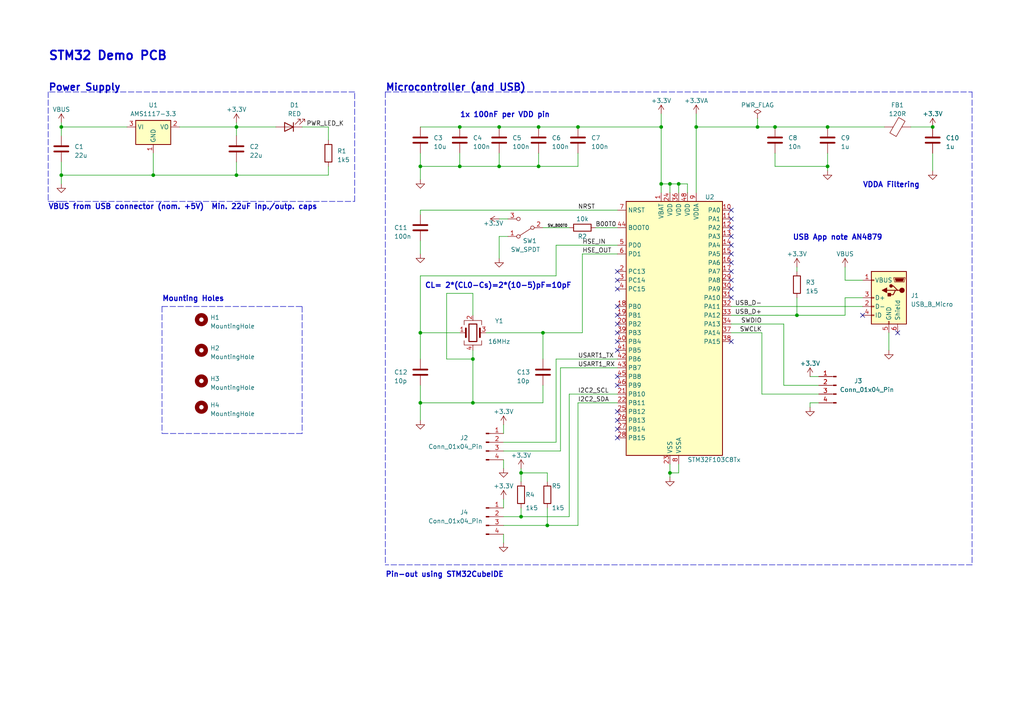
<source format=kicad_sch>
(kicad_sch
	(version 20231120)
	(generator "eeschema")
	(generator_version "8.0")
	(uuid "f6343ba9-5369-4e35-8d09-807a1d18385f")
	(paper "A4")
	(title_block
		(title "STM32 Demo PCB")
		(date "2023-06-13")
		(rev "0.1")
		(company "Prince Lee Muhera")
	)
	(lib_symbols
		(symbol "Connector:Conn_01x04_Pin"
			(pin_names
				(offset 1.016) hide)
			(exclude_from_sim no)
			(in_bom yes)
			(on_board yes)
			(property "Reference" "J"
				(at 0 5.08 0)
				(effects
					(font
						(size 1.27 1.27)
					)
				)
			)
			(property "Value" "Conn_01x04_Pin"
				(at 0 -7.62 0)
				(effects
					(font
						(size 1.27 1.27)
					)
				)
			)
			(property "Footprint" ""
				(at 0 0 0)
				(effects
					(font
						(size 1.27 1.27)
					)
					(hide yes)
				)
			)
			(property "Datasheet" "~"
				(at 0 0 0)
				(effects
					(font
						(size 1.27 1.27)
					)
					(hide yes)
				)
			)
			(property "Description" "Generic connector, single row, 01x04, script generated"
				(at 0 0 0)
				(effects
					(font
						(size 1.27 1.27)
					)
					(hide yes)
				)
			)
			(property "ki_locked" ""
				(at 0 0 0)
				(effects
					(font
						(size 1.27 1.27)
					)
				)
			)
			(property "ki_keywords" "connector"
				(at 0 0 0)
				(effects
					(font
						(size 1.27 1.27)
					)
					(hide yes)
				)
			)
			(property "ki_fp_filters" "Connector*:*_1x??_*"
				(at 0 0 0)
				(effects
					(font
						(size 1.27 1.27)
					)
					(hide yes)
				)
			)
			(symbol "Conn_01x04_Pin_1_1"
				(polyline
					(pts
						(xy 1.27 -5.08) (xy 0.8636 -5.08)
					)
					(stroke
						(width 0.1524)
						(type default)
					)
					(fill
						(type none)
					)
				)
				(polyline
					(pts
						(xy 1.27 -2.54) (xy 0.8636 -2.54)
					)
					(stroke
						(width 0.1524)
						(type default)
					)
					(fill
						(type none)
					)
				)
				(polyline
					(pts
						(xy 1.27 0) (xy 0.8636 0)
					)
					(stroke
						(width 0.1524)
						(type default)
					)
					(fill
						(type none)
					)
				)
				(polyline
					(pts
						(xy 1.27 2.54) (xy 0.8636 2.54)
					)
					(stroke
						(width 0.1524)
						(type default)
					)
					(fill
						(type none)
					)
				)
				(rectangle
					(start 0.8636 -4.953)
					(end 0 -5.207)
					(stroke
						(width 0.1524)
						(type default)
					)
					(fill
						(type outline)
					)
				)
				(rectangle
					(start 0.8636 -2.413)
					(end 0 -2.667)
					(stroke
						(width 0.1524)
						(type default)
					)
					(fill
						(type outline)
					)
				)
				(rectangle
					(start 0.8636 0.127)
					(end 0 -0.127)
					(stroke
						(width 0.1524)
						(type default)
					)
					(fill
						(type outline)
					)
				)
				(rectangle
					(start 0.8636 2.667)
					(end 0 2.413)
					(stroke
						(width 0.1524)
						(type default)
					)
					(fill
						(type outline)
					)
				)
				(pin passive line
					(at 5.08 2.54 180)
					(length 3.81)
					(name "Pin_1"
						(effects
							(font
								(size 1.27 1.27)
							)
						)
					)
					(number "1"
						(effects
							(font
								(size 1.27 1.27)
							)
						)
					)
				)
				(pin passive line
					(at 5.08 0 180)
					(length 3.81)
					(name "Pin_2"
						(effects
							(font
								(size 1.27 1.27)
							)
						)
					)
					(number "2"
						(effects
							(font
								(size 1.27 1.27)
							)
						)
					)
				)
				(pin passive line
					(at 5.08 -2.54 180)
					(length 3.81)
					(name "Pin_3"
						(effects
							(font
								(size 1.27 1.27)
							)
						)
					)
					(number "3"
						(effects
							(font
								(size 1.27 1.27)
							)
						)
					)
				)
				(pin passive line
					(at 5.08 -5.08 180)
					(length 3.81)
					(name "Pin_4"
						(effects
							(font
								(size 1.27 1.27)
							)
						)
					)
					(number "4"
						(effects
							(font
								(size 1.27 1.27)
							)
						)
					)
				)
			)
		)
		(symbol "Connector:USB_B_Micro"
			(pin_names
				(offset 1.016)
			)
			(exclude_from_sim no)
			(in_bom yes)
			(on_board yes)
			(property "Reference" "J"
				(at -5.08 11.43 0)
				(effects
					(font
						(size 1.27 1.27)
					)
					(justify left)
				)
			)
			(property "Value" "USB_B_Micro"
				(at -5.08 8.89 0)
				(effects
					(font
						(size 1.27 1.27)
					)
					(justify left)
				)
			)
			(property "Footprint" ""
				(at 3.81 -1.27 0)
				(effects
					(font
						(size 1.27 1.27)
					)
					(hide yes)
				)
			)
			(property "Datasheet" "~"
				(at 3.81 -1.27 0)
				(effects
					(font
						(size 1.27 1.27)
					)
					(hide yes)
				)
			)
			(property "Description" "USB Micro Type B connector"
				(at 0 0 0)
				(effects
					(font
						(size 1.27 1.27)
					)
					(hide yes)
				)
			)
			(property "ki_keywords" "connector USB micro"
				(at 0 0 0)
				(effects
					(font
						(size 1.27 1.27)
					)
					(hide yes)
				)
			)
			(property "ki_fp_filters" "USB*"
				(at 0 0 0)
				(effects
					(font
						(size 1.27 1.27)
					)
					(hide yes)
				)
			)
			(symbol "USB_B_Micro_0_1"
				(rectangle
					(start -5.08 -7.62)
					(end 5.08 7.62)
					(stroke
						(width 0.254)
						(type default)
					)
					(fill
						(type background)
					)
				)
				(circle
					(center -3.81 2.159)
					(radius 0.635)
					(stroke
						(width 0.254)
						(type default)
					)
					(fill
						(type outline)
					)
				)
				(circle
					(center -0.635 3.429)
					(radius 0.381)
					(stroke
						(width 0.254)
						(type default)
					)
					(fill
						(type outline)
					)
				)
				(rectangle
					(start -0.127 -7.62)
					(end 0.127 -6.858)
					(stroke
						(width 0)
						(type default)
					)
					(fill
						(type none)
					)
				)
				(polyline
					(pts
						(xy -1.905 2.159) (xy 0.635 2.159)
					)
					(stroke
						(width 0.254)
						(type default)
					)
					(fill
						(type none)
					)
				)
				(polyline
					(pts
						(xy -3.175 2.159) (xy -2.54 2.159) (xy -1.27 3.429) (xy -0.635 3.429)
					)
					(stroke
						(width 0.254)
						(type default)
					)
					(fill
						(type none)
					)
				)
				(polyline
					(pts
						(xy -2.54 2.159) (xy -1.905 2.159) (xy -1.27 0.889) (xy 0 0.889)
					)
					(stroke
						(width 0.254)
						(type default)
					)
					(fill
						(type none)
					)
				)
				(polyline
					(pts
						(xy 0.635 2.794) (xy 0.635 1.524) (xy 1.905 2.159) (xy 0.635 2.794)
					)
					(stroke
						(width 0.254)
						(type default)
					)
					(fill
						(type outline)
					)
				)
				(polyline
					(pts
						(xy -4.318 5.588) (xy -1.778 5.588) (xy -2.032 4.826) (xy -4.064 4.826) (xy -4.318 5.588)
					)
					(stroke
						(width 0)
						(type default)
					)
					(fill
						(type outline)
					)
				)
				(polyline
					(pts
						(xy -4.699 5.842) (xy -4.699 5.588) (xy -4.445 4.826) (xy -4.445 4.572) (xy -1.651 4.572) (xy -1.651 4.826)
						(xy -1.397 5.588) (xy -1.397 5.842) (xy -4.699 5.842)
					)
					(stroke
						(width 0)
						(type default)
					)
					(fill
						(type none)
					)
				)
				(rectangle
					(start 0.254 1.27)
					(end -0.508 0.508)
					(stroke
						(width 0.254)
						(type default)
					)
					(fill
						(type outline)
					)
				)
				(rectangle
					(start 5.08 -5.207)
					(end 4.318 -4.953)
					(stroke
						(width 0)
						(type default)
					)
					(fill
						(type none)
					)
				)
				(rectangle
					(start 5.08 -2.667)
					(end 4.318 -2.413)
					(stroke
						(width 0)
						(type default)
					)
					(fill
						(type none)
					)
				)
				(rectangle
					(start 5.08 -0.127)
					(end 4.318 0.127)
					(stroke
						(width 0)
						(type default)
					)
					(fill
						(type none)
					)
				)
				(rectangle
					(start 5.08 4.953)
					(end 4.318 5.207)
					(stroke
						(width 0)
						(type default)
					)
					(fill
						(type none)
					)
				)
			)
			(symbol "USB_B_Micro_1_1"
				(pin power_out line
					(at 7.62 5.08 180)
					(length 2.54)
					(name "VBUS"
						(effects
							(font
								(size 1.27 1.27)
							)
						)
					)
					(number "1"
						(effects
							(font
								(size 1.27 1.27)
							)
						)
					)
				)
				(pin bidirectional line
					(at 7.62 -2.54 180)
					(length 2.54)
					(name "D-"
						(effects
							(font
								(size 1.27 1.27)
							)
						)
					)
					(number "2"
						(effects
							(font
								(size 1.27 1.27)
							)
						)
					)
				)
				(pin bidirectional line
					(at 7.62 0 180)
					(length 2.54)
					(name "D+"
						(effects
							(font
								(size 1.27 1.27)
							)
						)
					)
					(number "3"
						(effects
							(font
								(size 1.27 1.27)
							)
						)
					)
				)
				(pin passive line
					(at 7.62 -5.08 180)
					(length 2.54)
					(name "ID"
						(effects
							(font
								(size 1.27 1.27)
							)
						)
					)
					(number "4"
						(effects
							(font
								(size 1.27 1.27)
							)
						)
					)
				)
				(pin power_out line
					(at 0 -10.16 90)
					(length 2.54)
					(name "GND"
						(effects
							(font
								(size 1.27 1.27)
							)
						)
					)
					(number "5"
						(effects
							(font
								(size 1.27 1.27)
							)
						)
					)
				)
				(pin passive line
					(at -2.54 -10.16 90)
					(length 2.54)
					(name "Shield"
						(effects
							(font
								(size 1.27 1.27)
							)
						)
					)
					(number "6"
						(effects
							(font
								(size 1.27 1.27)
							)
						)
					)
				)
			)
		)
		(symbol "Device:C"
			(pin_numbers hide)
			(pin_names
				(offset 0.254)
			)
			(exclude_from_sim no)
			(in_bom yes)
			(on_board yes)
			(property "Reference" "C"
				(at 0.635 2.54 0)
				(effects
					(font
						(size 1.27 1.27)
					)
					(justify left)
				)
			)
			(property "Value" "C"
				(at 0.635 -2.54 0)
				(effects
					(font
						(size 1.27 1.27)
					)
					(justify left)
				)
			)
			(property "Footprint" ""
				(at 0.9652 -3.81 0)
				(effects
					(font
						(size 1.27 1.27)
					)
					(hide yes)
				)
			)
			(property "Datasheet" "~"
				(at 0 0 0)
				(effects
					(font
						(size 1.27 1.27)
					)
					(hide yes)
				)
			)
			(property "Description" "Unpolarized capacitor"
				(at 0 0 0)
				(effects
					(font
						(size 1.27 1.27)
					)
					(hide yes)
				)
			)
			(property "ki_keywords" "cap capacitor"
				(at 0 0 0)
				(effects
					(font
						(size 1.27 1.27)
					)
					(hide yes)
				)
			)
			(property "ki_fp_filters" "C_*"
				(at 0 0 0)
				(effects
					(font
						(size 1.27 1.27)
					)
					(hide yes)
				)
			)
			(symbol "C_0_1"
				(polyline
					(pts
						(xy -2.032 -0.762) (xy 2.032 -0.762)
					)
					(stroke
						(width 0.508)
						(type default)
					)
					(fill
						(type none)
					)
				)
				(polyline
					(pts
						(xy -2.032 0.762) (xy 2.032 0.762)
					)
					(stroke
						(width 0.508)
						(type default)
					)
					(fill
						(type none)
					)
				)
			)
			(symbol "C_1_1"
				(pin passive line
					(at 0 3.81 270)
					(length 2.794)
					(name "~"
						(effects
							(font
								(size 1.27 1.27)
							)
						)
					)
					(number "1"
						(effects
							(font
								(size 1.27 1.27)
							)
						)
					)
				)
				(pin passive line
					(at 0 -3.81 90)
					(length 2.794)
					(name "~"
						(effects
							(font
								(size 1.27 1.27)
							)
						)
					)
					(number "2"
						(effects
							(font
								(size 1.27 1.27)
							)
						)
					)
				)
			)
		)
		(symbol "Device:Crystal_GND24"
			(pin_names
				(offset 1.016) hide)
			(exclude_from_sim no)
			(in_bom yes)
			(on_board yes)
			(property "Reference" "Y"
				(at 3.175 5.08 0)
				(effects
					(font
						(size 1.27 1.27)
					)
					(justify left)
				)
			)
			(property "Value" "Crystal_GND24"
				(at 3.175 3.175 0)
				(effects
					(font
						(size 1.27 1.27)
					)
					(justify left)
				)
			)
			(property "Footprint" ""
				(at 0 0 0)
				(effects
					(font
						(size 1.27 1.27)
					)
					(hide yes)
				)
			)
			(property "Datasheet" "~"
				(at 0 0 0)
				(effects
					(font
						(size 1.27 1.27)
					)
					(hide yes)
				)
			)
			(property "Description" "Four pin crystal, GND on pins 2 and 4"
				(at 0 0 0)
				(effects
					(font
						(size 1.27 1.27)
					)
					(hide yes)
				)
			)
			(property "ki_keywords" "quartz ceramic resonator oscillator"
				(at 0 0 0)
				(effects
					(font
						(size 1.27 1.27)
					)
					(hide yes)
				)
			)
			(property "ki_fp_filters" "Crystal*"
				(at 0 0 0)
				(effects
					(font
						(size 1.27 1.27)
					)
					(hide yes)
				)
			)
			(symbol "Crystal_GND24_0_1"
				(rectangle
					(start -1.143 2.54)
					(end 1.143 -2.54)
					(stroke
						(width 0.3048)
						(type default)
					)
					(fill
						(type none)
					)
				)
				(polyline
					(pts
						(xy -2.54 0) (xy -2.032 0)
					)
					(stroke
						(width 0)
						(type default)
					)
					(fill
						(type none)
					)
				)
				(polyline
					(pts
						(xy -2.032 -1.27) (xy -2.032 1.27)
					)
					(stroke
						(width 0.508)
						(type default)
					)
					(fill
						(type none)
					)
				)
				(polyline
					(pts
						(xy 0 -3.81) (xy 0 -3.556)
					)
					(stroke
						(width 0)
						(type default)
					)
					(fill
						(type none)
					)
				)
				(polyline
					(pts
						(xy 0 3.556) (xy 0 3.81)
					)
					(stroke
						(width 0)
						(type default)
					)
					(fill
						(type none)
					)
				)
				(polyline
					(pts
						(xy 2.032 -1.27) (xy 2.032 1.27)
					)
					(stroke
						(width 0.508)
						(type default)
					)
					(fill
						(type none)
					)
				)
				(polyline
					(pts
						(xy 2.032 0) (xy 2.54 0)
					)
					(stroke
						(width 0)
						(type default)
					)
					(fill
						(type none)
					)
				)
				(polyline
					(pts
						(xy -2.54 -2.286) (xy -2.54 -3.556) (xy 2.54 -3.556) (xy 2.54 -2.286)
					)
					(stroke
						(width 0)
						(type default)
					)
					(fill
						(type none)
					)
				)
				(polyline
					(pts
						(xy -2.54 2.286) (xy -2.54 3.556) (xy 2.54 3.556) (xy 2.54 2.286)
					)
					(stroke
						(width 0)
						(type default)
					)
					(fill
						(type none)
					)
				)
			)
			(symbol "Crystal_GND24_1_1"
				(pin passive line
					(at -3.81 0 0)
					(length 1.27)
					(name "1"
						(effects
							(font
								(size 1.27 1.27)
							)
						)
					)
					(number "1"
						(effects
							(font
								(size 1.27 1.27)
							)
						)
					)
				)
				(pin passive line
					(at 0 5.08 270)
					(length 1.27)
					(name "2"
						(effects
							(font
								(size 1.27 1.27)
							)
						)
					)
					(number "2"
						(effects
							(font
								(size 1.27 1.27)
							)
						)
					)
				)
				(pin passive line
					(at 3.81 0 180)
					(length 1.27)
					(name "3"
						(effects
							(font
								(size 1.27 1.27)
							)
						)
					)
					(number "3"
						(effects
							(font
								(size 1.27 1.27)
							)
						)
					)
				)
				(pin passive line
					(at 0 -5.08 90)
					(length 1.27)
					(name "4"
						(effects
							(font
								(size 1.27 1.27)
							)
						)
					)
					(number "4"
						(effects
							(font
								(size 1.27 1.27)
							)
						)
					)
				)
			)
		)
		(symbol "Device:FerriteBead"
			(pin_numbers hide)
			(pin_names
				(offset 0)
			)
			(exclude_from_sim no)
			(in_bom yes)
			(on_board yes)
			(property "Reference" "FB"
				(at -3.81 0.635 90)
				(effects
					(font
						(size 1.27 1.27)
					)
				)
			)
			(property "Value" "FerriteBead"
				(at 3.81 0 90)
				(effects
					(font
						(size 1.27 1.27)
					)
				)
			)
			(property "Footprint" ""
				(at -1.778 0 90)
				(effects
					(font
						(size 1.27 1.27)
					)
					(hide yes)
				)
			)
			(property "Datasheet" "~"
				(at 0 0 0)
				(effects
					(font
						(size 1.27 1.27)
					)
					(hide yes)
				)
			)
			(property "Description" "Ferrite bead"
				(at 0 0 0)
				(effects
					(font
						(size 1.27 1.27)
					)
					(hide yes)
				)
			)
			(property "ki_keywords" "L ferrite bead inductor filter"
				(at 0 0 0)
				(effects
					(font
						(size 1.27 1.27)
					)
					(hide yes)
				)
			)
			(property "ki_fp_filters" "Inductor_* L_* *Ferrite*"
				(at 0 0 0)
				(effects
					(font
						(size 1.27 1.27)
					)
					(hide yes)
				)
			)
			(symbol "FerriteBead_0_1"
				(polyline
					(pts
						(xy 0 -1.27) (xy 0 -1.2192)
					)
					(stroke
						(width 0)
						(type default)
					)
					(fill
						(type none)
					)
				)
				(polyline
					(pts
						(xy 0 1.27) (xy 0 1.2954)
					)
					(stroke
						(width 0)
						(type default)
					)
					(fill
						(type none)
					)
				)
				(polyline
					(pts
						(xy -2.7686 0.4064) (xy -1.7018 2.2606) (xy 2.7686 -0.3048) (xy 1.6764 -2.159) (xy -2.7686 0.4064)
					)
					(stroke
						(width 0)
						(type default)
					)
					(fill
						(type none)
					)
				)
			)
			(symbol "FerriteBead_1_1"
				(pin passive line
					(at 0 3.81 270)
					(length 2.54)
					(name "~"
						(effects
							(font
								(size 1.27 1.27)
							)
						)
					)
					(number "1"
						(effects
							(font
								(size 1.27 1.27)
							)
						)
					)
				)
				(pin passive line
					(at 0 -3.81 90)
					(length 2.54)
					(name "~"
						(effects
							(font
								(size 1.27 1.27)
							)
						)
					)
					(number "2"
						(effects
							(font
								(size 1.27 1.27)
							)
						)
					)
				)
			)
		)
		(symbol "Device:LED"
			(pin_numbers hide)
			(pin_names
				(offset 1.016) hide)
			(exclude_from_sim no)
			(in_bom yes)
			(on_board yes)
			(property "Reference" "D"
				(at 0 2.54 0)
				(effects
					(font
						(size 1.27 1.27)
					)
				)
			)
			(property "Value" "LED"
				(at 0 -2.54 0)
				(effects
					(font
						(size 1.27 1.27)
					)
				)
			)
			(property "Footprint" ""
				(at 0 0 0)
				(effects
					(font
						(size 1.27 1.27)
					)
					(hide yes)
				)
			)
			(property "Datasheet" "~"
				(at 0 0 0)
				(effects
					(font
						(size 1.27 1.27)
					)
					(hide yes)
				)
			)
			(property "Description" "Light emitting diode"
				(at 0 0 0)
				(effects
					(font
						(size 1.27 1.27)
					)
					(hide yes)
				)
			)
			(property "ki_keywords" "LED diode"
				(at 0 0 0)
				(effects
					(font
						(size 1.27 1.27)
					)
					(hide yes)
				)
			)
			(property "ki_fp_filters" "LED* LED_SMD:* LED_THT:*"
				(at 0 0 0)
				(effects
					(font
						(size 1.27 1.27)
					)
					(hide yes)
				)
			)
			(symbol "LED_0_1"
				(polyline
					(pts
						(xy -1.27 -1.27) (xy -1.27 1.27)
					)
					(stroke
						(width 0.254)
						(type default)
					)
					(fill
						(type none)
					)
				)
				(polyline
					(pts
						(xy -1.27 0) (xy 1.27 0)
					)
					(stroke
						(width 0)
						(type default)
					)
					(fill
						(type none)
					)
				)
				(polyline
					(pts
						(xy 1.27 -1.27) (xy 1.27 1.27) (xy -1.27 0) (xy 1.27 -1.27)
					)
					(stroke
						(width 0.254)
						(type default)
					)
					(fill
						(type none)
					)
				)
				(polyline
					(pts
						(xy -3.048 -0.762) (xy -4.572 -2.286) (xy -3.81 -2.286) (xy -4.572 -2.286) (xy -4.572 -1.524)
					)
					(stroke
						(width 0)
						(type default)
					)
					(fill
						(type none)
					)
				)
				(polyline
					(pts
						(xy -1.778 -0.762) (xy -3.302 -2.286) (xy -2.54 -2.286) (xy -3.302 -2.286) (xy -3.302 -1.524)
					)
					(stroke
						(width 0)
						(type default)
					)
					(fill
						(type none)
					)
				)
			)
			(symbol "LED_1_1"
				(pin passive line
					(at -3.81 0 0)
					(length 2.54)
					(name "K"
						(effects
							(font
								(size 1.27 1.27)
							)
						)
					)
					(number "1"
						(effects
							(font
								(size 1.27 1.27)
							)
						)
					)
				)
				(pin passive line
					(at 3.81 0 180)
					(length 2.54)
					(name "A"
						(effects
							(font
								(size 1.27 1.27)
							)
						)
					)
					(number "2"
						(effects
							(font
								(size 1.27 1.27)
							)
						)
					)
				)
			)
		)
		(symbol "Device:R"
			(pin_numbers hide)
			(pin_names
				(offset 0)
			)
			(exclude_from_sim no)
			(in_bom yes)
			(on_board yes)
			(property "Reference" "R"
				(at 2.032 0 90)
				(effects
					(font
						(size 1.27 1.27)
					)
				)
			)
			(property "Value" "R"
				(at 0 0 90)
				(effects
					(font
						(size 1.27 1.27)
					)
				)
			)
			(property "Footprint" ""
				(at -1.778 0 90)
				(effects
					(font
						(size 1.27 1.27)
					)
					(hide yes)
				)
			)
			(property "Datasheet" "~"
				(at 0 0 0)
				(effects
					(font
						(size 1.27 1.27)
					)
					(hide yes)
				)
			)
			(property "Description" "Resistor"
				(at 0 0 0)
				(effects
					(font
						(size 1.27 1.27)
					)
					(hide yes)
				)
			)
			(property "ki_keywords" "R res resistor"
				(at 0 0 0)
				(effects
					(font
						(size 1.27 1.27)
					)
					(hide yes)
				)
			)
			(property "ki_fp_filters" "R_*"
				(at 0 0 0)
				(effects
					(font
						(size 1.27 1.27)
					)
					(hide yes)
				)
			)
			(symbol "R_0_1"
				(rectangle
					(start -1.016 -2.54)
					(end 1.016 2.54)
					(stroke
						(width 0.254)
						(type default)
					)
					(fill
						(type none)
					)
				)
			)
			(symbol "R_1_1"
				(pin passive line
					(at 0 3.81 270)
					(length 1.27)
					(name "~"
						(effects
							(font
								(size 1.27 1.27)
							)
						)
					)
					(number "1"
						(effects
							(font
								(size 1.27 1.27)
							)
						)
					)
				)
				(pin passive line
					(at 0 -3.81 90)
					(length 1.27)
					(name "~"
						(effects
							(font
								(size 1.27 1.27)
							)
						)
					)
					(number "2"
						(effects
							(font
								(size 1.27 1.27)
							)
						)
					)
				)
			)
		)
		(symbol "GND_1"
			(power)
			(pin_names
				(offset 0)
			)
			(exclude_from_sim no)
			(in_bom yes)
			(on_board yes)
			(property "Reference" "#PWR"
				(at 0 -6.35 0)
				(effects
					(font
						(size 1.27 1.27)
					)
					(hide yes)
				)
			)
			(property "Value" "GND_1"
				(at 0 -3.81 0)
				(effects
					(font
						(size 1.27 1.27)
					)
				)
			)
			(property "Footprint" ""
				(at 0 0 0)
				(effects
					(font
						(size 1.27 1.27)
					)
					(hide yes)
				)
			)
			(property "Datasheet" ""
				(at 0 0 0)
				(effects
					(font
						(size 1.27 1.27)
					)
					(hide yes)
				)
			)
			(property "Description" "Power symbol creates a global label with name \"GND\" , ground"
				(at 0 0 0)
				(effects
					(font
						(size 1.27 1.27)
					)
					(hide yes)
				)
			)
			(property "ki_keywords" "global power"
				(at 0 0 0)
				(effects
					(font
						(size 1.27 1.27)
					)
					(hide yes)
				)
			)
			(symbol "GND_1_0_1"
				(polyline
					(pts
						(xy 0 0) (xy 0 -1.27) (xy 1.27 -1.27) (xy 0 -2.54) (xy -1.27 -1.27) (xy 0 -1.27)
					)
					(stroke
						(width 0)
						(type default)
					)
					(fill
						(type none)
					)
				)
			)
			(symbol "GND_1_1_1"
				(pin power_in line
					(at 0 0 270)
					(length 0) hide
					(name "GND"
						(effects
							(font
								(size 1.27 1.27)
							)
						)
					)
					(number "1"
						(effects
							(font
								(size 1.27 1.27)
							)
						)
					)
				)
			)
		)
		(symbol "MCU_ST_STM32F1:STM32F103C8Tx"
			(exclude_from_sim no)
			(in_bom yes)
			(on_board yes)
			(property "Reference" "U"
				(at -12.7 39.37 0)
				(effects
					(font
						(size 1.27 1.27)
					)
					(justify left)
				)
			)
			(property "Value" "STM32F103C8Tx"
				(at 10.16 39.37 0)
				(effects
					(font
						(size 1.27 1.27)
					)
					(justify left)
				)
			)
			(property "Footprint" "Package_QFP:LQFP-48_7x7mm_P0.5mm"
				(at -12.7 -35.56 0)
				(effects
					(font
						(size 1.27 1.27)
					)
					(justify right)
					(hide yes)
				)
			)
			(property "Datasheet" "https://www.st.com/resource/en/datasheet/stm32f103c8.pdf"
				(at 0 0 0)
				(effects
					(font
						(size 1.27 1.27)
					)
					(hide yes)
				)
			)
			(property "Description" "STMicroelectronics Arm Cortex-M3 MCU, 64KB flash, 20KB RAM, 72 MHz, 2.0-3.6V, 37 GPIO, LQFP48"
				(at 0 0 0)
				(effects
					(font
						(size 1.27 1.27)
					)
					(hide yes)
				)
			)
			(property "ki_locked" ""
				(at 0 0 0)
				(effects
					(font
						(size 1.27 1.27)
					)
				)
			)
			(property "ki_keywords" "Arm Cortex-M3 STM32F1 STM32F103"
				(at 0 0 0)
				(effects
					(font
						(size 1.27 1.27)
					)
					(hide yes)
				)
			)
			(property "ki_fp_filters" "LQFP*7x7mm*P0.5mm*"
				(at 0 0 0)
				(effects
					(font
						(size 1.27 1.27)
					)
					(hide yes)
				)
			)
			(symbol "STM32F103C8Tx_0_1"
				(rectangle
					(start -12.7 -35.56)
					(end 15.24 38.1)
					(stroke
						(width 0.254)
						(type default)
					)
					(fill
						(type background)
					)
				)
			)
			(symbol "STM32F103C8Tx_1_1"
				(pin power_in line
					(at -2.54 40.64 270)
					(length 2.54)
					(name "VBAT"
						(effects
							(font
								(size 1.27 1.27)
							)
						)
					)
					(number "1"
						(effects
							(font
								(size 1.27 1.27)
							)
						)
					)
				)
				(pin bidirectional line
					(at 17.78 35.56 180)
					(length 2.54)
					(name "PA0"
						(effects
							(font
								(size 1.27 1.27)
							)
						)
					)
					(number "10"
						(effects
							(font
								(size 1.27 1.27)
							)
						)
					)
					(alternate "ADC1_IN0" bidirectional line)
					(alternate "ADC2_IN0" bidirectional line)
					(alternate "SYS_WKUP" bidirectional line)
					(alternate "TIM2_CH1" bidirectional line)
					(alternate "TIM2_ETR" bidirectional line)
					(alternate "USART2_CTS" bidirectional line)
				)
				(pin bidirectional line
					(at 17.78 33.02 180)
					(length 2.54)
					(name "PA1"
						(effects
							(font
								(size 1.27 1.27)
							)
						)
					)
					(number "11"
						(effects
							(font
								(size 1.27 1.27)
							)
						)
					)
					(alternate "ADC1_IN1" bidirectional line)
					(alternate "ADC2_IN1" bidirectional line)
					(alternate "TIM2_CH2" bidirectional line)
					(alternate "USART2_RTS" bidirectional line)
				)
				(pin bidirectional line
					(at 17.78 30.48 180)
					(length 2.54)
					(name "PA2"
						(effects
							(font
								(size 1.27 1.27)
							)
						)
					)
					(number "12"
						(effects
							(font
								(size 1.27 1.27)
							)
						)
					)
					(alternate "ADC1_IN2" bidirectional line)
					(alternate "ADC2_IN2" bidirectional line)
					(alternate "TIM2_CH3" bidirectional line)
					(alternate "USART2_TX" bidirectional line)
				)
				(pin bidirectional line
					(at 17.78 27.94 180)
					(length 2.54)
					(name "PA3"
						(effects
							(font
								(size 1.27 1.27)
							)
						)
					)
					(number "13"
						(effects
							(font
								(size 1.27 1.27)
							)
						)
					)
					(alternate "ADC1_IN3" bidirectional line)
					(alternate "ADC2_IN3" bidirectional line)
					(alternate "TIM2_CH4" bidirectional line)
					(alternate "USART2_RX" bidirectional line)
				)
				(pin bidirectional line
					(at 17.78 25.4 180)
					(length 2.54)
					(name "PA4"
						(effects
							(font
								(size 1.27 1.27)
							)
						)
					)
					(number "14"
						(effects
							(font
								(size 1.27 1.27)
							)
						)
					)
					(alternate "ADC1_IN4" bidirectional line)
					(alternate "ADC2_IN4" bidirectional line)
					(alternate "SPI1_NSS" bidirectional line)
					(alternate "USART2_CK" bidirectional line)
				)
				(pin bidirectional line
					(at 17.78 22.86 180)
					(length 2.54)
					(name "PA5"
						(effects
							(font
								(size 1.27 1.27)
							)
						)
					)
					(number "15"
						(effects
							(font
								(size 1.27 1.27)
							)
						)
					)
					(alternate "ADC1_IN5" bidirectional line)
					(alternate "ADC2_IN5" bidirectional line)
					(alternate "SPI1_SCK" bidirectional line)
				)
				(pin bidirectional line
					(at 17.78 20.32 180)
					(length 2.54)
					(name "PA6"
						(effects
							(font
								(size 1.27 1.27)
							)
						)
					)
					(number "16"
						(effects
							(font
								(size 1.27 1.27)
							)
						)
					)
					(alternate "ADC1_IN6" bidirectional line)
					(alternate "ADC2_IN6" bidirectional line)
					(alternate "SPI1_MISO" bidirectional line)
					(alternate "TIM1_BKIN" bidirectional line)
					(alternate "TIM3_CH1" bidirectional line)
				)
				(pin bidirectional line
					(at 17.78 17.78 180)
					(length 2.54)
					(name "PA7"
						(effects
							(font
								(size 1.27 1.27)
							)
						)
					)
					(number "17"
						(effects
							(font
								(size 1.27 1.27)
							)
						)
					)
					(alternate "ADC1_IN7" bidirectional line)
					(alternate "ADC2_IN7" bidirectional line)
					(alternate "SPI1_MOSI" bidirectional line)
					(alternate "TIM1_CH1N" bidirectional line)
					(alternate "TIM3_CH2" bidirectional line)
				)
				(pin bidirectional line
					(at -15.24 7.62 0)
					(length 2.54)
					(name "PB0"
						(effects
							(font
								(size 1.27 1.27)
							)
						)
					)
					(number "18"
						(effects
							(font
								(size 1.27 1.27)
							)
						)
					)
					(alternate "ADC1_IN8" bidirectional line)
					(alternate "ADC2_IN8" bidirectional line)
					(alternate "TIM1_CH2N" bidirectional line)
					(alternate "TIM3_CH3" bidirectional line)
				)
				(pin bidirectional line
					(at -15.24 5.08 0)
					(length 2.54)
					(name "PB1"
						(effects
							(font
								(size 1.27 1.27)
							)
						)
					)
					(number "19"
						(effects
							(font
								(size 1.27 1.27)
							)
						)
					)
					(alternate "ADC1_IN9" bidirectional line)
					(alternate "ADC2_IN9" bidirectional line)
					(alternate "TIM1_CH3N" bidirectional line)
					(alternate "TIM3_CH4" bidirectional line)
				)
				(pin bidirectional line
					(at -15.24 17.78 0)
					(length 2.54)
					(name "PC13"
						(effects
							(font
								(size 1.27 1.27)
							)
						)
					)
					(number "2"
						(effects
							(font
								(size 1.27 1.27)
							)
						)
					)
					(alternate "RTC_OUT" bidirectional line)
					(alternate "RTC_TAMPER" bidirectional line)
				)
				(pin bidirectional line
					(at -15.24 2.54 0)
					(length 2.54)
					(name "PB2"
						(effects
							(font
								(size 1.27 1.27)
							)
						)
					)
					(number "20"
						(effects
							(font
								(size 1.27 1.27)
							)
						)
					)
				)
				(pin bidirectional line
					(at -15.24 -17.78 0)
					(length 2.54)
					(name "PB10"
						(effects
							(font
								(size 1.27 1.27)
							)
						)
					)
					(number "21"
						(effects
							(font
								(size 1.27 1.27)
							)
						)
					)
					(alternate "I2C2_SCL" bidirectional line)
					(alternate "TIM2_CH3" bidirectional line)
					(alternate "USART3_TX" bidirectional line)
				)
				(pin bidirectional line
					(at -15.24 -20.32 0)
					(length 2.54)
					(name "PB11"
						(effects
							(font
								(size 1.27 1.27)
							)
						)
					)
					(number "22"
						(effects
							(font
								(size 1.27 1.27)
							)
						)
					)
					(alternate "ADC1_EXTI11" bidirectional line)
					(alternate "ADC2_EXTI11" bidirectional line)
					(alternate "I2C2_SDA" bidirectional line)
					(alternate "TIM2_CH4" bidirectional line)
					(alternate "USART3_RX" bidirectional line)
				)
				(pin power_in line
					(at 0 -38.1 90)
					(length 2.54)
					(name "VSS"
						(effects
							(font
								(size 1.27 1.27)
							)
						)
					)
					(number "23"
						(effects
							(font
								(size 1.27 1.27)
							)
						)
					)
				)
				(pin power_in line
					(at 0 40.64 270)
					(length 2.54)
					(name "VDD"
						(effects
							(font
								(size 1.27 1.27)
							)
						)
					)
					(number "24"
						(effects
							(font
								(size 1.27 1.27)
							)
						)
					)
				)
				(pin bidirectional line
					(at -15.24 -22.86 0)
					(length 2.54)
					(name "PB12"
						(effects
							(font
								(size 1.27 1.27)
							)
						)
					)
					(number "25"
						(effects
							(font
								(size 1.27 1.27)
							)
						)
					)
					(alternate "I2C2_SMBA" bidirectional line)
					(alternate "SPI2_NSS" bidirectional line)
					(alternate "TIM1_BKIN" bidirectional line)
					(alternate "USART3_CK" bidirectional line)
				)
				(pin bidirectional line
					(at -15.24 -25.4 0)
					(length 2.54)
					(name "PB13"
						(effects
							(font
								(size 1.27 1.27)
							)
						)
					)
					(number "26"
						(effects
							(font
								(size 1.27 1.27)
							)
						)
					)
					(alternate "SPI2_SCK" bidirectional line)
					(alternate "TIM1_CH1N" bidirectional line)
					(alternate "USART3_CTS" bidirectional line)
				)
				(pin bidirectional line
					(at -15.24 -27.94 0)
					(length 2.54)
					(name "PB14"
						(effects
							(font
								(size 1.27 1.27)
							)
						)
					)
					(number "27"
						(effects
							(font
								(size 1.27 1.27)
							)
						)
					)
					(alternate "SPI2_MISO" bidirectional line)
					(alternate "TIM1_CH2N" bidirectional line)
					(alternate "USART3_RTS" bidirectional line)
				)
				(pin bidirectional line
					(at -15.24 -30.48 0)
					(length 2.54)
					(name "PB15"
						(effects
							(font
								(size 1.27 1.27)
							)
						)
					)
					(number "28"
						(effects
							(font
								(size 1.27 1.27)
							)
						)
					)
					(alternate "ADC1_EXTI15" bidirectional line)
					(alternate "ADC2_EXTI15" bidirectional line)
					(alternate "SPI2_MOSI" bidirectional line)
					(alternate "TIM1_CH3N" bidirectional line)
				)
				(pin bidirectional line
					(at 17.78 15.24 180)
					(length 2.54)
					(name "PA8"
						(effects
							(font
								(size 1.27 1.27)
							)
						)
					)
					(number "29"
						(effects
							(font
								(size 1.27 1.27)
							)
						)
					)
					(alternate "RCC_MCO" bidirectional line)
					(alternate "TIM1_CH1" bidirectional line)
					(alternate "USART1_CK" bidirectional line)
				)
				(pin bidirectional line
					(at -15.24 15.24 0)
					(length 2.54)
					(name "PC14"
						(effects
							(font
								(size 1.27 1.27)
							)
						)
					)
					(number "3"
						(effects
							(font
								(size 1.27 1.27)
							)
						)
					)
					(alternate "RCC_OSC32_IN" bidirectional line)
				)
				(pin bidirectional line
					(at 17.78 12.7 180)
					(length 2.54)
					(name "PA9"
						(effects
							(font
								(size 1.27 1.27)
							)
						)
					)
					(number "30"
						(effects
							(font
								(size 1.27 1.27)
							)
						)
					)
					(alternate "TIM1_CH2" bidirectional line)
					(alternate "USART1_TX" bidirectional line)
				)
				(pin bidirectional line
					(at 17.78 10.16 180)
					(length 2.54)
					(name "PA10"
						(effects
							(font
								(size 1.27 1.27)
							)
						)
					)
					(number "31"
						(effects
							(font
								(size 1.27 1.27)
							)
						)
					)
					(alternate "TIM1_CH3" bidirectional line)
					(alternate "USART1_RX" bidirectional line)
				)
				(pin bidirectional line
					(at 17.78 7.62 180)
					(length 2.54)
					(name "PA11"
						(effects
							(font
								(size 1.27 1.27)
							)
						)
					)
					(number "32"
						(effects
							(font
								(size 1.27 1.27)
							)
						)
					)
					(alternate "ADC1_EXTI11" bidirectional line)
					(alternate "ADC2_EXTI11" bidirectional line)
					(alternate "CAN_RX" bidirectional line)
					(alternate "TIM1_CH4" bidirectional line)
					(alternate "USART1_CTS" bidirectional line)
					(alternate "USB_DM" bidirectional line)
				)
				(pin bidirectional line
					(at 17.78 5.08 180)
					(length 2.54)
					(name "PA12"
						(effects
							(font
								(size 1.27 1.27)
							)
						)
					)
					(number "33"
						(effects
							(font
								(size 1.27 1.27)
							)
						)
					)
					(alternate "CAN_TX" bidirectional line)
					(alternate "TIM1_ETR" bidirectional line)
					(alternate "USART1_RTS" bidirectional line)
					(alternate "USB_DP" bidirectional line)
				)
				(pin bidirectional line
					(at 17.78 2.54 180)
					(length 2.54)
					(name "PA13"
						(effects
							(font
								(size 1.27 1.27)
							)
						)
					)
					(number "34"
						(effects
							(font
								(size 1.27 1.27)
							)
						)
					)
					(alternate "SYS_JTMS-SWDIO" bidirectional line)
				)
				(pin passive line
					(at 0 -38.1 90)
					(length 2.54) hide
					(name "VSS"
						(effects
							(font
								(size 1.27 1.27)
							)
						)
					)
					(number "35"
						(effects
							(font
								(size 1.27 1.27)
							)
						)
					)
				)
				(pin power_in line
					(at 2.54 40.64 270)
					(length 2.54)
					(name "VDD"
						(effects
							(font
								(size 1.27 1.27)
							)
						)
					)
					(number "36"
						(effects
							(font
								(size 1.27 1.27)
							)
						)
					)
				)
				(pin bidirectional line
					(at 17.78 0 180)
					(length 2.54)
					(name "PA14"
						(effects
							(font
								(size 1.27 1.27)
							)
						)
					)
					(number "37"
						(effects
							(font
								(size 1.27 1.27)
							)
						)
					)
					(alternate "SYS_JTCK-SWCLK" bidirectional line)
				)
				(pin bidirectional line
					(at 17.78 -2.54 180)
					(length 2.54)
					(name "PA15"
						(effects
							(font
								(size 1.27 1.27)
							)
						)
					)
					(number "38"
						(effects
							(font
								(size 1.27 1.27)
							)
						)
					)
					(alternate "ADC1_EXTI15" bidirectional line)
					(alternate "ADC2_EXTI15" bidirectional line)
					(alternate "SPI1_NSS" bidirectional line)
					(alternate "SYS_JTDI" bidirectional line)
					(alternate "TIM2_CH1" bidirectional line)
					(alternate "TIM2_ETR" bidirectional line)
				)
				(pin bidirectional line
					(at -15.24 0 0)
					(length 2.54)
					(name "PB3"
						(effects
							(font
								(size 1.27 1.27)
							)
						)
					)
					(number "39"
						(effects
							(font
								(size 1.27 1.27)
							)
						)
					)
					(alternate "SPI1_SCK" bidirectional line)
					(alternate "SYS_JTDO-TRACESWO" bidirectional line)
					(alternate "TIM2_CH2" bidirectional line)
				)
				(pin bidirectional line
					(at -15.24 12.7 0)
					(length 2.54)
					(name "PC15"
						(effects
							(font
								(size 1.27 1.27)
							)
						)
					)
					(number "4"
						(effects
							(font
								(size 1.27 1.27)
							)
						)
					)
					(alternate "ADC1_EXTI15" bidirectional line)
					(alternate "ADC2_EXTI15" bidirectional line)
					(alternate "RCC_OSC32_OUT" bidirectional line)
				)
				(pin bidirectional line
					(at -15.24 -2.54 0)
					(length 2.54)
					(name "PB4"
						(effects
							(font
								(size 1.27 1.27)
							)
						)
					)
					(number "40"
						(effects
							(font
								(size 1.27 1.27)
							)
						)
					)
					(alternate "SPI1_MISO" bidirectional line)
					(alternate "SYS_NJTRST" bidirectional line)
					(alternate "TIM3_CH1" bidirectional line)
				)
				(pin bidirectional line
					(at -15.24 -5.08 0)
					(length 2.54)
					(name "PB5"
						(effects
							(font
								(size 1.27 1.27)
							)
						)
					)
					(number "41"
						(effects
							(font
								(size 1.27 1.27)
							)
						)
					)
					(alternate "I2C1_SMBA" bidirectional line)
					(alternate "SPI1_MOSI" bidirectional line)
					(alternate "TIM3_CH2" bidirectional line)
				)
				(pin bidirectional line
					(at -15.24 -7.62 0)
					(length 2.54)
					(name "PB6"
						(effects
							(font
								(size 1.27 1.27)
							)
						)
					)
					(number "42"
						(effects
							(font
								(size 1.27 1.27)
							)
						)
					)
					(alternate "I2C1_SCL" bidirectional line)
					(alternate "TIM4_CH1" bidirectional line)
					(alternate "USART1_TX" bidirectional line)
				)
				(pin bidirectional line
					(at -15.24 -10.16 0)
					(length 2.54)
					(name "PB7"
						(effects
							(font
								(size 1.27 1.27)
							)
						)
					)
					(number "43"
						(effects
							(font
								(size 1.27 1.27)
							)
						)
					)
					(alternate "I2C1_SDA" bidirectional line)
					(alternate "TIM4_CH2" bidirectional line)
					(alternate "USART1_RX" bidirectional line)
				)
				(pin input line
					(at -15.24 30.48 0)
					(length 2.54)
					(name "BOOT0"
						(effects
							(font
								(size 1.27 1.27)
							)
						)
					)
					(number "44"
						(effects
							(font
								(size 1.27 1.27)
							)
						)
					)
				)
				(pin bidirectional line
					(at -15.24 -12.7 0)
					(length 2.54)
					(name "PB8"
						(effects
							(font
								(size 1.27 1.27)
							)
						)
					)
					(number "45"
						(effects
							(font
								(size 1.27 1.27)
							)
						)
					)
					(alternate "CAN_RX" bidirectional line)
					(alternate "I2C1_SCL" bidirectional line)
					(alternate "TIM4_CH3" bidirectional line)
				)
				(pin bidirectional line
					(at -15.24 -15.24 0)
					(length 2.54)
					(name "PB9"
						(effects
							(font
								(size 1.27 1.27)
							)
						)
					)
					(number "46"
						(effects
							(font
								(size 1.27 1.27)
							)
						)
					)
					(alternate "CAN_TX" bidirectional line)
					(alternate "I2C1_SDA" bidirectional line)
					(alternate "TIM4_CH4" bidirectional line)
				)
				(pin passive line
					(at 0 -38.1 90)
					(length 2.54) hide
					(name "VSS"
						(effects
							(font
								(size 1.27 1.27)
							)
						)
					)
					(number "47"
						(effects
							(font
								(size 1.27 1.27)
							)
						)
					)
				)
				(pin power_in line
					(at 5.08 40.64 270)
					(length 2.54)
					(name "VDD"
						(effects
							(font
								(size 1.27 1.27)
							)
						)
					)
					(number "48"
						(effects
							(font
								(size 1.27 1.27)
							)
						)
					)
				)
				(pin bidirectional line
					(at -15.24 25.4 0)
					(length 2.54)
					(name "PD0"
						(effects
							(font
								(size 1.27 1.27)
							)
						)
					)
					(number "5"
						(effects
							(font
								(size 1.27 1.27)
							)
						)
					)
					(alternate "RCC_OSC_IN" bidirectional line)
				)
				(pin bidirectional line
					(at -15.24 22.86 0)
					(length 2.54)
					(name "PD1"
						(effects
							(font
								(size 1.27 1.27)
							)
						)
					)
					(number "6"
						(effects
							(font
								(size 1.27 1.27)
							)
						)
					)
					(alternate "RCC_OSC_OUT" bidirectional line)
				)
				(pin input line
					(at -15.24 35.56 0)
					(length 2.54)
					(name "NRST"
						(effects
							(font
								(size 1.27 1.27)
							)
						)
					)
					(number "7"
						(effects
							(font
								(size 1.27 1.27)
							)
						)
					)
				)
				(pin power_in line
					(at 2.54 -38.1 90)
					(length 2.54)
					(name "VSSA"
						(effects
							(font
								(size 1.27 1.27)
							)
						)
					)
					(number "8"
						(effects
							(font
								(size 1.27 1.27)
							)
						)
					)
				)
				(pin power_in line
					(at 7.62 40.64 270)
					(length 2.54)
					(name "VDDA"
						(effects
							(font
								(size 1.27 1.27)
							)
						)
					)
					(number "9"
						(effects
							(font
								(size 1.27 1.27)
							)
						)
					)
				)
			)
		)
		(symbol "Mechanical:MountingHole"
			(pin_names
				(offset 1.016)
			)
			(exclude_from_sim no)
			(in_bom yes)
			(on_board yes)
			(property "Reference" "H"
				(at 0 5.08 0)
				(effects
					(font
						(size 1.27 1.27)
					)
				)
			)
			(property "Value" "MountingHole"
				(at 0 3.175 0)
				(effects
					(font
						(size 1.27 1.27)
					)
				)
			)
			(property "Footprint" ""
				(at 0 0 0)
				(effects
					(font
						(size 1.27 1.27)
					)
					(hide yes)
				)
			)
			(property "Datasheet" "~"
				(at 0 0 0)
				(effects
					(font
						(size 1.27 1.27)
					)
					(hide yes)
				)
			)
			(property "Description" "Mounting Hole without connection"
				(at 0 0 0)
				(effects
					(font
						(size 1.27 1.27)
					)
					(hide yes)
				)
			)
			(property "ki_keywords" "mounting hole"
				(at 0 0 0)
				(effects
					(font
						(size 1.27 1.27)
					)
					(hide yes)
				)
			)
			(property "ki_fp_filters" "MountingHole*"
				(at 0 0 0)
				(effects
					(font
						(size 1.27 1.27)
					)
					(hide yes)
				)
			)
			(symbol "MountingHole_0_1"
				(circle
					(center 0 0)
					(radius 1.27)
					(stroke
						(width 1.27)
						(type default)
					)
					(fill
						(type none)
					)
				)
			)
		)
		(symbol "Regulator_Linear:AMS1117-3.3"
			(exclude_from_sim no)
			(in_bom yes)
			(on_board yes)
			(property "Reference" "U"
				(at -3.81 3.175 0)
				(effects
					(font
						(size 1.27 1.27)
					)
				)
			)
			(property "Value" "AMS1117-3.3"
				(at 0 3.175 0)
				(effects
					(font
						(size 1.27 1.27)
					)
					(justify left)
				)
			)
			(property "Footprint" "Package_TO_SOT_SMD:SOT-223-3_TabPin2"
				(at 0 5.08 0)
				(effects
					(font
						(size 1.27 1.27)
					)
					(hide yes)
				)
			)
			(property "Datasheet" "http://www.advanced-monolithic.com/pdf/ds1117.pdf"
				(at 2.54 -6.35 0)
				(effects
					(font
						(size 1.27 1.27)
					)
					(hide yes)
				)
			)
			(property "Description" "1A Low Dropout regulator, positive, 3.3V fixed output, SOT-223"
				(at 0 0 0)
				(effects
					(font
						(size 1.27 1.27)
					)
					(hide yes)
				)
			)
			(property "ki_keywords" "linear regulator ldo fixed positive"
				(at 0 0 0)
				(effects
					(font
						(size 1.27 1.27)
					)
					(hide yes)
				)
			)
			(property "ki_fp_filters" "SOT?223*TabPin2*"
				(at 0 0 0)
				(effects
					(font
						(size 1.27 1.27)
					)
					(hide yes)
				)
			)
			(symbol "AMS1117-3.3_0_1"
				(rectangle
					(start -5.08 -5.08)
					(end 5.08 1.905)
					(stroke
						(width 0.254)
						(type default)
					)
					(fill
						(type background)
					)
				)
			)
			(symbol "AMS1117-3.3_1_1"
				(pin power_in line
					(at 0 -7.62 90)
					(length 2.54)
					(name "GND"
						(effects
							(font
								(size 1.27 1.27)
							)
						)
					)
					(number "1"
						(effects
							(font
								(size 1.27 1.27)
							)
						)
					)
				)
				(pin power_out line
					(at 7.62 0 180)
					(length 2.54)
					(name "VO"
						(effects
							(font
								(size 1.27 1.27)
							)
						)
					)
					(number "2"
						(effects
							(font
								(size 1.27 1.27)
							)
						)
					)
				)
				(pin power_in line
					(at -7.62 0 0)
					(length 2.54)
					(name "VI"
						(effects
							(font
								(size 1.27 1.27)
							)
						)
					)
					(number "3"
						(effects
							(font
								(size 1.27 1.27)
							)
						)
					)
				)
			)
		)
		(symbol "Switch:SW_SPDT"
			(pin_names
				(offset 0) hide)
			(exclude_from_sim no)
			(in_bom yes)
			(on_board yes)
			(property "Reference" "SW"
				(at 0 4.318 0)
				(effects
					(font
						(size 1.27 1.27)
					)
				)
			)
			(property "Value" "SW_SPDT"
				(at 0 -5.08 0)
				(effects
					(font
						(size 1.27 1.27)
					)
				)
			)
			(property "Footprint" ""
				(at 0 0 0)
				(effects
					(font
						(size 1.27 1.27)
					)
					(hide yes)
				)
			)
			(property "Datasheet" "~"
				(at 0 0 0)
				(effects
					(font
						(size 1.27 1.27)
					)
					(hide yes)
				)
			)
			(property "Description" "Switch, single pole double throw"
				(at 0 0 0)
				(effects
					(font
						(size 1.27 1.27)
					)
					(hide yes)
				)
			)
			(property "ki_keywords" "switch single-pole double-throw spdt ON-ON"
				(at 0 0 0)
				(effects
					(font
						(size 1.27 1.27)
					)
					(hide yes)
				)
			)
			(symbol "SW_SPDT_0_0"
				(circle
					(center -2.032 0)
					(radius 0.508)
					(stroke
						(width 0)
						(type default)
					)
					(fill
						(type none)
					)
				)
				(circle
					(center 2.032 -2.54)
					(radius 0.508)
					(stroke
						(width 0)
						(type default)
					)
					(fill
						(type none)
					)
				)
			)
			(symbol "SW_SPDT_0_1"
				(polyline
					(pts
						(xy -1.524 0.254) (xy 1.651 2.286)
					)
					(stroke
						(width 0)
						(type default)
					)
					(fill
						(type none)
					)
				)
				(circle
					(center 2.032 2.54)
					(radius 0.508)
					(stroke
						(width 0)
						(type default)
					)
					(fill
						(type none)
					)
				)
			)
			(symbol "SW_SPDT_1_1"
				(pin passive line
					(at 5.08 2.54 180)
					(length 2.54)
					(name "A"
						(effects
							(font
								(size 1.27 1.27)
							)
						)
					)
					(number "1"
						(effects
							(font
								(size 1.27 1.27)
							)
						)
					)
				)
				(pin passive line
					(at -5.08 0 0)
					(length 2.54)
					(name "B"
						(effects
							(font
								(size 1.27 1.27)
							)
						)
					)
					(number "2"
						(effects
							(font
								(size 1.27 1.27)
							)
						)
					)
				)
				(pin passive line
					(at 5.08 -2.54 180)
					(length 2.54)
					(name "C"
						(effects
							(font
								(size 1.27 1.27)
							)
						)
					)
					(number "3"
						(effects
							(font
								(size 1.27 1.27)
							)
						)
					)
				)
			)
		)
		(symbol "power:+3.3V"
			(power)
			(pin_names
				(offset 0)
			)
			(exclude_from_sim no)
			(in_bom yes)
			(on_board yes)
			(property "Reference" "#PWR"
				(at 0 -3.81 0)
				(effects
					(font
						(size 1.27 1.27)
					)
					(hide yes)
				)
			)
			(property "Value" "+3.3V"
				(at 0 3.556 0)
				(effects
					(font
						(size 1.27 1.27)
					)
				)
			)
			(property "Footprint" ""
				(at 0 0 0)
				(effects
					(font
						(size 1.27 1.27)
					)
					(hide yes)
				)
			)
			(property "Datasheet" ""
				(at 0 0 0)
				(effects
					(font
						(size 1.27 1.27)
					)
					(hide yes)
				)
			)
			(property "Description" "Power symbol creates a global label with name \"+3.3V\""
				(at 0 0 0)
				(effects
					(font
						(size 1.27 1.27)
					)
					(hide yes)
				)
			)
			(property "ki_keywords" "global power"
				(at 0 0 0)
				(effects
					(font
						(size 1.27 1.27)
					)
					(hide yes)
				)
			)
			(symbol "+3.3V_0_1"
				(polyline
					(pts
						(xy -0.762 1.27) (xy 0 2.54)
					)
					(stroke
						(width 0)
						(type default)
					)
					(fill
						(type none)
					)
				)
				(polyline
					(pts
						(xy 0 0) (xy 0 2.54)
					)
					(stroke
						(width 0)
						(type default)
					)
					(fill
						(type none)
					)
				)
				(polyline
					(pts
						(xy 0 2.54) (xy 0.762 1.27)
					)
					(stroke
						(width 0)
						(type default)
					)
					(fill
						(type none)
					)
				)
			)
			(symbol "+3.3V_1_1"
				(pin power_in line
					(at 0 0 90)
					(length 0) hide
					(name "+3.3V"
						(effects
							(font
								(size 1.27 1.27)
							)
						)
					)
					(number "1"
						(effects
							(font
								(size 1.27 1.27)
							)
						)
					)
				)
			)
		)
		(symbol "power:+3.3VA"
			(power)
			(pin_names
				(offset 0)
			)
			(exclude_from_sim no)
			(in_bom yes)
			(on_board yes)
			(property "Reference" "#PWR"
				(at 0 -3.81 0)
				(effects
					(font
						(size 1.27 1.27)
					)
					(hide yes)
				)
			)
			(property "Value" "+3.3VA"
				(at 0 3.556 0)
				(effects
					(font
						(size 1.27 1.27)
					)
				)
			)
			(property "Footprint" ""
				(at 0 0 0)
				(effects
					(font
						(size 1.27 1.27)
					)
					(hide yes)
				)
			)
			(property "Datasheet" ""
				(at 0 0 0)
				(effects
					(font
						(size 1.27 1.27)
					)
					(hide yes)
				)
			)
			(property "Description" "Power symbol creates a global label with name \"+3.3VA\""
				(at 0 0 0)
				(effects
					(font
						(size 1.27 1.27)
					)
					(hide yes)
				)
			)
			(property "ki_keywords" "global power"
				(at 0 0 0)
				(effects
					(font
						(size 1.27 1.27)
					)
					(hide yes)
				)
			)
			(symbol "+3.3VA_0_1"
				(polyline
					(pts
						(xy -0.762 1.27) (xy 0 2.54)
					)
					(stroke
						(width 0)
						(type default)
					)
					(fill
						(type none)
					)
				)
				(polyline
					(pts
						(xy 0 0) (xy 0 2.54)
					)
					(stroke
						(width 0)
						(type default)
					)
					(fill
						(type none)
					)
				)
				(polyline
					(pts
						(xy 0 2.54) (xy 0.762 1.27)
					)
					(stroke
						(width 0)
						(type default)
					)
					(fill
						(type none)
					)
				)
			)
			(symbol "+3.3VA_1_1"
				(pin power_in line
					(at 0 0 90)
					(length 0) hide
					(name "+3.3VA"
						(effects
							(font
								(size 1.27 1.27)
							)
						)
					)
					(number "1"
						(effects
							(font
								(size 1.27 1.27)
							)
						)
					)
				)
			)
		)
		(symbol "power:GND"
			(power)
			(pin_names
				(offset 0) hide)
			(exclude_from_sim no)
			(in_bom yes)
			(on_board yes)
			(property "Reference" "#PWR"
				(at 0 -6.35 0)
				(effects
					(font
						(size 1.27 1.27)
					)
					(hide yes)
				)
			)
			(property "Value" "GND"
				(at 0 -3.81 0)
				(effects
					(font
						(size 1.27 1.27)
					)
				)
			)
			(property "Footprint" ""
				(at 0 0 0)
				(effects
					(font
						(size 1.27 1.27)
					)
					(hide yes)
				)
			)
			(property "Datasheet" ""
				(at 0 0 0)
				(effects
					(font
						(size 1.27 1.27)
					)
					(hide yes)
				)
			)
			(property "Description" "Power symbol creates a global label with name \"GND\" , ground"
				(at 0 0 0)
				(effects
					(font
						(size 1.27 1.27)
					)
					(hide yes)
				)
			)
			(property "ki_keywords" "global power"
				(at 0 0 0)
				(effects
					(font
						(size 1.27 1.27)
					)
					(hide yes)
				)
			)
			(symbol "GND_0_1"
				(polyline
					(pts
						(xy 0 0) (xy 0 -1.27) (xy 1.27 -1.27) (xy 0 -2.54) (xy -1.27 -1.27) (xy 0 -1.27)
					)
					(stroke
						(width 0)
						(type default)
					)
					(fill
						(type none)
					)
				)
			)
			(symbol "GND_1_1"
				(pin power_in line
					(at 0 0 270)
					(length 0) hide
					(name "GND"
						(effects
							(font
								(size 1.27 1.27)
							)
						)
					)
					(number "1"
						(effects
							(font
								(size 1.27 1.27)
							)
						)
					)
				)
			)
		)
		(symbol "power:PWR_FLAG"
			(power)
			(pin_numbers hide)
			(pin_names
				(offset 0) hide)
			(exclude_from_sim no)
			(in_bom yes)
			(on_board yes)
			(property "Reference" "#FLG"
				(at 0 1.905 0)
				(effects
					(font
						(size 1.27 1.27)
					)
					(hide yes)
				)
			)
			(property "Value" "PWR_FLAG"
				(at 0 3.81 0)
				(effects
					(font
						(size 1.27 1.27)
					)
				)
			)
			(property "Footprint" ""
				(at 0 0 0)
				(effects
					(font
						(size 1.27 1.27)
					)
					(hide yes)
				)
			)
			(property "Datasheet" "~"
				(at 0 0 0)
				(effects
					(font
						(size 1.27 1.27)
					)
					(hide yes)
				)
			)
			(property "Description" "Special symbol for telling ERC where power comes from"
				(at 0 0 0)
				(effects
					(font
						(size 1.27 1.27)
					)
					(hide yes)
				)
			)
			(property "ki_keywords" "flag power"
				(at 0 0 0)
				(effects
					(font
						(size 1.27 1.27)
					)
					(hide yes)
				)
			)
			(symbol "PWR_FLAG_0_0"
				(pin power_out line
					(at 0 0 90)
					(length 0)
					(name "pwr"
						(effects
							(font
								(size 1.27 1.27)
							)
						)
					)
					(number "1"
						(effects
							(font
								(size 1.27 1.27)
							)
						)
					)
				)
			)
			(symbol "PWR_FLAG_0_1"
				(polyline
					(pts
						(xy 0 0) (xy 0 1.27) (xy -1.016 1.905) (xy 0 2.54) (xy 1.016 1.905) (xy 0 1.27)
					)
					(stroke
						(width 0)
						(type default)
					)
					(fill
						(type none)
					)
				)
			)
		)
		(symbol "power:VBUS"
			(power)
			(pin_names
				(offset 0)
			)
			(exclude_from_sim no)
			(in_bom yes)
			(on_board yes)
			(property "Reference" "#PWR"
				(at 0 -3.81 0)
				(effects
					(font
						(size 1.27 1.27)
					)
					(hide yes)
				)
			)
			(property "Value" "VBUS"
				(at 0 3.81 0)
				(effects
					(font
						(size 1.27 1.27)
					)
				)
			)
			(property "Footprint" ""
				(at 0 0 0)
				(effects
					(font
						(size 1.27 1.27)
					)
					(hide yes)
				)
			)
			(property "Datasheet" ""
				(at 0 0 0)
				(effects
					(font
						(size 1.27 1.27)
					)
					(hide yes)
				)
			)
			(property "Description" "Power symbol creates a global label with name \"VBUS\""
				(at 0 0 0)
				(effects
					(font
						(size 1.27 1.27)
					)
					(hide yes)
				)
			)
			(property "ki_keywords" "global power"
				(at 0 0 0)
				(effects
					(font
						(size 1.27 1.27)
					)
					(hide yes)
				)
			)
			(symbol "VBUS_0_1"
				(polyline
					(pts
						(xy -0.762 1.27) (xy 0 2.54)
					)
					(stroke
						(width 0)
						(type default)
					)
					(fill
						(type none)
					)
				)
				(polyline
					(pts
						(xy 0 0) (xy 0 2.54)
					)
					(stroke
						(width 0)
						(type default)
					)
					(fill
						(type none)
					)
				)
				(polyline
					(pts
						(xy 0 2.54) (xy 0.762 1.27)
					)
					(stroke
						(width 0)
						(type default)
					)
					(fill
						(type none)
					)
				)
			)
			(symbol "VBUS_1_1"
				(pin power_in line
					(at 0 0 90)
					(length 0) hide
					(name "VBUS"
						(effects
							(font
								(size 1.27 1.27)
							)
						)
					)
					(number "1"
						(effects
							(font
								(size 1.27 1.27)
							)
						)
					)
				)
			)
		)
	)
	(junction
		(at 201.93 36.83)
		(diameter 0)
		(color 0 0 0 0)
		(uuid "075e26ee-9886-446a-b6f5-494cf60f72ec")
	)
	(junction
		(at 144.78 48.26)
		(diameter 0)
		(color 0 0 0 0)
		(uuid "10139af6-736b-450f-8a4d-56333b645b08")
	)
	(junction
		(at 133.35 36.83)
		(diameter 0)
		(color 0 0 0 0)
		(uuid "1e6f8299-d0f2-48a7-a605-3d00f9bbcc55")
	)
	(junction
		(at 231.14 91.44)
		(diameter 0)
		(color 0 0 0 0)
		(uuid "1ff663d9-5291-447b-bf61-29dd043ce8ff")
	)
	(junction
		(at 17.78 36.83)
		(diameter 0)
		(color 0 0 0 0)
		(uuid "218ff00d-75bf-4e6b-bf8e-b396586bfed9")
	)
	(junction
		(at 167.64 36.83)
		(diameter 0)
		(color 0 0 0 0)
		(uuid "29195407-3e3a-4fd8-a8da-190ef891596d")
	)
	(junction
		(at 121.92 116.84)
		(diameter 0)
		(color 0 0 0 0)
		(uuid "2e59e003-612f-495a-a820-a98b52b7c33a")
	)
	(junction
		(at 133.35 48.26)
		(diameter 0)
		(color 0 0 0 0)
		(uuid "2f69c7f1-9b49-4da2-81a9-45639b9b19e8")
	)
	(junction
		(at 17.78 50.8)
		(diameter 0)
		(color 0 0 0 0)
		(uuid "3972f9db-48f2-4d66-b485-2184fd507706")
	)
	(junction
		(at 191.77 53.34)
		(diameter 0)
		(color 0 0 0 0)
		(uuid "4ab2e668-8d4d-4f3d-b4b2-e76ab67c97f5")
	)
	(junction
		(at 137.16 104.14)
		(diameter 0)
		(color 0 0 0 0)
		(uuid "5e18690e-e7d5-4481-a3a2-3a33629d5125")
	)
	(junction
		(at 157.48 96.52)
		(diameter 0)
		(color 0 0 0 0)
		(uuid "5fe07b70-88da-40e0-a78a-b635df7406ed")
	)
	(junction
		(at 196.85 53.34)
		(diameter 0)
		(color 0 0 0 0)
		(uuid "6fb79733-0c10-41c1-be00-92c0949e723d")
	)
	(junction
		(at 158.75 152.4)
		(diameter 0)
		(color 0 0 0 0)
		(uuid "75df6fda-7e6f-402e-9a8f-d15d049bebef")
	)
	(junction
		(at 194.31 137.16)
		(diameter 0)
		(color 0 0 0 0)
		(uuid "79742d93-2fcf-4243-8b24-bbb32845d8d8")
	)
	(junction
		(at 156.21 36.83)
		(diameter 0)
		(color 0 0 0 0)
		(uuid "7efdec00-f9a6-45d8-9a31-a27d7e8fd6aa")
	)
	(junction
		(at 194.31 53.34)
		(diameter 0)
		(color 0 0 0 0)
		(uuid "8be4d52d-5a91-442b-ac03-e7335452b438")
	)
	(junction
		(at 151.13 137.16)
		(diameter 0)
		(color 0 0 0 0)
		(uuid "9eebe476-81c3-45b5-9547-7326e410d78a")
	)
	(junction
		(at 219.71 36.83)
		(diameter 0)
		(color 0 0 0 0)
		(uuid "a050c526-5d44-4d55-8c8d-3949316e13e2")
	)
	(junction
		(at 68.58 50.8)
		(diameter 0)
		(color 0 0 0 0)
		(uuid "abfc344e-d3e0-4a2b-b2bd-f41c5f4bee7c")
	)
	(junction
		(at 240.03 36.83)
		(diameter 0)
		(color 0 0 0 0)
		(uuid "b0e28838-e028-46ec-bdc7-f0eb118cec39")
	)
	(junction
		(at 191.77 36.83)
		(diameter 0)
		(color 0 0 0 0)
		(uuid "b22e73df-2b0d-45c3-9b19-d1c0973c4f2b")
	)
	(junction
		(at 156.21 48.26)
		(diameter 0)
		(color 0 0 0 0)
		(uuid "b831f5d9-5f33-4ad7-8446-2e88b71c51ab")
	)
	(junction
		(at 144.78 36.83)
		(diameter 0)
		(color 0 0 0 0)
		(uuid "b926956d-472c-4f00-8acc-620cdc3f3bf1")
	)
	(junction
		(at 270.51 36.83)
		(diameter 0)
		(color 0 0 0 0)
		(uuid "bb1b380e-b513-4c5a-904e-092118f3e52c")
	)
	(junction
		(at 121.92 48.26)
		(diameter 0)
		(color 0 0 0 0)
		(uuid "c1ad5da9-4491-436e-b2ba-6577d5093de7")
	)
	(junction
		(at 121.92 96.52)
		(diameter 0)
		(color 0 0 0 0)
		(uuid "c50006e8-8be5-4aa6-9155-1579f30c2d5b")
	)
	(junction
		(at 44.45 50.8)
		(diameter 0)
		(color 0 0 0 0)
		(uuid "cd98b7fd-6691-4a1a-9996-625e38cec5c1")
	)
	(junction
		(at 240.03 48.26)
		(diameter 0)
		(color 0 0 0 0)
		(uuid "d11caa31-1e4d-441f-976e-f7a596ad4d5d")
	)
	(junction
		(at 151.13 149.86)
		(diameter 0)
		(color 0 0 0 0)
		(uuid "d23e133c-b2b1-4dcd-900b-8ffec2590854")
	)
	(junction
		(at 137.16 116.84)
		(diameter 0)
		(color 0 0 0 0)
		(uuid "d8d97a33-27b4-4679-95c5-1d9633b9cfe1")
	)
	(junction
		(at 224.79 36.83)
		(diameter 0)
		(color 0 0 0 0)
		(uuid "eb247cb7-151a-440c-8b98-d893bdc5d6e0")
	)
	(junction
		(at 68.58 36.83)
		(diameter 0)
		(color 0 0 0 0)
		(uuid "fccb90db-ec1a-4276-bbb3-f7d39c80180c")
	)
	(no_connect
		(at 212.09 60.96)
		(uuid "03e05d9f-04c6-4e92-9371-64e065940c34")
	)
	(no_connect
		(at 179.07 121.92)
		(uuid "0b3613d7-d6c0-40ef-a8b2-4bf144c4c7f6")
	)
	(no_connect
		(at 179.07 99.06)
		(uuid "1508929a-c749-4540-b6c1-0cfe63940704")
	)
	(no_connect
		(at 212.09 83.82)
		(uuid "30a407f7-0611-40ee-9ab0-6ab9596518a4")
	)
	(no_connect
		(at 260.35 96.52)
		(uuid "3f6dca88-934b-4290-9f85-4c2d214899f6")
	)
	(no_connect
		(at 179.07 83.82)
		(uuid "5b3ed997-3820-481d-9417-ac06e0306ee3")
	)
	(no_connect
		(at 179.07 78.74)
		(uuid "60a8eba9-68d7-42a3-86b3-d2445161d6ea")
	)
	(no_connect
		(at 212.09 66.04)
		(uuid "7ec40e76-1951-4134-94d4-29b0cc0bd57b")
	)
	(no_connect
		(at 179.07 93.98)
		(uuid "976c3b94-c60e-459a-8f58-3a00a003ce85")
	)
	(no_connect
		(at 212.09 73.66)
		(uuid "9ba383e5-cde7-4b26-9a25-38a2722068ac")
	)
	(no_connect
		(at 179.07 81.28)
		(uuid "9f8c0142-9336-4374-b90a-63260069013a")
	)
	(no_connect
		(at 212.09 71.12)
		(uuid "a5df3bc0-99b5-4e08-bb54-63b760672088")
	)
	(no_connect
		(at 179.07 119.38)
		(uuid "a73e2577-941e-45a8-90f2-245f47da92af")
	)
	(no_connect
		(at 179.07 109.22)
		(uuid "abfd9315-d2c6-4fbe-b315-6c1fe4b11236")
	)
	(no_connect
		(at 212.09 86.36)
		(uuid "b2266ec6-4869-4d2d-a97c-641a29cd7b45")
	)
	(no_connect
		(at 179.07 88.9)
		(uuid "b401e319-90fd-4aa0-b3c7-53169ff8a76e")
	)
	(no_connect
		(at 250.19 91.44)
		(uuid "c0c1eb4c-7e0b-449c-b3b9-8e2eb93ee660")
	)
	(no_connect
		(at 179.07 111.76)
		(uuid "c24d7ffb-5f00-4011-9d46-7e9efd361447")
	)
	(no_connect
		(at 212.09 76.2)
		(uuid "cdbd9a89-c3df-4a4b-8f0f-8bb423f5b49a")
	)
	(no_connect
		(at 212.09 68.58)
		(uuid "d2a7efe1-6742-4365-9f33-6442c1dd3456")
	)
	(no_connect
		(at 179.07 124.46)
		(uuid "d4f3e0a3-fbd0-4370-a225-ed4768a3025c")
	)
	(no_connect
		(at 179.07 101.6)
		(uuid "d868c8c2-9072-4373-9cb3-fddd8986970d")
	)
	(no_connect
		(at 179.07 96.52)
		(uuid "dc9de1ce-9cfa-45df-9f1f-0f5bc663efa2")
	)
	(no_connect
		(at 212.09 99.06)
		(uuid "e1bba6e3-2b2e-4b77-b09d-c80f7be93bb3")
	)
	(no_connect
		(at 212.09 63.5)
		(uuid "e7ee30e7-2525-4e7e-bd0b-ee7fd7482a14")
	)
	(no_connect
		(at 212.09 81.28)
		(uuid "efbb6eb3-f3a6-40da-afed-3f6b8201ec87")
	)
	(no_connect
		(at 179.07 127)
		(uuid "f1fe6c11-0169-4a5f-9918-fd3f098584ee")
	)
	(no_connect
		(at 179.07 91.44)
		(uuid "f6042d33-b079-4c3a-bd48-ec34825ae26e")
	)
	(no_connect
		(at 212.09 78.74)
		(uuid "fcd13df1-114a-4fe5-af21-2abdaace8796")
	)
	(wire
		(pts
			(xy 194.31 134.62) (xy 194.31 137.16)
		)
		(stroke
			(width 0)
			(type default)
		)
		(uuid "003de18c-f325-46b9-8fb9-bcaf0ac236e6")
	)
	(wire
		(pts
			(xy 196.85 134.62) (xy 196.85 137.16)
		)
		(stroke
			(width 0)
			(type default)
		)
		(uuid "00971fba-c37c-4130-86f8-18c09c9a6319")
	)
	(wire
		(pts
			(xy 146.05 128.27) (xy 161.29 128.27)
		)
		(stroke
			(width 0)
			(type default)
		)
		(uuid "02c07b0b-4928-41b8-ae0f-a231414d8d3f")
	)
	(wire
		(pts
			(xy 140.97 96.52) (xy 157.48 96.52)
		)
		(stroke
			(width 0)
			(type default)
		)
		(uuid "02eb1852-5e63-4529-bb5d-4d805b58538c")
	)
	(wire
		(pts
			(xy 144.78 36.83) (xy 156.21 36.83)
		)
		(stroke
			(width 0)
			(type default)
		)
		(uuid "030d852b-b80a-4447-bbba-4a5676f3b5cd")
	)
	(wire
		(pts
			(xy 157.48 96.52) (xy 157.48 104.14)
		)
		(stroke
			(width 0)
			(type default)
		)
		(uuid "061800ab-5488-4ff5-bb96-b075328390d2")
	)
	(wire
		(pts
			(xy 212.09 96.52) (xy 220.98 96.52)
		)
		(stroke
			(width 0)
			(type default)
		)
		(uuid "079add93-f715-48d9-9158-4f0d31b8739d")
	)
	(wire
		(pts
			(xy 157.48 111.76) (xy 157.48 116.84)
		)
		(stroke
			(width 0)
			(type default)
		)
		(uuid "0df92bb2-25e6-422b-a8b4-ad94dee3dc4b")
	)
	(wire
		(pts
			(xy 121.92 36.83) (xy 133.35 36.83)
		)
		(stroke
			(width 0)
			(type default)
		)
		(uuid "0f0d3caa-1c29-43b6-ac8b-90144db2e040")
	)
	(wire
		(pts
			(xy 144.78 44.45) (xy 144.78 48.26)
		)
		(stroke
			(width 0)
			(type default)
		)
		(uuid "0fea13b6-fbdd-4950-8597-5f1298573d7c")
	)
	(wire
		(pts
			(xy 161.29 80.01) (xy 161.29 71.12)
		)
		(stroke
			(width 0)
			(type default)
		)
		(uuid "1013d1d8-c022-4bef-a40f-0a6b685a7acf")
	)
	(wire
		(pts
			(xy 224.79 36.83) (xy 240.03 36.83)
		)
		(stroke
			(width 0)
			(type default)
		)
		(uuid "160f66a7-45f5-4487-a179-c8be10a20fbb")
	)
	(wire
		(pts
			(xy 167.64 36.83) (xy 191.77 36.83)
		)
		(stroke
			(width 0)
			(type default)
		)
		(uuid "16895f49-234f-4aba-a925-dde3e85d64e2")
	)
	(wire
		(pts
			(xy 167.64 44.45) (xy 167.64 48.26)
		)
		(stroke
			(width 0)
			(type default)
		)
		(uuid "1c829603-5d8b-4438-ad0a-cf6e439099d9")
	)
	(wire
		(pts
			(xy 245.11 86.36) (xy 245.11 91.44)
		)
		(stroke
			(width 0)
			(type default)
		)
		(uuid "1ea84380-c08c-40d6-979b-af4002b79918")
	)
	(wire
		(pts
			(xy 151.13 147.32) (xy 151.13 149.86)
		)
		(stroke
			(width 0)
			(type default)
		)
		(uuid "1f576ead-1045-4a6f-8303-59819d8142e3")
	)
	(wire
		(pts
			(xy 95.25 48.26) (xy 95.25 50.8)
		)
		(stroke
			(width 0)
			(type default)
		)
		(uuid "1ff045a8-ac9e-456a-831b-b598baa74534")
	)
	(wire
		(pts
			(xy 158.75 152.4) (xy 167.64 152.4)
		)
		(stroke
			(width 0)
			(type default)
		)
		(uuid "20775e32-93bd-4cc1-8147-c33ef34a6196")
	)
	(wire
		(pts
			(xy 156.21 36.83) (xy 167.64 36.83)
		)
		(stroke
			(width 0)
			(type default)
		)
		(uuid "20e8466c-b2c2-4df1-86ff-cc27eb60dc3d")
	)
	(wire
		(pts
			(xy 165.1 149.86) (xy 165.1 114.3)
		)
		(stroke
			(width 0)
			(type default)
		)
		(uuid "21d5d21e-544a-4c83-9877-451e53e2cd75")
	)
	(wire
		(pts
			(xy 146.05 154.94) (xy 146.05 157.48)
		)
		(stroke
			(width 0)
			(type default)
		)
		(uuid "233eaf66-7980-43a4-ba88-9471c2ecc431")
	)
	(wire
		(pts
			(xy 121.92 96.52) (xy 133.35 96.52)
		)
		(stroke
			(width 0)
			(type default)
		)
		(uuid "2343dadb-df17-4f5e-bdde-db54806bbed4")
	)
	(polyline
		(pts
			(xy 281.94 26.67) (xy 281.94 163.83)
		)
		(stroke
			(width 0)
			(type dash)
		)
		(uuid "27c57830-5a92-4004-971e-44bd7b23d82c")
	)
	(polyline
		(pts
			(xy 13.97 26.67) (xy 13.97 58.42)
		)
		(stroke
			(width 0)
			(type dash)
		)
		(uuid "2844898f-9408-4890-aeae-641d89b5cea1")
	)
	(wire
		(pts
			(xy 133.35 44.45) (xy 133.35 48.26)
		)
		(stroke
			(width 0)
			(type default)
		)
		(uuid "2a287e9d-956a-40e8-92ef-27bb94ea163c")
	)
	(wire
		(pts
			(xy 196.85 137.16) (xy 194.31 137.16)
		)
		(stroke
			(width 0)
			(type default)
		)
		(uuid "2cc79adb-a693-4c9e-b645-a3ddd3ee3375")
	)
	(wire
		(pts
			(xy 191.77 36.83) (xy 191.77 53.34)
		)
		(stroke
			(width 0)
			(type default)
		)
		(uuid "30491470-d039-49b4-8694-a62866a95bc8")
	)
	(polyline
		(pts
			(xy 13.97 58.42) (xy 17.78 58.42)
		)
		(stroke
			(width 0)
			(type dash)
		)
		(uuid "32ac5c83-651c-4f5c-8363-114743c31965")
	)
	(wire
		(pts
			(xy 121.92 69.85) (xy 121.92 73.66)
		)
		(stroke
			(width 0)
			(type default)
		)
		(uuid "34534a16-8173-4603-acfd-bf2192d0bf2f")
	)
	(wire
		(pts
			(xy 144.78 48.26) (xy 133.35 48.26)
		)
		(stroke
			(width 0)
			(type default)
		)
		(uuid "348c9504-2566-4e61-a171-bb5ae894bbd0")
	)
	(wire
		(pts
			(xy 250.19 86.36) (xy 245.11 86.36)
		)
		(stroke
			(width 0)
			(type default)
		)
		(uuid "34f2886f-e421-46eb-a0d4-bb56bc548914")
	)
	(wire
		(pts
			(xy 121.92 80.01) (xy 161.29 80.01)
		)
		(stroke
			(width 0)
			(type default)
		)
		(uuid "35268855-17f4-4bee-b946-3ac8b302992a")
	)
	(wire
		(pts
			(xy 121.92 60.96) (xy 179.07 60.96)
		)
		(stroke
			(width 0)
			(type default)
		)
		(uuid "355eb5e1-9c87-4729-b27e-5c9124cfaf47")
	)
	(wire
		(pts
			(xy 87.63 36.83) (xy 95.25 36.83)
		)
		(stroke
			(width 0)
			(type default)
		)
		(uuid "369ec581-246e-4c31-af2c-d8efd89d1fff")
	)
	(wire
		(pts
			(xy 158.75 137.16) (xy 151.13 137.16)
		)
		(stroke
			(width 0)
			(type default)
		)
		(uuid "3719d093-3eb5-411e-ae42-62883183e8d7")
	)
	(wire
		(pts
			(xy 194.31 137.16) (xy 194.31 138.43)
		)
		(stroke
			(width 0)
			(type default)
		)
		(uuid "3949e4e4-f6ef-4570-8169-1e4afd2ae0ed")
	)
	(wire
		(pts
			(xy 17.78 36.83) (xy 17.78 39.37)
		)
		(stroke
			(width 0)
			(type default)
		)
		(uuid "3950ab8b-612c-4d01-8e18-336db459b558")
	)
	(wire
		(pts
			(xy 224.79 48.26) (xy 240.03 48.26)
		)
		(stroke
			(width 0)
			(type default)
		)
		(uuid "3afc9de9-fb97-4e8c-8431-648ba5be8d76")
	)
	(wire
		(pts
			(xy 168.91 96.52) (xy 168.91 73.66)
		)
		(stroke
			(width 0)
			(type default)
		)
		(uuid "3bba640c-2eab-4240-b91e-70970307a128")
	)
	(wire
		(pts
			(xy 137.16 104.14) (xy 137.16 116.84)
		)
		(stroke
			(width 0)
			(type default)
		)
		(uuid "3d8cc289-1528-4ba9-9140-18b0eb4ec296")
	)
	(wire
		(pts
			(xy 68.58 46.99) (xy 68.58 50.8)
		)
		(stroke
			(width 0)
			(type default)
		)
		(uuid "4041ce5a-faf3-4cb9-aaa2-b4da32346674")
	)
	(wire
		(pts
			(xy 137.16 91.44) (xy 137.16 85.09)
		)
		(stroke
			(width 0)
			(type default)
		)
		(uuid "411bce0c-2d48-4c80-9bf9-02faa6ba4536")
	)
	(wire
		(pts
			(xy 68.58 36.83) (xy 80.01 36.83)
		)
		(stroke
			(width 0)
			(type default)
		)
		(uuid "41770752-62bb-47c6-a72f-56ab4dfbc425")
	)
	(wire
		(pts
			(xy 227.33 111.76) (xy 227.33 93.98)
		)
		(stroke
			(width 0)
			(type default)
		)
		(uuid "43436049-e6a4-492a-8287-cd8399f5a488")
	)
	(wire
		(pts
			(xy 144.78 68.58) (xy 144.78 74.93)
		)
		(stroke
			(width 0)
			(type default)
		)
		(uuid "451067fd-f6a7-4b61-bef5-085a09225f7b")
	)
	(wire
		(pts
			(xy 68.58 35.56) (xy 68.58 36.83)
		)
		(stroke
			(width 0)
			(type default)
		)
		(uuid "45a1090f-1647-4ec3-a832-d66e36336fe5")
	)
	(wire
		(pts
			(xy 231.14 77.47) (xy 231.14 78.74)
		)
		(stroke
			(width 0)
			(type default)
		)
		(uuid "48468493-0ee1-4555-acdf-1049e9152fe0")
	)
	(wire
		(pts
			(xy 220.98 114.3) (xy 220.98 96.52)
		)
		(stroke
			(width 0)
			(type default)
		)
		(uuid "4ae054ad-717e-443b-bc81-696f2362030c")
	)
	(wire
		(pts
			(xy 161.29 71.12) (xy 179.07 71.12)
		)
		(stroke
			(width 0)
			(type default)
		)
		(uuid "4ba52d94-10e5-4916-8ded-db5c149e9f9c")
	)
	(wire
		(pts
			(xy 133.35 36.83) (xy 144.78 36.83)
		)
		(stroke
			(width 0)
			(type default)
		)
		(uuid "4c2c78f7-9d76-44fb-af49-50727610acba")
	)
	(wire
		(pts
			(xy 245.11 81.28) (xy 245.11 77.47)
		)
		(stroke
			(width 0)
			(type default)
		)
		(uuid "4ee34aa4-9926-4938-ab4a-43f274a679cd")
	)
	(wire
		(pts
			(xy 201.93 33.02) (xy 201.93 36.83)
		)
		(stroke
			(width 0)
			(type default)
		)
		(uuid "4eec004b-90df-4a15-9328-e62d174f6c4b")
	)
	(wire
		(pts
			(xy 121.92 111.76) (xy 121.92 116.84)
		)
		(stroke
			(width 0)
			(type default)
		)
		(uuid "4f982f0f-1962-44dc-a66d-c042e2a853b4")
	)
	(wire
		(pts
			(xy 68.58 36.83) (xy 68.58 39.37)
		)
		(stroke
			(width 0)
			(type default)
		)
		(uuid "4ff06a8c-4581-42f3-a503-b98d2b61414e")
	)
	(wire
		(pts
			(xy 199.39 53.34) (xy 196.85 53.34)
		)
		(stroke
			(width 0)
			(type default)
		)
		(uuid "523d30aa-beaa-4779-a4e3-4dd3330b18e1")
	)
	(wire
		(pts
			(xy 194.31 53.34) (xy 194.31 55.88)
		)
		(stroke
			(width 0)
			(type default)
		)
		(uuid "52cd25b8-e81d-41b3-8839-be43f59e8bd4")
	)
	(wire
		(pts
			(xy 129.54 104.14) (xy 137.16 104.14)
		)
		(stroke
			(width 0)
			(type default)
		)
		(uuid "56ded01f-ed5d-40c8-9502-f4b81588799c")
	)
	(wire
		(pts
			(xy 167.64 48.26) (xy 156.21 48.26)
		)
		(stroke
			(width 0)
			(type default)
		)
		(uuid "58e63ca2-9337-4bac-95be-906049a1b2bf")
	)
	(wire
		(pts
			(xy 240.03 36.83) (xy 256.54 36.83)
		)
		(stroke
			(width 0)
			(type default)
		)
		(uuid "59ae3afe-24ca-4332-8593-d9804e581b79")
	)
	(wire
		(pts
			(xy 147.32 68.58) (xy 144.78 68.58)
		)
		(stroke
			(width 0)
			(type default)
		)
		(uuid "5a0abc7a-9d5a-4209-99bf-37f3a4109d49")
	)
	(wire
		(pts
			(xy 121.92 44.45) (xy 121.92 48.26)
		)
		(stroke
			(width 0)
			(type default)
		)
		(uuid "5ba0ef3c-7e56-4d15-817f-8638e0adf20f")
	)
	(wire
		(pts
			(xy 157.48 96.52) (xy 168.91 96.52)
		)
		(stroke
			(width 0)
			(type default)
		)
		(uuid "5baa90c6-056e-408a-bdb4-da6f045d69c7")
	)
	(wire
		(pts
			(xy 161.29 128.27) (xy 161.29 104.14)
		)
		(stroke
			(width 0)
			(type default)
		)
		(uuid "5f89eac5-26e5-463b-ba29-3210214b31d1")
	)
	(wire
		(pts
			(xy 270.51 44.45) (xy 270.51 49.53)
		)
		(stroke
			(width 0)
			(type default)
		)
		(uuid "6169a80a-ca46-46fe-bf6f-3c4344a8a380")
	)
	(wire
		(pts
			(xy 250.19 81.28) (xy 245.11 81.28)
		)
		(stroke
			(width 0)
			(type default)
		)
		(uuid "630981f5-18d0-4b5f-93e3-4750fa5a437b")
	)
	(wire
		(pts
			(xy 146.05 152.4) (xy 158.75 152.4)
		)
		(stroke
			(width 0)
			(type default)
		)
		(uuid "65a4b563-0e7a-4ea7-bbb6-d65c47d7fdc7")
	)
	(polyline
		(pts
			(xy 46.99 88.9) (xy 46.99 125.73)
		)
		(stroke
			(width 0)
			(type dash)
		)
		(uuid "67eb3b2b-c799-492a-9c52-76e7eed2fd2b")
	)
	(wire
		(pts
			(xy 146.05 130.81) (xy 162.56 130.81)
		)
		(stroke
			(width 0)
			(type default)
		)
		(uuid "682608d6-eb44-425d-890b-b109a787760e")
	)
	(wire
		(pts
			(xy 191.77 33.02) (xy 191.77 36.83)
		)
		(stroke
			(width 0)
			(type default)
		)
		(uuid "69348fd9-56e8-4f7f-be3c-b44cb043cf5c")
	)
	(polyline
		(pts
			(xy 87.63 88.9) (xy 87.63 125.73)
		)
		(stroke
			(width 0)
			(type dash)
		)
		(uuid "6a358248-c42f-4af7-9c61-e22c93d82c33")
	)
	(wire
		(pts
			(xy 158.75 147.32) (xy 158.75 152.4)
		)
		(stroke
			(width 0)
			(type default)
		)
		(uuid "6a622bdf-ef6b-4d6d-aca1-d3bfc2cdf758")
	)
	(wire
		(pts
			(xy 146.05 133.35) (xy 146.05 135.89)
		)
		(stroke
			(width 0)
			(type default)
		)
		(uuid "6b04bef2-9137-44ad-aa4d-a61382ed95fd")
	)
	(wire
		(pts
			(xy 165.1 114.3) (xy 179.07 114.3)
		)
		(stroke
			(width 0)
			(type default)
		)
		(uuid "7183ff2f-4b63-4c7f-b067-5971bbf43b87")
	)
	(wire
		(pts
			(xy 129.54 85.09) (xy 129.54 104.14)
		)
		(stroke
			(width 0)
			(type default)
		)
		(uuid "7447b16b-c665-4c84-80df-d2b3b57d21c5")
	)
	(wire
		(pts
			(xy 234.95 109.22) (xy 237.49 109.22)
		)
		(stroke
			(width 0)
			(type default)
		)
		(uuid "7562bed5-990f-4dce-9058-55cf26a07bef")
	)
	(wire
		(pts
			(xy 121.92 96.52) (xy 121.92 104.14)
		)
		(stroke
			(width 0)
			(type default)
		)
		(uuid "77b7cba5-aeb0-4bf1-bc72-60d7ce96bfc3")
	)
	(wire
		(pts
			(xy 137.16 85.09) (xy 129.54 85.09)
		)
		(stroke
			(width 0)
			(type default)
		)
		(uuid "78f1bbab-1b77-4006-b62d-00b4b05c5531")
	)
	(wire
		(pts
			(xy 121.92 48.26) (xy 121.92 52.07)
		)
		(stroke
			(width 0)
			(type default)
		)
		(uuid "7916dbb1-2c1c-44df-b910-c359a117e569")
	)
	(wire
		(pts
			(xy 137.16 116.84) (xy 121.92 116.84)
		)
		(stroke
			(width 0)
			(type default)
		)
		(uuid "7da49812-72d4-4867-abd4-30297b4eb91e")
	)
	(wire
		(pts
			(xy 17.78 46.99) (xy 17.78 50.8)
		)
		(stroke
			(width 0)
			(type default)
		)
		(uuid "80423463-b0cd-496b-ac57-773b8ddfb48f")
	)
	(wire
		(pts
			(xy 157.48 66.04) (xy 165.1 66.04)
		)
		(stroke
			(width 0)
			(type default)
		)
		(uuid "82182622-c469-489c-b163-d1bcf2bd4bae")
	)
	(polyline
		(pts
			(xy 46.99 88.9) (xy 87.63 88.9)
		)
		(stroke
			(width 0)
			(type dash)
		)
		(uuid "8379e86a-968f-4ce1-8322-746208e03601")
	)
	(wire
		(pts
			(xy 201.93 36.83) (xy 219.71 36.83)
		)
		(stroke
			(width 0)
			(type default)
		)
		(uuid "85f999b3-6e91-410c-848f-fa4ec41aaacf")
	)
	(wire
		(pts
			(xy 219.71 36.83) (xy 224.79 36.83)
		)
		(stroke
			(width 0)
			(type default)
		)
		(uuid "896a18f7-d130-4f54-95e4-661e8f79983e")
	)
	(wire
		(pts
			(xy 231.14 86.36) (xy 231.14 91.44)
		)
		(stroke
			(width 0)
			(type default)
		)
		(uuid "8cb4f958-1477-4fa7-8650-dec049941ae0")
	)
	(wire
		(pts
			(xy 196.85 53.34) (xy 194.31 53.34)
		)
		(stroke
			(width 0)
			(type default)
		)
		(uuid "8ed80c9f-a981-454f-b99b-e0d8de9de0fc")
	)
	(wire
		(pts
			(xy 161.29 104.14) (xy 179.07 104.14)
		)
		(stroke
			(width 0)
			(type default)
		)
		(uuid "8ee4cba5-092e-4e50-ab92-7316aac4c516")
	)
	(wire
		(pts
			(xy 201.93 36.83) (xy 201.93 55.88)
		)
		(stroke
			(width 0)
			(type default)
		)
		(uuid "8f5c482a-b6cd-4bc0-9469-1951cb022b56")
	)
	(wire
		(pts
			(xy 151.13 135.89) (xy 151.13 137.16)
		)
		(stroke
			(width 0)
			(type default)
		)
		(uuid "906b67fa-525f-485c-812d-61afae77c510")
	)
	(wire
		(pts
			(xy 151.13 137.16) (xy 151.13 139.7)
		)
		(stroke
			(width 0)
			(type default)
		)
		(uuid "924cd6f2-f804-421a-ad79-f97dce104f1c")
	)
	(wire
		(pts
			(xy 52.07 36.83) (xy 68.58 36.83)
		)
		(stroke
			(width 0)
			(type default)
		)
		(uuid "9515ca99-b135-4372-9263-5feea04a50bb")
	)
	(wire
		(pts
			(xy 156.21 44.45) (xy 156.21 48.26)
		)
		(stroke
			(width 0)
			(type default)
		)
		(uuid "9524aa6b-aee8-448c-9c4a-4c3d417aa557")
	)
	(wire
		(pts
			(xy 172.72 66.04) (xy 179.07 66.04)
		)
		(stroke
			(width 0)
			(type default)
		)
		(uuid "95c2bb13-bb0d-414b-9139-841dbb164809")
	)
	(wire
		(pts
			(xy 162.56 106.68) (xy 179.07 106.68)
		)
		(stroke
			(width 0)
			(type default)
		)
		(uuid "974987c8-aeea-44d9-8ca0-89612619761c")
	)
	(wire
		(pts
			(xy 224.79 44.45) (xy 224.79 48.26)
		)
		(stroke
			(width 0)
			(type default)
		)
		(uuid "9c82e5e5-9d66-4fde-b65b-e18aba3a09b9")
	)
	(wire
		(pts
			(xy 158.75 139.7) (xy 158.75 137.16)
		)
		(stroke
			(width 0)
			(type default)
		)
		(uuid "9c927f15-bb99-4d01-ab2a-870f4a8375e8")
	)
	(wire
		(pts
			(xy 212.09 88.9) (xy 250.19 88.9)
		)
		(stroke
			(width 0)
			(type default)
		)
		(uuid "9d3743cb-8268-4d28-a4ff-c16d67baee6c")
	)
	(wire
		(pts
			(xy 257.81 96.52) (xy 257.81 101.6)
		)
		(stroke
			(width 0)
			(type default)
		)
		(uuid "9d83643c-35a9-402f-8017-cda0ed86df79")
	)
	(wire
		(pts
			(xy 237.49 111.76) (xy 227.33 111.76)
		)
		(stroke
			(width 0)
			(type default)
		)
		(uuid "9ef7fb41-8a39-4431-89c1-f09d14611ab6")
	)
	(polyline
		(pts
			(xy 17.78 58.42) (xy 102.87 58.42)
		)
		(stroke
			(width 0)
			(type dash)
		)
		(uuid "a3fed790-89cb-4bed-9efd-8aa7dd3016bf")
	)
	(wire
		(pts
			(xy 231.14 91.44) (xy 245.11 91.44)
		)
		(stroke
			(width 0)
			(type default)
		)
		(uuid "a57f7737-eac3-4bbc-a06d-858d4e3796ea")
	)
	(wire
		(pts
			(xy 212.09 91.44) (xy 231.14 91.44)
		)
		(stroke
			(width 0)
			(type default)
		)
		(uuid "a5ca81ca-70b4-464f-bbfc-a821844c3632")
	)
	(wire
		(pts
			(xy 17.78 50.8) (xy 17.78 53.34)
		)
		(stroke
			(width 0)
			(type default)
		)
		(uuid "a6a626e4-11e1-4cf7-9484-6e6fe47f5c47")
	)
	(wire
		(pts
			(xy 234.95 116.84) (xy 234.95 118.11)
		)
		(stroke
			(width 0)
			(type default)
		)
		(uuid "a789a1a7-dcc9-4516-9677-b9ab587daf5c")
	)
	(wire
		(pts
			(xy 17.78 35.56) (xy 17.78 36.83)
		)
		(stroke
			(width 0)
			(type default)
		)
		(uuid "a84a6edc-9418-4775-8744-3d00f2bbef60")
	)
	(wire
		(pts
			(xy 157.48 116.84) (xy 137.16 116.84)
		)
		(stroke
			(width 0)
			(type default)
		)
		(uuid "ab03600b-d95a-4ff3-b8f7-32497d9b8b97")
	)
	(wire
		(pts
			(xy 44.45 50.8) (xy 68.58 50.8)
		)
		(stroke
			(width 0)
			(type default)
		)
		(uuid "b1f5cc27-df42-4ed3-9a06-02d976645393")
	)
	(wire
		(pts
			(xy 167.64 116.84) (xy 179.07 116.84)
		)
		(stroke
			(width 0)
			(type default)
		)
		(uuid "b6b0a7bb-4538-4073-ae30-93bb21ce4b88")
	)
	(wire
		(pts
			(xy 68.58 50.8) (xy 95.25 50.8)
		)
		(stroke
			(width 0)
			(type default)
		)
		(uuid "b6bab26e-6bf5-416a-bfa5-c1b88a34bd7f")
	)
	(wire
		(pts
			(xy 240.03 48.26) (xy 240.03 49.53)
		)
		(stroke
			(width 0)
			(type default)
		)
		(uuid "b7b7e46a-26d3-49a7-a54e-ac2c6e95aba3")
	)
	(wire
		(pts
			(xy 167.64 152.4) (xy 167.64 116.84)
		)
		(stroke
			(width 0)
			(type default)
		)
		(uuid "bb5c7e74-b73c-43d3-8134-d1e80d5ff1fe")
	)
	(wire
		(pts
			(xy 199.39 55.88) (xy 199.39 53.34)
		)
		(stroke
			(width 0)
			(type default)
		)
		(uuid "bbae7628-260f-4d3b-8560-ee96d539a216")
	)
	(wire
		(pts
			(xy 237.49 114.3) (xy 220.98 114.3)
		)
		(stroke
			(width 0)
			(type default)
		)
		(uuid "bbf4d686-b5cc-4730-8950-227169e3b92f")
	)
	(wire
		(pts
			(xy 191.77 53.34) (xy 191.77 55.88)
		)
		(stroke
			(width 0)
			(type default)
		)
		(uuid "bda4afbd-09b2-4d92-96b1-f7c61e297207")
	)
	(wire
		(pts
			(xy 151.13 149.86) (xy 165.1 149.86)
		)
		(stroke
			(width 0)
			(type default)
		)
		(uuid "c0311f6e-aaba-4dc6-90d7-f3f4f1f7c13f")
	)
	(polyline
		(pts
			(xy 281.94 163.83) (xy 111.76 163.83)
		)
		(stroke
			(width 0)
			(type dash)
		)
		(uuid "c0de9c7e-8d2c-489e-8e70-48c86db2f8b7")
	)
	(wire
		(pts
			(xy 146.05 144.78) (xy 146.05 147.32)
		)
		(stroke
			(width 0)
			(type default)
		)
		(uuid "c5c00c26-2ffb-4f2e-9670-bc6424b7e95b")
	)
	(wire
		(pts
			(xy 156.21 48.26) (xy 144.78 48.26)
		)
		(stroke
			(width 0)
			(type default)
		)
		(uuid "ca1ad942-46a4-4ed8-b11e-76e3dcb7194a")
	)
	(polyline
		(pts
			(xy 87.63 125.73) (xy 46.99 125.73)
		)
		(stroke
			(width 0)
			(type dash)
		)
		(uuid "d383a187-0003-46c3-b54c-c08cb058cf03")
	)
	(wire
		(pts
			(xy 121.92 60.96) (xy 121.92 62.23)
		)
		(stroke
			(width 0)
			(type default)
		)
		(uuid "d4b09328-6191-43a1-bb7b-47584bbe354d")
	)
	(wire
		(pts
			(xy 194.31 53.34) (xy 191.77 53.34)
		)
		(stroke
			(width 0)
			(type default)
		)
		(uuid "d4f29a33-a5c7-49bf-9a70-58c975b061e0")
	)
	(wire
		(pts
			(xy 144.78 63.5) (xy 147.32 63.5)
		)
		(stroke
			(width 0)
			(type default)
		)
		(uuid "d56c523d-3fa9-467d-bcb6-4a569fef6c7d")
	)
	(wire
		(pts
			(xy 137.16 101.6) (xy 137.16 104.14)
		)
		(stroke
			(width 0)
			(type default)
		)
		(uuid "d626572b-1789-4f77-b6bf-bc813162278f")
	)
	(wire
		(pts
			(xy 264.16 36.83) (xy 270.51 36.83)
		)
		(stroke
			(width 0)
			(type default)
		)
		(uuid "d64b719c-700f-47d7-bc68-22bf81de1cda")
	)
	(wire
		(pts
			(xy 162.56 130.81) (xy 162.56 106.68)
		)
		(stroke
			(width 0)
			(type default)
		)
		(uuid "d6fd0064-db0a-4a89-93ad-e05b1a0ce19b")
	)
	(polyline
		(pts
			(xy 111.76 26.67) (xy 111.76 163.83)
		)
		(stroke
			(width 0)
			(type dash)
		)
		(uuid "d733bb16-ff27-4e37-b4ff-aa4d7552a510")
	)
	(polyline
		(pts
			(xy 111.76 26.67) (xy 281.94 26.67)
		)
		(stroke
			(width 0)
			(type dash)
		)
		(uuid "dbf6d8e1-8dc4-415c-8803-d5e1bc337c77")
	)
	(wire
		(pts
			(xy 146.05 123.19) (xy 146.05 125.73)
		)
		(stroke
			(width 0)
			(type default)
		)
		(uuid "ddde1df4-c5d3-47f3-bac2-01863504d472")
	)
	(wire
		(pts
			(xy 95.25 36.83) (xy 95.25 40.64)
		)
		(stroke
			(width 0)
			(type default)
		)
		(uuid "e121d4af-574b-42f7-91f7-d0f76f4655de")
	)
	(polyline
		(pts
			(xy 102.87 58.42) (xy 102.87 26.67)
		)
		(stroke
			(width 0)
			(type dash)
		)
		(uuid "e15a338e-b498-457d-9435-d30fc46f3369")
	)
	(wire
		(pts
			(xy 196.85 53.34) (xy 196.85 55.88)
		)
		(stroke
			(width 0)
			(type default)
		)
		(uuid "e3e45299-f3f9-46ad-9e4a-25de7c4bf2bd")
	)
	(wire
		(pts
			(xy 146.05 149.86) (xy 151.13 149.86)
		)
		(stroke
			(width 0)
			(type default)
		)
		(uuid "e65bf805-d571-47a1-9c13-9b7db59919b4")
	)
	(wire
		(pts
			(xy 168.91 73.66) (xy 179.07 73.66)
		)
		(stroke
			(width 0)
			(type default)
		)
		(uuid "e68c0a4a-dc6f-4440-90b2-3cde964210af")
	)
	(wire
		(pts
			(xy 36.83 36.83) (xy 17.78 36.83)
		)
		(stroke
			(width 0)
			(type default)
		)
		(uuid "ea9633dc-4dc2-4563-ad7e-5f82f909bcbc")
	)
	(wire
		(pts
			(xy 17.78 50.8) (xy 44.45 50.8)
		)
		(stroke
			(width 0)
			(type default)
		)
		(uuid "ec1e866b-e662-4126-a167-0a10c58c6910")
	)
	(wire
		(pts
			(xy 219.71 34.29) (xy 219.71 36.83)
		)
		(stroke
			(width 0)
			(type default)
		)
		(uuid "f156e724-acc6-4c68-a48a-3503d5770efe")
	)
	(polyline
		(pts
			(xy 102.87 26.67) (xy 13.97 26.67)
		)
		(stroke
			(width 0)
			(type dash)
		)
		(uuid "f4d8a70c-2273-4544-9323-66120284d04b")
	)
	(wire
		(pts
			(xy 121.92 116.84) (xy 121.92 121.92)
		)
		(stroke
			(width 0)
			(type default)
		)
		(uuid "f59e9c6d-8d0d-4a7b-8afb-796a27b33daa")
	)
	(wire
		(pts
			(xy 240.03 44.45) (xy 240.03 48.26)
		)
		(stroke
			(width 0)
			(type default)
		)
		(uuid "f5b768df-c5a4-46ef-a909-674b9f52f158")
	)
	(wire
		(pts
			(xy 133.35 48.26) (xy 121.92 48.26)
		)
		(stroke
			(width 0)
			(type default)
		)
		(uuid "f621e6f5-88a4-4aad-8217-357b79252096")
	)
	(wire
		(pts
			(xy 237.49 116.84) (xy 234.95 116.84)
		)
		(stroke
			(width 0)
			(type default)
		)
		(uuid "f8baf45a-87b4-4112-8cdc-76115ef9b52d")
	)
	(wire
		(pts
			(xy 121.92 96.52) (xy 121.92 80.01)
		)
		(stroke
			(width 0)
			(type default)
		)
		(uuid "f98aba41-e847-4ca7-90bf-7bac62f1028c")
	)
	(wire
		(pts
			(xy 44.45 44.45) (xy 44.45 50.8)
		)
		(stroke
			(width 0)
			(type default)
		)
		(uuid "fcfc8c86-fa55-4b12-ada8-4e9f30102657")
	)
	(wire
		(pts
			(xy 212.09 93.98) (xy 227.33 93.98)
		)
		(stroke
			(width 0)
			(type default)
		)
		(uuid "fd830fc1-be63-4b26-a794-ff7674b06e89")
	)
	(text "VBUS from USB connector (nom. +5V)  Min. 22uF inp./outp. caps"
		(exclude_from_sim no)
		(at 13.97 60.96 0)
		(effects
			(font
				(size 1.524 1.524)
				(bold yes)
			)
			(justify left bottom)
		)
		(uuid "1c0598ec-4cf8-417c-8ca5-0e26d676d133")
	)
	(text "USB App note AN4879"
		(exclude_from_sim no)
		(at 229.87 69.85 0)
		(effects
			(font
				(size 1.524 1.524)
				(bold yes)
			)
			(justify left bottom)
		)
		(uuid "2f38db38-735f-47cc-8210-830105792921")
	)
	(text "1x 100nF per VDD pin"
		(exclude_from_sim no)
		(at 133.35 34.29 0)
		(effects
			(font
				(size 1.524 1.524)
				(bold yes)
			)
			(justify left bottom)
		)
		(uuid "4df12941-74c7-43a5-be3f-d88f1d026b85")
	)
	(text "Microcontroller (and USB)\n"
		(exclude_from_sim no)
		(at 111.76 26.67 0)
		(effects
			(font
				(size 2.032 2.032)
				(thickness 0.4064)
				(bold yes)
			)
			(justify left bottom)
		)
		(uuid "636ee15d-c5a4-4b77-97a9-f463e1323fb2")
	)
	(text "VDDA Filtering"
		(exclude_from_sim no)
		(at 250.19 54.61 0)
		(effects
			(font
				(size 1.524 1.524)
				(bold yes)
			)
			(justify left bottom)
		)
		(uuid "6f224636-0b61-46e9-b11d-052a65a528df")
	)
	(text "Mounting Holes"
		(exclude_from_sim no)
		(at 46.99 87.63 0)
		(effects
			(font
				(size 1.524 1.524)
				(bold yes)
			)
			(justify left bottom)
		)
		(uuid "7c942ac2-8e3e-486d-bed9-8b2fe8549c2c")
	)
	(text "CL= 2*(CL0-Cs)=2*(10-5)pF=10pF"
		(exclude_from_sim no)
		(at 123.19 83.82 0)
		(effects
			(font
				(size 1.524 1.524)
				(bold yes)
			)
			(justify left bottom)
		)
		(uuid "9b5e8b4d-84f7-4b4f-8a35-d1e4eacbd8ce")
	)
	(text "Pin-out using STM32CubeIDE"
		(exclude_from_sim no)
		(at 111.76 167.64 0)
		(effects
			(font
				(size 1.524 1.524)
				(bold yes)
			)
			(justify left bottom)
		)
		(uuid "c34dce17-8aa2-4410-8073-7ab0ec1d75bb")
	)
	(text "Power Supply\n"
		(exclude_from_sim no)
		(at 13.97 26.67 0)
		(effects
			(font
				(size 2.032 2.032)
				(thickness 0.4064)
				(bold yes)
			)
			(justify left bottom)
		)
		(uuid "d169a45b-cd3d-405c-9298-347468c8ee48")
	)
	(text "STM32 Demo PCB"
		(exclude_from_sim no)
		(at 13.97 17.78 0)
		(effects
			(font
				(size 2.54 2.54)
				(thickness 0.508)
				(bold yes)
			)
			(justify left bottom)
		)
		(uuid "dcc6a0ba-9da5-4d03-83e4-0895db32df6a")
	)
	(label "SWCLK"
		(at 220.98 96.52 180)
		(fields_autoplaced yes)
		(effects
			(font
				(size 1.27 1.27)
			)
			(justify right bottom)
		)
		(uuid "1a61c71e-75b5-498b-8c6b-df8df1de6f6b")
	)
	(label "USART1_TX"
		(at 167.64 104.14 0)
		(fields_autoplaced yes)
		(effects
			(font
				(size 1.27 1.27)
			)
			(justify left bottom)
		)
		(uuid "1f4174ce-d80e-4588-ae17-10361bd7f821")
	)
	(label "PWR_LED_K"
		(at 88.9 36.83 0)
		(fields_autoplaced yes)
		(effects
			(font
				(size 1.27 1.27)
			)
			(justify left bottom)
		)
		(uuid "3222f71e-77de-41e6-97c3-4f456fa72ae2")
	)
	(label "USB_D-"
		(at 220.98 88.9 180)
		(fields_autoplaced yes)
		(effects
			(font
				(size 1.27 1.27)
			)
			(justify right bottom)
		)
		(uuid "35913b17-cb7a-4e8f-9967-55e2d6d12e03")
	)
	(label "USB_D+"
		(at 220.98 91.44 180)
		(fields_autoplaced yes)
		(effects
			(font
				(size 1.27 1.27)
			)
			(justify right bottom)
		)
		(uuid "4abf637f-c68e-4389-a2e7-25322984eabe")
	)
	(label "B00T0"
		(at 172.72 66.04 0)
		(fields_autoplaced yes)
		(effects
			(font
				(size 1.27 1.27)
			)
			(justify left bottom)
		)
		(uuid "714fe5b6-1031-47dc-9123-44c469ff540e")
	)
	(label "NRST"
		(at 167.64 60.96 0)
		(fields_autoplaced yes)
		(effects
			(font
				(size 1.27 1.27)
			)
			(justify left bottom)
		)
		(uuid "798a40f5-88de-4902-bf37-91e4dd27aa34")
	)
	(label "SW_B00T0"
		(at 158.75 66.04 0)
		(fields_autoplaced yes)
		(effects
			(font
				(size 0.762 0.762)
			)
			(justify left bottom)
		)
		(uuid "80060807-4f96-4c29-81e9-c121a99f2790")
	)
	(label "HSE_OUT"
		(at 168.91 73.66 0)
		(fields_autoplaced yes)
		(effects
			(font
				(size 1.27 1.27)
			)
			(justify left bottom)
		)
		(uuid "80988d88-c8a7-43b6-8e8f-732866f0eddd")
	)
	(label "SWDIO"
		(at 220.98 93.98 180)
		(fields_autoplaced yes)
		(effects
			(font
				(size 1.27 1.27)
			)
			(justify right bottom)
		)
		(uuid "9c7b4649-6548-4b61-aed5-44394eab00d1")
	)
	(label "USART1_RX"
		(at 167.64 106.68 0)
		(fields_autoplaced yes)
		(effects
			(font
				(size 1.27 1.27)
			)
			(justify left bottom)
		)
		(uuid "af56b108-4047-4185-8369-6e93f7bd5c32")
	)
	(label "I2C2_SCL"
		(at 167.64 114.3 0)
		(fields_autoplaced yes)
		(effects
			(font
				(size 1.27 1.27)
			)
			(justify left bottom)
		)
		(uuid "e5966af2-f953-40a2-b4f9-1996c62ec672")
	)
	(label "HSE_IN"
		(at 168.91 71.12 0)
		(fields_autoplaced yes)
		(effects
			(font
				(size 1.27 1.27)
			)
			(justify left bottom)
		)
		(uuid "ee5721f2-a832-4067-8d98-5f025df79c9c")
	)
	(label "I2C2_SDA"
		(at 167.64 116.84 0)
		(fields_autoplaced yes)
		(effects
			(font
				(size 1.27 1.27)
			)
			(justify left bottom)
		)
		(uuid "efec83eb-6f91-49f5-ab20-5ad9fad14d28")
	)
	(symbol
		(lib_id "power:PWR_FLAG")
		(at 219.71 34.29 0)
		(unit 1)
		(exclude_from_sim no)
		(in_bom yes)
		(on_board yes)
		(dnp no)
		(fields_autoplaced yes)
		(uuid "0efc8107-a68c-439d-81c3-f5fb00f5a9c0")
		(property "Reference" "#FLG0101"
			(at 219.71 32.385 0)
			(effects
				(font
					(size 1.27 1.27)
				)
				(hide yes)
			)
		)
		(property "Value" "PWR_FLAG"
			(at 219.71 30.48 0)
			(effects
				(font
					(size 1.27 1.27)
				)
			)
		)
		(property "Footprint" ""
			(at 219.71 34.29 0)
			(effects
				(font
					(size 1.27 1.27)
				)
				(hide yes)
			)
		)
		(property "Datasheet" "~"
			(at 219.71 34.29 0)
			(effects
				(font
					(size 1.27 1.27)
				)
				(hide yes)
			)
		)
		(property "Description" ""
			(at 219.71 34.29 0)
			(effects
				(font
					(size 1.27 1.27)
				)
				(hide yes)
			)
		)
		(pin "1"
			(uuid "8c9ca844-a393-4978-8369-808b22eb30c2")
		)
		(instances
			(project "STEM32"
				(path "/f6343ba9-5369-4e35-8d09-807a1d18385f"
					(reference "#FLG0101")
					(unit 1)
				)
			)
		)
	)
	(symbol
		(lib_id "Mechanical:MountingHole")
		(at 58.42 92.71 0)
		(unit 1)
		(exclude_from_sim no)
		(in_bom yes)
		(on_board yes)
		(dnp no)
		(fields_autoplaced yes)
		(uuid "14b8a4c7-8ed2-42c6-bf43-6d8d3f43fba2")
		(property "Reference" "H1"
			(at 60.96 92.075 0)
			(effects
				(font
					(size 1.27 1.27)
				)
				(justify left)
			)
		)
		(property "Value" "MountingHole"
			(at 60.96 94.615 0)
			(effects
				(font
					(size 1.27 1.27)
				)
				(justify left)
			)
		)
		(property "Footprint" "MountingHole:MountingHole_2.2mm_M2"
			(at 58.42 92.71 0)
			(effects
				(font
					(size 1.27 1.27)
				)
				(hide yes)
			)
		)
		(property "Datasheet" "~"
			(at 58.42 92.71 0)
			(effects
				(font
					(size 1.27 1.27)
				)
				(hide yes)
			)
		)
		(property "Description" ""
			(at 58.42 92.71 0)
			(effects
				(font
					(size 1.27 1.27)
				)
				(hide yes)
			)
		)
		(instances
			(project "STEM32"
				(path "/f6343ba9-5369-4e35-8d09-807a1d18385f"
					(reference "H1")
					(unit 1)
				)
			)
		)
	)
	(symbol
		(lib_id "Device:C")
		(at 270.51 40.64 0)
		(unit 1)
		(exclude_from_sim no)
		(in_bom yes)
		(on_board yes)
		(dnp no)
		(fields_autoplaced yes)
		(uuid "15c3732f-55c0-4bec-a12c-cc2a5c61c085")
		(property "Reference" "C10"
			(at 274.32 40.005 0)
			(effects
				(font
					(size 1.27 1.27)
				)
				(justify left)
			)
		)
		(property "Value" "1u"
			(at 274.32 42.545 0)
			(effects
				(font
					(size 1.27 1.27)
				)
				(justify left)
			)
		)
		(property "Footprint" "Capacitor_SMD:C_0402_1005Metric"
			(at 271.4752 44.45 0)
			(effects
				(font
					(size 1.27 1.27)
				)
				(hide yes)
			)
		)
		(property "Datasheet" "~"
			(at 270.51 40.64 0)
			(effects
				(font
					(size 1.27 1.27)
				)
				(hide yes)
			)
		)
		(property "Description" ""
			(at 270.51 40.64 0)
			(effects
				(font
					(size 1.27 1.27)
				)
				(hide yes)
			)
		)
		(pin "1"
			(uuid "cd13c638-cc2e-42fd-ac9b-5aa13c0a41c3")
		)
		(pin "2"
			(uuid "2f246d8a-306b-402a-aca3-8c44b1dc7be7")
		)
		(instances
			(project "STEM32"
				(path "/f6343ba9-5369-4e35-8d09-807a1d18385f"
					(reference "C10")
					(unit 1)
				)
			)
		)
	)
	(symbol
		(lib_id "Device:R")
		(at 168.91 66.04 90)
		(unit 1)
		(exclude_from_sim no)
		(in_bom yes)
		(on_board yes)
		(dnp no)
		(uuid "190e52e2-4e5c-4ec9-a2cc-eab36f4e60da")
		(property "Reference" "R2"
			(at 168.91 68.58 90)
			(effects
				(font
					(size 1.27 1.27)
				)
			)
		)
		(property "Value" "10k"
			(at 168.91 63.5 90)
			(effects
				(font
					(size 1.27 1.27)
				)
			)
		)
		(property "Footprint" "Resistor_SMD:R_0402_1005Metric"
			(at 168.91 67.818 90)
			(effects
				(font
					(size 1.27 1.27)
				)
				(hide yes)
			)
		)
		(property "Datasheet" "~"
			(at 168.91 66.04 0)
			(effects
				(font
					(size 1.27 1.27)
				)
				(hide yes)
			)
		)
		(property "Description" ""
			(at 168.91 66.04 0)
			(effects
				(font
					(size 1.27 1.27)
				)
				(hide yes)
			)
		)
		(pin "1"
			(uuid "f6bb9f88-71a3-4425-ba47-36097bddd056")
		)
		(pin "2"
			(uuid "8318605b-903c-4949-b4e1-16ba9105b103")
		)
		(instances
			(project "STEM32"
				(path "/f6343ba9-5369-4e35-8d09-807a1d18385f"
					(reference "R2")
					(unit 1)
				)
			)
		)
	)
	(symbol
		(lib_id "Connector:Conn_01x04_Pin")
		(at 140.97 149.86 0)
		(unit 1)
		(exclude_from_sim no)
		(in_bom yes)
		(on_board yes)
		(dnp no)
		(uuid "1a4ea593-22e9-4c8c-8f92-dd6f1ddf8bda")
		(property "Reference" "J4"
			(at 134.62 148.59 0)
			(effects
				(font
					(size 1.27 1.27)
				)
			)
		)
		(property "Value" "Conn_01x04_Pin"
			(at 132.08 151.13 0)
			(effects
				(font
					(size 1.27 1.27)
				)
			)
		)
		(property "Footprint" "Connector_PinHeader_2.54mm:PinHeader_1x04_P2.54mm_Vertical"
			(at 140.97 149.86 0)
			(effects
				(font
					(size 1.27 1.27)
				)
				(hide yes)
			)
		)
		(property "Datasheet" "~"
			(at 140.97 149.86 0)
			(effects
				(font
					(size 1.27 1.27)
				)
				(hide yes)
			)
		)
		(property "Description" ""
			(at 140.97 149.86 0)
			(effects
				(font
					(size 1.27 1.27)
				)
				(hide yes)
			)
		)
		(pin "1"
			(uuid "2c2a6232-2c84-4b39-9796-4d968b699992")
		)
		(pin "2"
			(uuid "42976aa1-b950-4a1b-8367-090b03488cae")
		)
		(pin "3"
			(uuid "e572bd55-415a-4395-a13c-275d5b2c24e5")
		)
		(pin "4"
			(uuid "ce05c3af-baaf-4a7a-9b4c-b7ab0ce82f92")
		)
		(instances
			(project "STEM32"
				(path "/f6343ba9-5369-4e35-8d09-807a1d18385f"
					(reference "J4")
					(unit 1)
				)
			)
		)
	)
	(symbol
		(lib_name "GND_1")
		(lib_id "power:GND")
		(at 121.92 121.92 0)
		(unit 1)
		(exclude_from_sim no)
		(in_bom yes)
		(on_board yes)
		(dnp no)
		(fields_autoplaced yes)
		(uuid "23f77462-bad6-4233-9391-c0822d2e8f31")
		(property "Reference" "#PWR0111"
			(at 121.92 128.27 0)
			(effects
				(font
					(size 1.27 1.27)
				)
				(hide yes)
			)
		)
		(property "Value" "GND"
			(at 121.92 127 0)
			(effects
				(font
					(size 1.27 1.27)
				)
				(hide yes)
			)
		)
		(property "Footprint" ""
			(at 121.92 121.92 0)
			(effects
				(font
					(size 1.27 1.27)
				)
				(hide yes)
			)
		)
		(property "Datasheet" ""
			(at 121.92 121.92 0)
			(effects
				(font
					(size 1.27 1.27)
				)
				(hide yes)
			)
		)
		(property "Description" ""
			(at 121.92 121.92 0)
			(effects
				(font
					(size 1.27 1.27)
				)
				(hide yes)
			)
		)
		(pin "1"
			(uuid "67f6607a-1b8a-402d-a176-a64395dfe536")
		)
		(instances
			(project "STEM32"
				(path "/f6343ba9-5369-4e35-8d09-807a1d18385f"
					(reference "#PWR0111")
					(unit 1)
				)
			)
		)
	)
	(symbol
		(lib_id "Device:C")
		(at 224.79 40.64 0)
		(unit 1)
		(exclude_from_sim no)
		(in_bom yes)
		(on_board yes)
		(dnp no)
		(fields_autoplaced yes)
		(uuid "24dd63ab-2a17-40e5-85ad-90472c304f0c")
		(property "Reference" "C8"
			(at 228.6 40.005 0)
			(effects
				(font
					(size 1.27 1.27)
				)
				(justify left)
			)
		)
		(property "Value" "10n"
			(at 228.6 42.545 0)
			(effects
				(font
					(size 1.27 1.27)
				)
				(justify left)
			)
		)
		(property "Footprint" "Capacitor_SMD:C_0402_1005Metric"
			(at 225.7552 44.45 0)
			(effects
				(font
					(size 1.27 1.27)
				)
				(hide yes)
			)
		)
		(property "Datasheet" "~"
			(at 224.79 40.64 0)
			(effects
				(font
					(size 1.27 1.27)
				)
				(hide yes)
			)
		)
		(property "Description" ""
			(at 224.79 40.64 0)
			(effects
				(font
					(size 1.27 1.27)
				)
				(hide yes)
			)
		)
		(pin "1"
			(uuid "7cc6188d-f13b-4149-87df-8f1eb36b81ac")
		)
		(pin "2"
			(uuid "b6c9d5ac-b9e5-4e6e-bf03-c6202dc32a57")
		)
		(instances
			(project "STEM32"
				(path "/f6343ba9-5369-4e35-8d09-807a1d18385f"
					(reference "C8")
					(unit 1)
				)
			)
		)
	)
	(symbol
		(lib_id "power:+3.3V")
		(at 231.14 77.47 0)
		(unit 1)
		(exclude_from_sim no)
		(in_bom yes)
		(on_board yes)
		(dnp no)
		(fields_autoplaced yes)
		(uuid "2aaaf484-142d-49be-95dd-f209a4470143")
		(property "Reference" "#PWR0114"
			(at 231.14 81.28 0)
			(effects
				(font
					(size 1.27 1.27)
				)
				(hide yes)
			)
		)
		(property "Value" "+3.3V"
			(at 231.14 73.66 0)
			(effects
				(font
					(size 1.27 1.27)
				)
			)
		)
		(property "Footprint" ""
			(at 231.14 77.47 0)
			(effects
				(font
					(size 1.27 1.27)
				)
				(hide yes)
			)
		)
		(property "Datasheet" ""
			(at 231.14 77.47 0)
			(effects
				(font
					(size 1.27 1.27)
				)
				(hide yes)
			)
		)
		(property "Description" ""
			(at 231.14 77.47 0)
			(effects
				(font
					(size 1.27 1.27)
				)
				(hide yes)
			)
		)
		(pin "1"
			(uuid "c83926be-1d57-4740-9e6c-2e57d5278fc8")
		)
		(instances
			(project "STEM32"
				(path "/f6343ba9-5369-4e35-8d09-807a1d18385f"
					(reference "#PWR0114")
					(unit 1)
				)
			)
		)
	)
	(symbol
		(lib_id "Device:FerriteBead")
		(at 260.35 36.83 90)
		(unit 1)
		(exclude_from_sim no)
		(in_bom yes)
		(on_board yes)
		(dnp no)
		(fields_autoplaced yes)
		(uuid "2ab70d27-c76b-4156-a980-89cb5f304a01")
		(property "Reference" "FB1"
			(at 260.2992 30.48 90)
			(effects
				(font
					(size 1.27 1.27)
				)
			)
		)
		(property "Value" "120R"
			(at 260.2992 33.02 90)
			(effects
				(font
					(size 1.27 1.27)
				)
			)
		)
		(property "Footprint" "Inductor_SMD:L_0603_1608Metric"
			(at 260.35 38.608 90)
			(effects
				(font
					(size 1.27 1.27)
				)
				(hide yes)
			)
		)
		(property "Datasheet" "~"
			(at 260.35 36.83 0)
			(effects
				(font
					(size 1.27 1.27)
				)
				(hide yes)
			)
		)
		(property "Description" ""
			(at 260.35 36.83 0)
			(effects
				(font
					(size 1.27 1.27)
				)
				(hide yes)
			)
		)
		(pin "1"
			(uuid "1365572e-7c9b-4653-a351-039f5f27d707")
		)
		(pin "2"
			(uuid "4bef7616-abe7-4034-9231-cd12bab75785")
		)
		(instances
			(project "STEM32"
				(path "/f6343ba9-5369-4e35-8d09-807a1d18385f"
					(reference "FB1")
					(unit 1)
				)
			)
		)
	)
	(symbol
		(lib_name "GND_1")
		(lib_id "power:GND")
		(at 121.92 73.66 0)
		(unit 1)
		(exclude_from_sim no)
		(in_bom yes)
		(on_board yes)
		(dnp no)
		(fields_autoplaced yes)
		(uuid "2eda9038-dab0-465f-87da-046e4bcd2f72")
		(property "Reference" "#PWR0108"
			(at 121.92 80.01 0)
			(effects
				(font
					(size 1.27 1.27)
				)
				(hide yes)
			)
		)
		(property "Value" "GND"
			(at 121.92 78.74 0)
			(effects
				(font
					(size 1.27 1.27)
				)
				(hide yes)
			)
		)
		(property "Footprint" ""
			(at 121.92 73.66 0)
			(effects
				(font
					(size 1.27 1.27)
				)
				(hide yes)
			)
		)
		(property "Datasheet" ""
			(at 121.92 73.66 0)
			(effects
				(font
					(size 1.27 1.27)
				)
				(hide yes)
			)
		)
		(property "Description" ""
			(at 121.92 73.66 0)
			(effects
				(font
					(size 1.27 1.27)
				)
				(hide yes)
			)
		)
		(pin "1"
			(uuid "5df0bd3e-36b8-4e23-96b3-87fcf39364c9")
		)
		(instances
			(project "STEM32"
				(path "/f6343ba9-5369-4e35-8d09-807a1d18385f"
					(reference "#PWR0108")
					(unit 1)
				)
			)
		)
	)
	(symbol
		(lib_id "power:VBUS")
		(at 245.11 77.47 0)
		(unit 1)
		(exclude_from_sim no)
		(in_bom yes)
		(on_board yes)
		(dnp no)
		(fields_autoplaced yes)
		(uuid "39270362-540f-4722-9dd9-cdc210726957")
		(property "Reference" "#PWR0113"
			(at 245.11 81.28 0)
			(effects
				(font
					(size 1.27 1.27)
				)
				(hide yes)
			)
		)
		(property "Value" "VBUS"
			(at 245.11 73.66 0)
			(effects
				(font
					(size 1.27 1.27)
				)
			)
		)
		(property "Footprint" ""
			(at 245.11 77.47 0)
			(effects
				(font
					(size 1.27 1.27)
				)
				(hide yes)
			)
		)
		(property "Datasheet" ""
			(at 245.11 77.47 0)
			(effects
				(font
					(size 1.27 1.27)
				)
				(hide yes)
			)
		)
		(property "Description" ""
			(at 245.11 77.47 0)
			(effects
				(font
					(size 1.27 1.27)
				)
				(hide yes)
			)
		)
		(pin "1"
			(uuid "6e91585e-3486-49f5-9d62-4ffbe7721c5a")
		)
		(instances
			(project "STEM32"
				(path "/f6343ba9-5369-4e35-8d09-807a1d18385f"
					(reference "#PWR0113")
					(unit 1)
				)
			)
		)
	)
	(symbol
		(lib_id "power:+3.3VA")
		(at 201.93 33.02 0)
		(unit 1)
		(exclude_from_sim no)
		(in_bom yes)
		(on_board yes)
		(dnp no)
		(fields_autoplaced yes)
		(uuid "425fa898-1055-4d74-bba5-5eb00874ad15")
		(property "Reference" "#PWR0104"
			(at 201.93 36.83 0)
			(effects
				(font
					(size 1.27 1.27)
				)
				(hide yes)
			)
		)
		(property "Value" "+3.3VA"
			(at 201.93 29.21 0)
			(effects
				(font
					(size 1.27 1.27)
				)
			)
		)
		(property "Footprint" ""
			(at 201.93 33.02 0)
			(effects
				(font
					(size 1.27 1.27)
				)
				(hide yes)
			)
		)
		(property "Datasheet" ""
			(at 201.93 33.02 0)
			(effects
				(font
					(size 1.27 1.27)
				)
				(hide yes)
			)
		)
		(property "Description" ""
			(at 201.93 33.02 0)
			(effects
				(font
					(size 1.27 1.27)
				)
				(hide yes)
			)
		)
		(pin "1"
			(uuid "0a596166-9a2f-47fb-a646-2c4db6b9b592")
		)
		(instances
			(project "STEM32"
				(path "/f6343ba9-5369-4e35-8d09-807a1d18385f"
					(reference "#PWR0104")
					(unit 1)
				)
			)
		)
	)
	(symbol
		(lib_id "Device:R")
		(at 95.25 44.45 0)
		(unit 1)
		(exclude_from_sim no)
		(in_bom yes)
		(on_board yes)
		(dnp no)
		(fields_autoplaced yes)
		(uuid "42be8c04-6432-46d8-9a78-e153e01299bd")
		(property "Reference" "R1"
			(at 97.79 43.815 0)
			(effects
				(font
					(size 1.27 1.27)
				)
				(justify left)
			)
		)
		(property "Value" "1k5"
			(at 97.79 46.355 0)
			(effects
				(font
					(size 1.27 1.27)
				)
				(justify left)
			)
		)
		(property "Footprint" "Resistor_SMD:R_0402_1005Metric"
			(at 93.472 44.45 90)
			(effects
				(font
					(size 1.27 1.27)
				)
				(hide yes)
			)
		)
		(property "Datasheet" "~"
			(at 95.25 44.45 0)
			(effects
				(font
					(size 1.27 1.27)
				)
				(hide yes)
			)
		)
		(property "Description" ""
			(at 95.25 44.45 0)
			(effects
				(font
					(size 1.27 1.27)
				)
				(hide yes)
			)
		)
		(pin "1"
			(uuid "50a70551-24d4-40b8-b664-8d1d5c3dd67f")
		)
		(pin "2"
			(uuid "6132ea85-8a3a-4be9-be80-07af9a2e2572")
		)
		(instances
			(project "STEM32"
				(path "/f6343ba9-5369-4e35-8d09-807a1d18385f"
					(reference "R1")
					(unit 1)
				)
			)
		)
	)
	(symbol
		(lib_id "Device:LED")
		(at 83.82 36.83 180)
		(unit 1)
		(exclude_from_sim no)
		(in_bom yes)
		(on_board yes)
		(dnp no)
		(fields_autoplaced yes)
		(uuid "4b64ca3f-e317-41ea-8297-a68b3cd8f0a6")
		(property "Reference" "D1"
			(at 85.4075 30.48 0)
			(effects
				(font
					(size 1.27 1.27)
				)
			)
		)
		(property "Value" "RED"
			(at 85.4075 33.02 0)
			(effects
				(font
					(size 1.27 1.27)
				)
			)
		)
		(property "Footprint" "LED_SMD:LED_0603_1608Metric"
			(at 83.82 36.83 0)
			(effects
				(font
					(size 1.27 1.27)
				)
				(hide yes)
			)
		)
		(property "Datasheet" "~"
			(at 83.82 36.83 0)
			(effects
				(font
					(size 1.27 1.27)
				)
				(hide yes)
			)
		)
		(property "Description" ""
			(at 83.82 36.83 0)
			(effects
				(font
					(size 1.27 1.27)
				)
				(hide yes)
			)
		)
		(pin "1"
			(uuid "a5955233-a0b6-46e6-a9f1-351e1b1d1474")
		)
		(pin "2"
			(uuid "97b97f3f-7827-4ad2-ad00-93c27297d834")
		)
		(instances
			(project "STEM32"
				(path "/f6343ba9-5369-4e35-8d09-807a1d18385f"
					(reference "D1")
					(unit 1)
				)
			)
		)
	)
	(symbol
		(lib_name "GND_1")
		(lib_id "power:GND")
		(at 234.95 118.11 0)
		(unit 1)
		(exclude_from_sim no)
		(in_bom yes)
		(on_board yes)
		(dnp no)
		(fields_autoplaced yes)
		(uuid "4ef5ad18-c9fe-4fe6-87e9-88b30bc12e7d")
		(property "Reference" "#PWR0116"
			(at 234.95 124.46 0)
			(effects
				(font
					(size 1.27 1.27)
				)
				(hide yes)
			)
		)
		(property "Value" "GND"
			(at 234.95 123.19 0)
			(effects
				(font
					(size 1.27 1.27)
				)
				(hide yes)
			)
		)
		(property "Footprint" ""
			(at 234.95 118.11 0)
			(effects
				(font
					(size 1.27 1.27)
				)
				(hide yes)
			)
		)
		(property "Datasheet" ""
			(at 234.95 118.11 0)
			(effects
				(font
					(size 1.27 1.27)
				)
				(hide yes)
			)
		)
		(property "Description" ""
			(at 234.95 118.11 0)
			(effects
				(font
					(size 1.27 1.27)
				)
				(hide yes)
			)
		)
		(pin "1"
			(uuid "1af7e78b-4dcc-460f-a5de-a55668c775c0")
		)
		(instances
			(project "STEM32"
				(path "/f6343ba9-5369-4e35-8d09-807a1d18385f"
					(reference "#PWR0116")
					(unit 1)
				)
			)
		)
	)
	(symbol
		(lib_name "GND_1")
		(lib_id "power:GND")
		(at 240.03 49.53 0)
		(unit 1)
		(exclude_from_sim no)
		(in_bom yes)
		(on_board yes)
		(dnp no)
		(fields_autoplaced yes)
		(uuid "52d52e9a-6663-41b2-8131-b51e8d775731")
		(property "Reference" "#PWR0106"
			(at 240.03 55.88 0)
			(effects
				(font
					(size 1.27 1.27)
				)
				(hide yes)
			)
		)
		(property "Value" "GND"
			(at 240.03 54.61 0)
			(effects
				(font
					(size 1.27 1.27)
				)
				(hide yes)
			)
		)
		(property "Footprint" ""
			(at 240.03 49.53 0)
			(effects
				(font
					(size 1.27 1.27)
				)
				(hide yes)
			)
		)
		(property "Datasheet" ""
			(at 240.03 49.53 0)
			(effects
				(font
					(size 1.27 1.27)
				)
				(hide yes)
			)
		)
		(property "Description" ""
			(at 240.03 49.53 0)
			(effects
				(font
					(size 1.27 1.27)
				)
				(hide yes)
			)
		)
		(pin "1"
			(uuid "d2270011-2ec5-41f1-aceb-14896fba525c")
		)
		(instances
			(project "STEM32"
				(path "/f6343ba9-5369-4e35-8d09-807a1d18385f"
					(reference "#PWR0106")
					(unit 1)
				)
			)
		)
	)
	(symbol
		(lib_id "Regulator_Linear:AMS1117-3.3")
		(at 44.45 36.83 0)
		(unit 1)
		(exclude_from_sim no)
		(in_bom yes)
		(on_board yes)
		(dnp no)
		(fields_autoplaced yes)
		(uuid "5afbc2ad-6431-45a4-a3e9-56dfd27c69e4")
		(property "Reference" "U1"
			(at 44.45 30.48 0)
			(effects
				(font
					(size 1.27 1.27)
				)
			)
		)
		(property "Value" "AMS1117-3.3"
			(at 44.45 33.02 0)
			(effects
				(font
					(size 1.27 1.27)
				)
			)
		)
		(property "Footprint" "Package_TO_SOT_SMD:SOT-223-3_TabPin2"
			(at 44.45 31.75 0)
			(effects
				(font
					(size 1.27 1.27)
				)
				(hide yes)
			)
		)
		(property "Datasheet" "http://www.advanced-monolithic.com/pdf/ds1117.pdf"
			(at 46.99 43.18 0)
			(effects
				(font
					(size 1.27 1.27)
				)
				(hide yes)
			)
		)
		(property "Description" ""
			(at 44.45 36.83 0)
			(effects
				(font
					(size 1.27 1.27)
				)
				(hide yes)
			)
		)
		(pin "1"
			(uuid "2cdbd4d7-2bef-4cb6-9c5b-a253cc48747d")
		)
		(pin "2"
			(uuid "fe6f5f69-49e5-44ba-a13b-78a235c7fbd4")
		)
		(pin "3"
			(uuid "934e0386-cbe3-4943-aa75-818485012036")
		)
		(instances
			(project "STEM32"
				(path "/f6343ba9-5369-4e35-8d09-807a1d18385f"
					(reference "U1")
					(unit 1)
				)
			)
		)
	)
	(symbol
		(lib_id "Device:C")
		(at 68.58 43.18 0)
		(unit 1)
		(exclude_from_sim no)
		(in_bom yes)
		(on_board yes)
		(dnp no)
		(fields_autoplaced yes)
		(uuid "5e66e2e6-b25b-492c-8225-04562474124c")
		(property "Reference" "C2"
			(at 72.39 42.545 0)
			(effects
				(font
					(size 1.27 1.27)
				)
				(justify left)
			)
		)
		(property "Value" "22u"
			(at 72.39 45.085 0)
			(effects
				(font
					(size 1.27 1.27)
				)
				(justify left)
			)
		)
		(property "Footprint" "Capacitor_SMD:C_0805_2012Metric"
			(at 69.5452 46.99 0)
			(effects
				(font
					(size 1.27 1.27)
				)
				(hide yes)
			)
		)
		(property "Datasheet" "~"
			(at 68.58 43.18 0)
			(effects
				(font
					(size 1.27 1.27)
				)
				(hide yes)
			)
		)
		(property "Description" ""
			(at 68.58 43.18 0)
			(effects
				(font
					(size 1.27 1.27)
				)
				(hide yes)
			)
		)
		(pin "1"
			(uuid "0e9b933d-8558-4800-a47b-c7ffb7512dcd")
		)
		(pin "2"
			(uuid "90047d09-8e89-48f8-8ea1-20de5e3f03bb")
		)
		(instances
			(project "STEM32"
				(path "/f6343ba9-5369-4e35-8d09-807a1d18385f"
					(reference "C2")
					(unit 1)
				)
			)
		)
	)
	(symbol
		(lib_id "Device:C")
		(at 144.78 40.64 0)
		(unit 1)
		(exclude_from_sim no)
		(in_bom yes)
		(on_board yes)
		(dnp no)
		(fields_autoplaced yes)
		(uuid "79845355-0b0a-4ebe-95ac-8b700bc9f4ef")
		(property "Reference" "C5"
			(at 148.59 40.005 0)
			(effects
				(font
					(size 1.27 1.27)
				)
				(justify left)
			)
		)
		(property "Value" "100n"
			(at 148.59 42.545 0)
			(effects
				(font
					(size 1.27 1.27)
				)
				(justify left)
			)
		)
		(property "Footprint" "Capacitor_SMD:C_0402_1005Metric"
			(at 145.7452 44.45 0)
			(effects
				(font
					(size 1.27 1.27)
				)
				(hide yes)
			)
		)
		(property "Datasheet" "~"
			(at 144.78 40.64 0)
			(effects
				(font
					(size 1.27 1.27)
				)
				(hide yes)
			)
		)
		(property "Description" ""
			(at 144.78 40.64 0)
			(effects
				(font
					(size 1.27 1.27)
				)
				(hide yes)
			)
		)
		(pin "1"
			(uuid "da65bcf1-92fe-4d9a-92bd-8c74d611f838")
		)
		(pin "2"
			(uuid "28789007-b39f-4848-ab0b-9ae94dbd3471")
		)
		(instances
			(project "STEM32"
				(path "/f6343ba9-5369-4e35-8d09-807a1d18385f"
					(reference "C5")
					(unit 1)
				)
			)
		)
	)
	(symbol
		(lib_name "GND_1")
		(lib_id "power:GND")
		(at 270.51 49.53 0)
		(unit 1)
		(exclude_from_sim no)
		(in_bom yes)
		(on_board yes)
		(dnp no)
		(fields_autoplaced yes)
		(uuid "82a13c9e-252e-429d-90fa-a7a71c2e2aad")
		(property "Reference" "#PWR0105"
			(at 270.51 55.88 0)
			(effects
				(font
					(size 1.27 1.27)
				)
				(hide yes)
			)
		)
		(property "Value" "GND"
			(at 270.51 54.61 0)
			(effects
				(font
					(size 1.27 1.27)
				)
				(hide yes)
			)
		)
		(property "Footprint" ""
			(at 270.51 49.53 0)
			(effects
				(font
					(size 1.27 1.27)
				)
				(hide yes)
			)
		)
		(property "Datasheet" ""
			(at 270.51 49.53 0)
			(effects
				(font
					(size 1.27 1.27)
				)
				(hide yes)
			)
		)
		(property "Description" ""
			(at 270.51 49.53 0)
			(effects
				(font
					(size 1.27 1.27)
				)
				(hide yes)
			)
		)
		(pin "1"
			(uuid "3cf66f69-1589-4907-8794-5c79e29e8c44")
		)
		(instances
			(project "STEM32"
				(path "/f6343ba9-5369-4e35-8d09-807a1d18385f"
					(reference "#PWR0105")
					(unit 1)
				)
			)
		)
	)
	(symbol
		(lib_id "Mechanical:MountingHole")
		(at 58.42 101.6 0)
		(unit 1)
		(exclude_from_sim no)
		(in_bom yes)
		(on_board yes)
		(dnp no)
		(fields_autoplaced yes)
		(uuid "8bf8deb5-b930-498d-8a90-03f2dd289ffa")
		(property "Reference" "H2"
			(at 60.96 100.965 0)
			(effects
				(font
					(size 1.27 1.27)
				)
				(justify left)
			)
		)
		(property "Value" "MountingHole"
			(at 60.96 103.505 0)
			(effects
				(font
					(size 1.27 1.27)
				)
				(justify left)
			)
		)
		(property "Footprint" "MountingHole:MountingHole_2.2mm_M2"
			(at 58.42 101.6 0)
			(effects
				(font
					(size 1.27 1.27)
				)
				(hide yes)
			)
		)
		(property "Datasheet" "~"
			(at 58.42 101.6 0)
			(effects
				(font
					(size 1.27 1.27)
				)
				(hide yes)
			)
		)
		(property "Description" ""
			(at 58.42 101.6 0)
			(effects
				(font
					(size 1.27 1.27)
				)
				(hide yes)
			)
		)
		(instances
			(project "STEM32"
				(path "/f6343ba9-5369-4e35-8d09-807a1d18385f"
					(reference "H2")
					(unit 1)
				)
			)
		)
	)
	(symbol
		(lib_id "Device:C")
		(at 157.48 107.95 0)
		(unit 1)
		(exclude_from_sim no)
		(in_bom yes)
		(on_board yes)
		(dnp no)
		(uuid "932946cd-260a-4b58-b249-3e535144e273")
		(property "Reference" "C13"
			(at 149.86 107.95 0)
			(effects
				(font
					(size 1.27 1.27)
				)
				(justify left)
			)
		)
		(property "Value" "10p"
			(at 149.86 110.49 0)
			(effects
				(font
					(size 1.27 1.27)
				)
				(justify left)
			)
		)
		(property "Footprint" "Capacitor_SMD:C_0402_1005Metric"
			(at 158.4452 111.76 0)
			(effects
				(font
					(size 1.27 1.27)
				)
				(hide yes)
			)
		)
		(property "Datasheet" "~"
			(at 157.48 107.95 0)
			(effects
				(font
					(size 1.27 1.27)
				)
				(hide yes)
			)
		)
		(property "Description" ""
			(at 157.48 107.95 0)
			(effects
				(font
					(size 1.27 1.27)
				)
				(hide yes)
			)
		)
		(pin "1"
			(uuid "9068fd42-1f3f-4453-824e-157a05e03df0")
		)
		(pin "2"
			(uuid "5e7722ce-9ef4-4cae-8b83-276639436d99")
		)
		(instances
			(project "STEM32"
				(path "/f6343ba9-5369-4e35-8d09-807a1d18385f"
					(reference "C13")
					(unit 1)
				)
			)
		)
	)
	(symbol
		(lib_id "power:VBUS")
		(at 17.78 35.56 0)
		(unit 1)
		(exclude_from_sim no)
		(in_bom yes)
		(on_board yes)
		(dnp no)
		(fields_autoplaced yes)
		(uuid "9436dc6e-bbc6-4553-975f-6653aed41b74")
		(property "Reference" "#PWR0117"
			(at 17.78 39.37 0)
			(effects
				(font
					(size 1.27 1.27)
				)
				(hide yes)
			)
		)
		(property "Value" "VBUS"
			(at 17.78 31.75 0)
			(effects
				(font
					(size 1.27 1.27)
				)
			)
		)
		(property "Footprint" ""
			(at 17.78 35.56 0)
			(effects
				(font
					(size 1.27 1.27)
				)
				(hide yes)
			)
		)
		(property "Datasheet" ""
			(at 17.78 35.56 0)
			(effects
				(font
					(size 1.27 1.27)
				)
				(hide yes)
			)
		)
		(property "Description" ""
			(at 17.78 35.56 0)
			(effects
				(font
					(size 1.27 1.27)
				)
				(hide yes)
			)
		)
		(pin "1"
			(uuid "d232fbcc-b491-4793-acf2-3403de5f3ebd")
		)
		(instances
			(project "STEM32"
				(path "/f6343ba9-5369-4e35-8d09-807a1d18385f"
					(reference "#PWR0117")
					(unit 1)
				)
			)
		)
	)
	(symbol
		(lib_id "Mechanical:MountingHole")
		(at 58.42 110.49 0)
		(unit 1)
		(exclude_from_sim no)
		(in_bom yes)
		(on_board yes)
		(dnp no)
		(fields_autoplaced yes)
		(uuid "9cd94699-0049-4138-ae57-b4a668a93b80")
		(property "Reference" "H3"
			(at 60.96 109.855 0)
			(effects
				(font
					(size 1.27 1.27)
				)
				(justify left)
			)
		)
		(property "Value" "MountingHole"
			(at 60.96 112.395 0)
			(effects
				(font
					(size 1.27 1.27)
				)
				(justify left)
			)
		)
		(property "Footprint" "MountingHole:MountingHole_2.2mm_M2"
			(at 58.42 110.49 0)
			(effects
				(font
					(size 1.27 1.27)
				)
				(hide yes)
			)
		)
		(property "Datasheet" "~"
			(at 58.42 110.49 0)
			(effects
				(font
					(size 1.27 1.27)
				)
				(hide yes)
			)
		)
		(property "Description" ""
			(at 58.42 110.49 0)
			(effects
				(font
					(size 1.27 1.27)
				)
				(hide yes)
			)
		)
		(instances
			(project "STEM32"
				(path "/f6343ba9-5369-4e35-8d09-807a1d18385f"
					(reference "H3")
					(unit 1)
				)
			)
		)
	)
	(symbol
		(lib_id "Device:C")
		(at 240.03 40.64 0)
		(unit 1)
		(exclude_from_sim no)
		(in_bom yes)
		(on_board yes)
		(dnp no)
		(fields_autoplaced yes)
		(uuid "9f0248bd-2328-4c6d-9f02-23cf358f5e39")
		(property "Reference" "C9"
			(at 243.84 40.005 0)
			(effects
				(font
					(size 1.27 1.27)
				)
				(justify left)
			)
		)
		(property "Value" "1u"
			(at 243.84 42.545 0)
			(effects
				(font
					(size 1.27 1.27)
				)
				(justify left)
			)
		)
		(property "Footprint" "Capacitor_SMD:C_0402_1005Metric"
			(at 240.9952 44.45 0)
			(effects
				(font
					(size 1.27 1.27)
				)
				(hide yes)
			)
		)
		(property "Datasheet" "~"
			(at 240.03 40.64 0)
			(effects
				(font
					(size 1.27 1.27)
				)
				(hide yes)
			)
		)
		(property "Description" ""
			(at 240.03 40.64 0)
			(effects
				(font
					(size 1.27 1.27)
				)
				(hide yes)
			)
		)
		(pin "1"
			(uuid "55fde434-50ec-4b97-9f28-8f8b08f94a31")
		)
		(pin "2"
			(uuid "302c30dc-45ee-4371-ace9-a1affc0a2a41")
		)
		(instances
			(project "STEM32"
				(path "/f6343ba9-5369-4e35-8d09-807a1d18385f"
					(reference "C9")
					(unit 1)
				)
			)
		)
	)
	(symbol
		(lib_id "power:+3.3V")
		(at 146.05 123.19 0)
		(unit 1)
		(exclude_from_sim no)
		(in_bom yes)
		(on_board yes)
		(dnp no)
		(fields_autoplaced yes)
		(uuid "a16c71e1-ab62-4158-94cd-f83429e7baee")
		(property "Reference" "#PWR0120"
			(at 146.05 127 0)
			(effects
				(font
					(size 1.27 1.27)
				)
				(hide yes)
			)
		)
		(property "Value" "+3.3V"
			(at 146.05 119.38 0)
			(effects
				(font
					(size 1.27 1.27)
				)
			)
		)
		(property "Footprint" ""
			(at 146.05 123.19 0)
			(effects
				(font
					(size 1.27 1.27)
				)
				(hide yes)
			)
		)
		(property "Datasheet" ""
			(at 146.05 123.19 0)
			(effects
				(font
					(size 1.27 1.27)
				)
				(hide yes)
			)
		)
		(property "Description" ""
			(at 146.05 123.19 0)
			(effects
				(font
					(size 1.27 1.27)
				)
				(hide yes)
			)
		)
		(pin "1"
			(uuid "f70ce85f-cdd7-4441-9736-6e55098baa1b")
		)
		(instances
			(project "STEM32"
				(path "/f6343ba9-5369-4e35-8d09-807a1d18385f"
					(reference "#PWR0120")
					(unit 1)
				)
			)
		)
	)
	(symbol
		(lib_id "power:+3.3V")
		(at 146.05 144.78 0)
		(unit 1)
		(exclude_from_sim no)
		(in_bom yes)
		(on_board yes)
		(dnp no)
		(fields_autoplaced yes)
		(uuid "a5078590-24b1-46f0-9cde-9ad2e78925b0")
		(property "Reference" "#PWR0122"
			(at 146.05 148.59 0)
			(effects
				(font
					(size 1.27 1.27)
				)
				(hide yes)
			)
		)
		(property "Value" "+3.3V"
			(at 146.05 140.97 0)
			(effects
				(font
					(size 1.27 1.27)
				)
			)
		)
		(property "Footprint" ""
			(at 146.05 144.78 0)
			(effects
				(font
					(size 1.27 1.27)
				)
				(hide yes)
			)
		)
		(property "Datasheet" ""
			(at 146.05 144.78 0)
			(effects
				(font
					(size 1.27 1.27)
				)
				(hide yes)
			)
		)
		(property "Description" ""
			(at 146.05 144.78 0)
			(effects
				(font
					(size 1.27 1.27)
				)
				(hide yes)
			)
		)
		(pin "1"
			(uuid "18a51c56-d8e4-4e92-9265-bf992fcf00b4")
		)
		(instances
			(project "STEM32"
				(path "/f6343ba9-5369-4e35-8d09-807a1d18385f"
					(reference "#PWR0122")
					(unit 1)
				)
			)
		)
	)
	(symbol
		(lib_id "Switch:SW_SPDT")
		(at 152.4 66.04 180)
		(unit 1)
		(exclude_from_sim no)
		(in_bom yes)
		(on_board yes)
		(dnp no)
		(uuid "a5f8c4b1-3a97-4a5e-b7eb-56e8e2d2f57f")
		(property "Reference" "SW1"
			(at 153.67 69.85 0)
			(effects
				(font
					(size 1.27 1.27)
				)
			)
		)
		(property "Value" "SW_SPDT"
			(at 152.4 72.39 0)
			(effects
				(font
					(size 1.27 1.27)
				)
			)
		)
		(property "Footprint" "Button_Switch_SMD:SW_SPDT_PCM12"
			(at 152.4 66.04 0)
			(effects
				(font
					(size 1.27 1.27)
				)
				(hide yes)
			)
		)
		(property "Datasheet" "~"
			(at 152.4 66.04 0)
			(effects
				(font
					(size 1.27 1.27)
				)
				(hide yes)
			)
		)
		(property "Description" ""
			(at 152.4 66.04 0)
			(effects
				(font
					(size 1.27 1.27)
				)
				(hide yes)
			)
		)
		(pin "1"
			(uuid "eba94294-2639-4389-91a4-1812092954cd")
		)
		(pin "2"
			(uuid "bfb37804-6e89-425e-85b3-6edd1f261ca7")
		)
		(pin "3"
			(uuid "963bec61-f10c-4de9-bba0-0e43264b4a6a")
		)
		(instances
			(project "STEM32"
				(path "/f6343ba9-5369-4e35-8d09-807a1d18385f"
					(reference "SW1")
					(unit 1)
				)
			)
		)
	)
	(symbol
		(lib_id "Device:C")
		(at 121.92 66.04 0)
		(unit 1)
		(exclude_from_sim no)
		(in_bom yes)
		(on_board yes)
		(dnp no)
		(uuid "ab972f93-8c04-4806-b6a2-bb9328460f70")
		(property "Reference" "C11"
			(at 114.3 66.04 0)
			(effects
				(font
					(size 1.27 1.27)
				)
				(justify left)
			)
		)
		(property "Value" "100n"
			(at 114.3 68.58 0)
			(effects
				(font
					(size 1.27 1.27)
				)
				(justify left)
			)
		)
		(property "Footprint" "Capacitor_SMD:C_0402_1005Metric"
			(at 122.8852 69.85 0)
			(effects
				(font
					(size 1.27 1.27)
				)
				(hide yes)
			)
		)
		(property "Datasheet" "~"
			(at 121.92 66.04 0)
			(effects
				(font
					(size 1.27 1.27)
				)
				(hide yes)
			)
		)
		(property "Description" ""
			(at 121.92 66.04 0)
			(effects
				(font
					(size 1.27 1.27)
				)
				(hide yes)
			)
		)
		(pin "1"
			(uuid "42025027-caac-446e-8e23-b86d0de0b21d")
		)
		(pin "2"
			(uuid "2c2efe89-2560-4253-bc40-cc90e7c8c233")
		)
		(instances
			(project "STEM32"
				(path "/f6343ba9-5369-4e35-8d09-807a1d18385f"
					(reference "C11")
					(unit 1)
				)
			)
		)
	)
	(symbol
		(lib_id "Connector:Conn_01x04_Pin")
		(at 242.57 111.76 0)
		(mirror y)
		(unit 1)
		(exclude_from_sim no)
		(in_bom yes)
		(on_board yes)
		(dnp no)
		(uuid "addaca9f-b3e4-4eb5-8807-fb473306eb17")
		(property "Reference" "J3"
			(at 248.92 110.49 0)
			(effects
				(font
					(size 1.27 1.27)
				)
			)
		)
		(property "Value" "Conn_01x04_Pin"
			(at 251.46 113.03 0)
			(effects
				(font
					(size 1.27 1.27)
				)
			)
		)
		(property "Footprint" "Connector_PinHeader_2.54mm:PinHeader_1x04_P2.54mm_Vertical"
			(at 242.57 111.76 0)
			(effects
				(font
					(size 1.27 1.27)
				)
				(hide yes)
			)
		)
		(property "Datasheet" "~"
			(at 242.57 111.76 0)
			(effects
				(font
					(size 1.27 1.27)
				)
				(hide yes)
			)
		)
		(property "Description" ""
			(at 242.57 111.76 0)
			(effects
				(font
					(size 1.27 1.27)
				)
				(hide yes)
			)
		)
		(pin "1"
			(uuid "40bca4b9-cd6e-4d76-8947-41c8a9212d71")
		)
		(pin "2"
			(uuid "f4963d08-2e78-4173-95a3-ca17e38decff")
		)
		(pin "3"
			(uuid "96f14aca-7364-4a7c-98a4-01d7179b214c")
		)
		(pin "4"
			(uuid "c0566c24-f41b-40de-9b49-8fc1ca4ef5d0")
		)
		(instances
			(project "STEM32"
				(path "/f6343ba9-5369-4e35-8d09-807a1d18385f"
					(reference "J3")
					(unit 1)
				)
			)
		)
	)
	(symbol
		(lib_id "Device:C")
		(at 133.35 40.64 0)
		(unit 1)
		(exclude_from_sim no)
		(in_bom yes)
		(on_board yes)
		(dnp no)
		(fields_autoplaced yes)
		(uuid "b0247479-31c3-4dd1-aa51-1f9784a0d228")
		(property "Reference" "C4"
			(at 137.16 40.005 0)
			(effects
				(font
					(size 1.27 1.27)
				)
				(justify left)
			)
		)
		(property "Value" "100n"
			(at 137.16 42.545 0)
			(effects
				(font
					(size 1.27 1.27)
				)
				(justify left)
			)
		)
		(property "Footprint" "Capacitor_SMD:C_0402_1005Metric"
			(at 134.3152 44.45 0)
			(effects
				(font
					(size 1.27 1.27)
				)
				(hide yes)
			)
		)
		(property "Datasheet" "~"
			(at 133.35 40.64 0)
			(effects
				(font
					(size 1.27 1.27)
				)
				(hide yes)
			)
		)
		(property "Description" ""
			(at 133.35 40.64 0)
			(effects
				(font
					(size 1.27 1.27)
				)
				(hide yes)
			)
		)
		(pin "1"
			(uuid "e1d0ebf9-7c93-48f9-b90a-79e0ff6dc4bd")
		)
		(pin "2"
			(uuid "fc6fd2aa-690e-4183-b3df-c8d85365a064")
		)
		(instances
			(project "STEM32"
				(path "/f6343ba9-5369-4e35-8d09-807a1d18385f"
					(reference "C4")
					(unit 1)
				)
			)
		)
	)
	(symbol
		(lib_id "power:+3.3V")
		(at 191.77 33.02 0)
		(unit 1)
		(exclude_from_sim no)
		(in_bom yes)
		(on_board yes)
		(dnp no)
		(fields_autoplaced yes)
		(uuid "b06f0f22-1558-4d4b-9db2-102342c5f5e8")
		(property "Reference" "#PWR0102"
			(at 191.77 36.83 0)
			(effects
				(font
					(size 1.27 1.27)
				)
				(hide yes)
			)
		)
		(property "Value" "+3.3V"
			(at 191.77 29.21 0)
			(effects
				(font
					(size 1.27 1.27)
				)
			)
		)
		(property "Footprint" ""
			(at 191.77 33.02 0)
			(effects
				(font
					(size 1.27 1.27)
				)
				(hide yes)
			)
		)
		(property "Datasheet" ""
			(at 191.77 33.02 0)
			(effects
				(font
					(size 1.27 1.27)
				)
				(hide yes)
			)
		)
		(property "Description" ""
			(at 191.77 33.02 0)
			(effects
				(font
					(size 1.27 1.27)
				)
				(hide yes)
			)
		)
		(pin "1"
			(uuid "f0bb8066-d98f-4bf5-90d0-6d9037a78c81")
		)
		(instances
			(project "STEM32"
				(path "/f6343ba9-5369-4e35-8d09-807a1d18385f"
					(reference "#PWR0102")
					(unit 1)
				)
			)
		)
	)
	(symbol
		(lib_id "MCU_ST_STM32F1:STM32F103C8Tx")
		(at 194.31 96.52 0)
		(unit 1)
		(exclude_from_sim no)
		(in_bom yes)
		(on_board yes)
		(dnp no)
		(uuid "b42f9040-17c5-492d-8728-2970826f1591")
		(property "Reference" "U2"
			(at 204.47 57.15 0)
			(effects
				(font
					(size 1.27 1.27)
				)
				(justify left)
			)
		)
		(property "Value" "STM32F103C8Tx"
			(at 199.39 133.35 0)
			(effects
				(font
					(size 1.27 1.27)
				)
				(justify left)
			)
		)
		(property "Footprint" "Package_QFP:LQFP-48_7x7mm_P0.5mm"
			(at 181.61 132.08 0)
			(effects
				(font
					(size 1.27 1.27)
				)
				(justify right)
				(hide yes)
			)
		)
		(property "Datasheet" "https://www.st.com/resource/en/datasheet/stm32f103c8.pdf"
			(at 194.31 96.52 0)
			(effects
				(font
					(size 1.27 1.27)
				)
				(hide yes)
			)
		)
		(property "Description" ""
			(at 194.31 96.52 0)
			(effects
				(font
					(size 1.27 1.27)
				)
				(hide yes)
			)
		)
		(pin "1"
			(uuid "2135e605-ddd3-4cbe-a143-f37f8d3c9a97")
		)
		(pin "10"
			(uuid "61cd78b3-6287-48ca-94a5-d1c71ef22d9c")
		)
		(pin "11"
			(uuid "970f07bc-3cf1-4a56-9a65-f2dd7471b12a")
		)
		(pin "12"
			(uuid "95c78493-2d6d-4fa2-a906-d2121e8f6ffa")
		)
		(pin "13"
			(uuid "0d4fd10b-78b2-4b2d-b2c4-25ece24d5dbb")
		)
		(pin "14"
			(uuid "704a01bd-85ab-4e6c-a352-85ca81fd4c76")
		)
		(pin "15"
			(uuid "879d5889-bd1f-44be-93da-80a84a2303e8")
		)
		(pin "16"
			(uuid "508a8f98-d445-432c-b8f9-0a18c8307719")
		)
		(pin "17"
			(uuid "62189a56-3906-4551-90fe-25cdafd00e6d")
		)
		(pin "18"
			(uuid "c61729da-5e23-45fe-9884-e40654bc2ef2")
		)
		(pin "19"
			(uuid "43665570-f6e1-4028-9404-8fd54a3e83eb")
		)
		(pin "2"
			(uuid "cab5207a-6cda-4822-ad3b-2b4add9104e9")
		)
		(pin "20"
			(uuid "6139cb6c-ab52-4e21-8783-4304b03f582a")
		)
		(pin "21"
			(uuid "5e0394f4-2116-467d-8f6e-7d6206ace3f9")
		)
		(pin "22"
			(uuid "ab1da2c3-6a4b-461c-b76f-3700349d31c7")
		)
		(pin "23"
			(uuid "7e859163-ddb0-41d0-86ea-846ef15187af")
		)
		(pin "24"
			(uuid "53a29fb5-0eb2-4402-aaab-5df16ce22034")
		)
		(pin "25"
			(uuid "9b62fb0a-f004-4d14-8a7e-2a9ac549b826")
		)
		(pin "26"
			(uuid "07f60fa7-c7c7-4dd8-81a8-050bb709d470")
		)
		(pin "27"
			(uuid "e84d51f5-bcf9-454a-98f9-7579693583ac")
		)
		(pin "28"
			(uuid "3b126ca3-9888-4822-a397-cd3a605ada03")
		)
		(pin "29"
			(uuid "1d864c3f-9a5b-40d9-ac21-8a620b6b3ae7")
		)
		(pin "3"
			(uuid "0844eb50-951e-44fb-afaa-cc0afa963a94")
		)
		(pin "30"
			(uuid "f107b0b1-c945-42b2-b4e1-141f9ca72ae6")
		)
		(pin "31"
			(uuid "1bf7e528-c6de-4cc8-a98e-f25846053d0d")
		)
		(pin "32"
			(uuid "e23af31d-79b5-4f0e-8d4e-794749b51a1c")
		)
		(pin "33"
			(uuid "3cb733a4-e4ca-4823-8d09-273b28be9cb1")
		)
		(pin "34"
			(uuid "b8f37d44-fded-49ae-b1f7-45ab2bf7e099")
		)
		(pin "35"
			(uuid "85a7bfc3-76c4-4f9e-96f1-5b60267a4c35")
		)
		(pin "36"
			(uuid "032143f0-2955-4c1b-b9fc-9aaa47a329b8")
		)
		(pin "37"
			(uuid "83a27656-1b40-4389-a194-054a408c2372")
		)
		(pin "38"
			(uuid "849db35d-743d-4dc9-adb5-1e519255bd6a")
		)
		(pin "39"
			(uuid "73e404ae-1e07-4386-8588-fe4b0b7ea89d")
		)
		(pin "4"
			(uuid "0ca8abc1-f043-45c0-9d4d-c039c9fa2b57")
		)
		(pin "40"
			(uuid "02e8f435-cc4c-4a5b-93c3-e54c1f1464f8")
		)
		(pin "41"
			(uuid "65f44038-c3c8-40cd-b4f2-76203385c8a1")
		)
		(pin "42"
			(uuid "46990b23-f124-469d-8482-76172f1644b9")
		)
		(pin "43"
			(uuid "f4b9fa2e-799b-45d9-8e3c-2f7585ff33ac")
		)
		(pin "44"
			(uuid "d9907ff7-7dfb-4402-ba83-0fd7893148a6")
		)
		(pin "45"
			(uuid "f1787f5e-9b53-4b4d-998a-f0334593c3d4")
		)
		(pin "46"
			(uuid "37c46934-ed7c-4f0a-bd48-5659f145832d")
		)
		(pin "47"
			(uuid "2ee47619-c893-4ca9-ba6f-795cfc469ec8")
		)
		(pin "48"
			(uuid "5b36c202-5a97-4bfc-8d10-f7c14c575db8")
		)
		(pin "5"
			(uuid "6cae59bf-0532-4155-bef5-df2600af71e3")
		)
		(pin "6"
			(uuid "3b335061-124f-4b51-b9fc-f94d621573fa")
		)
		(pin "7"
			(uuid "e6aea8b3-b232-4c21-b541-9f042dcd9a4e")
		)
		(pin "8"
			(uuid "2fe56368-f3c5-49e7-ab3e-f1cd10d1768d")
		)
		(pin "9"
			(uuid "ee14d352-a527-4300-bf53-6e9a17b35fe6")
		)
		(instances
			(project "STEM32"
				(path "/f6343ba9-5369-4e35-8d09-807a1d18385f"
					(reference "U2")
					(unit 1)
				)
			)
		)
	)
	(symbol
		(lib_id "Connector:Conn_01x04_Pin")
		(at 140.97 128.27 0)
		(unit 1)
		(exclude_from_sim no)
		(in_bom yes)
		(on_board yes)
		(dnp no)
		(uuid "b92dcaa5-1eca-4907-a993-a4edb6cdef6e")
		(property "Reference" "J2"
			(at 134.62 127 0)
			(effects
				(font
					(size 1.27 1.27)
				)
			)
		)
		(property "Value" "Conn_01x04_Pin"
			(at 132.08 129.54 0)
			(effects
				(font
					(size 1.27 1.27)
				)
			)
		)
		(property "Footprint" "Connector_PinHeader_2.54mm:PinHeader_1x04_P2.54mm_Vertical"
			(at 140.97 128.27 0)
			(effects
				(font
					(size 1.27 1.27)
				)
				(hide yes)
			)
		)
		(property "Datasheet" "~"
			(at 140.97 128.27 0)
			(effects
				(font
					(size 1.27 1.27)
				)
				(hide yes)
			)
		)
		(property "Description" ""
			(at 140.97 128.27 0)
			(effects
				(font
					(size 1.27 1.27)
				)
				(hide yes)
			)
		)
		(pin "1"
			(uuid "a961cf73-28eb-415f-8f99-db574368ab77")
		)
		(pin "2"
			(uuid "ed647772-60b2-4100-b3e0-bba070da02d4")
		)
		(pin "3"
			(uuid "5347501d-5fda-42d8-8b1b-a03f08207449")
		)
		(pin "4"
			(uuid "bee586f5-737a-4d92-9791-60499ac018cc")
		)
		(instances
			(project "STEM32"
				(path "/f6343ba9-5369-4e35-8d09-807a1d18385f"
					(reference "J2")
					(unit 1)
				)
			)
		)
	)
	(symbol
		(lib_id "power:+3.3V")
		(at 270.51 36.83 0)
		(unit 1)
		(exclude_from_sim no)
		(in_bom yes)
		(on_board yes)
		(dnp no)
		(fields_autoplaced yes)
		(uuid "c009a83a-028c-445b-8815-10e5615c486b")
		(property "Reference" "#PWR0107"
			(at 270.51 40.64 0)
			(effects
				(font
					(size 1.27 1.27)
				)
				(hide yes)
			)
		)
		(property "Value" "+3.3V"
			(at 270.51 33.02 0)
			(effects
				(font
					(size 1.27 1.27)
				)
			)
		)
		(property "Footprint" ""
			(at 270.51 36.83 0)
			(effects
				(font
					(size 1.27 1.27)
				)
				(hide yes)
			)
		)
		(property "Datasheet" ""
			(at 270.51 36.83 0)
			(effects
				(font
					(size 1.27 1.27)
				)
				(hide yes)
			)
		)
		(property "Description" ""
			(at 270.51 36.83 0)
			(effects
				(font
					(size 1.27 1.27)
				)
				(hide yes)
			)
		)
		(pin "1"
			(uuid "7f77ba1c-ee87-4bea-8b17-975b2e0e5b17")
		)
		(instances
			(project "STEM32"
				(path "/f6343ba9-5369-4e35-8d09-807a1d18385f"
					(reference "#PWR0107")
					(unit 1)
				)
			)
		)
	)
	(symbol
		(lib_id "power:GND")
		(at 194.31 138.43 0)
		(unit 1)
		(exclude_from_sim no)
		(in_bom yes)
		(on_board yes)
		(dnp no)
		(fields_autoplaced yes)
		(uuid "c2d8821d-05cc-4020-bb50-b2cc8592b6df")
		(property "Reference" "#PWR0101"
			(at 194.31 144.78 0)
			(effects
				(font
					(size 1.27 1.27)
				)
				(hide yes)
			)
		)
		(property "Value" "GND"
			(at 194.31 143.51 0)
			(effects
				(font
					(size 1.27 1.27)
				)
				(hide yes)
			)
		)
		(property "Footprint" ""
			(at 194.31 138.43 0)
			(effects
				(font
					(size 1.27 1.27)
				)
				(hide yes)
			)
		)
		(property "Datasheet" ""
			(at 194.31 138.43 0)
			(effects
				(font
					(size 1.27 1.27)
				)
				(hide yes)
			)
		)
		(property "Description" ""
			(at 194.31 138.43 0)
			(effects
				(font
					(size 1.27 1.27)
				)
				(hide yes)
			)
		)
		(pin "1"
			(uuid "3d935f33-e116-4f3a-8636-8c196ba9b68e")
		)
		(instances
			(project "STEM32"
				(path "/f6343ba9-5369-4e35-8d09-807a1d18385f"
					(reference "#PWR0101")
					(unit 1)
				)
			)
		)
	)
	(symbol
		(lib_id "power:+3.3V")
		(at 68.58 35.56 0)
		(unit 1)
		(exclude_from_sim no)
		(in_bom yes)
		(on_board yes)
		(dnp no)
		(fields_autoplaced yes)
		(uuid "c3765b74-38a8-498b-837e-64d959befafb")
		(property "Reference" "#PWR0118"
			(at 68.58 39.37 0)
			(effects
				(font
					(size 1.27 1.27)
				)
				(hide yes)
			)
		)
		(property "Value" "+3.3V"
			(at 68.58 31.75 0)
			(effects
				(font
					(size 1.27 1.27)
				)
			)
		)
		(property "Footprint" ""
			(at 68.58 35.56 0)
			(effects
				(font
					(size 1.27 1.27)
				)
				(hide yes)
			)
		)
		(property "Datasheet" ""
			(at 68.58 35.56 0)
			(effects
				(font
					(size 1.27 1.27)
				)
				(hide yes)
			)
		)
		(property "Description" ""
			(at 68.58 35.56 0)
			(effects
				(font
					(size 1.27 1.27)
				)
				(hide yes)
			)
		)
		(pin "1"
			(uuid "4c8bf035-106f-45cc-bd43-90bb2422ce0c")
		)
		(instances
			(project "STEM32"
				(path "/f6343ba9-5369-4e35-8d09-807a1d18385f"
					(reference "#PWR0118")
					(unit 1)
				)
			)
		)
	)
	(symbol
		(lib_id "Device:Crystal_GND24")
		(at 137.16 96.52 0)
		(unit 1)
		(exclude_from_sim no)
		(in_bom yes)
		(on_board yes)
		(dnp no)
		(uuid "c42f0c66-9cbf-49e6-8387-0374c51d0aff")
		(property "Reference" "Y1"
			(at 144.78 93.0911 0)
			(effects
				(font
					(size 1.27 1.27)
				)
			)
		)
		(property "Value" "16MHz"
			(at 144.78 99.06 0)
			(effects
				(font
					(size 1.27 1.27)
				)
			)
		)
		(property "Footprint" "Crystal:Crystal_SMD_3225-4Pin_3.2x2.5mm"
			(at 137.16 96.52 0)
			(effects
				(font
					(size 1.27 1.27)
				)
				(hide yes)
			)
		)
		(property "Datasheet" "~"
			(at 137.16 96.52 0)
			(effects
				(font
					(size 1.27 1.27)
				)
				(hide yes)
			)
		)
		(property "Description" ""
			(at 137.16 96.52 0)
			(effects
				(font
					(size 1.27 1.27)
				)
				(hide yes)
			)
		)
		(pin "1"
			(uuid "632c8d3a-e889-495e-817c-d295a0a34f77")
		)
		(pin "2"
			(uuid "09ea4e19-58e4-46c4-a084-97e6605053b5")
		)
		(pin "3"
			(uuid "695c162d-7fab-4ce1-b257-6e007f340451")
		)
		(pin "4"
			(uuid "f952403b-f423-42dd-b8dd-adfd5fde1911")
		)
		(instances
			(project "STEM32"
				(path "/f6343ba9-5369-4e35-8d09-807a1d18385f"
					(reference "Y1")
					(unit 1)
				)
			)
		)
	)
	(symbol
		(lib_id "Device:R")
		(at 231.14 82.55 0)
		(unit 1)
		(exclude_from_sim no)
		(in_bom yes)
		(on_board yes)
		(dnp no)
		(fields_autoplaced yes)
		(uuid "c7eb4e2a-51d5-4716-8d3b-3f16cf3509e9")
		(property "Reference" "R3"
			(at 233.68 81.915 0)
			(effects
				(font
					(size 1.27 1.27)
				)
				(justify left)
			)
		)
		(property "Value" "1k5"
			(at 233.68 84.455 0)
			(effects
				(font
					(size 1.27 1.27)
				)
				(justify left)
			)
		)
		(property "Footprint" "Resistor_SMD:R_0402_1005Metric"
			(at 229.362 82.55 90)
			(effects
				(font
					(size 1.27 1.27)
				)
				(hide yes)
			)
		)
		(property "Datasheet" "~"
			(at 231.14 82.55 0)
			(effects
				(font
					(size 1.27 1.27)
				)
				(hide yes)
			)
		)
		(property "Description" ""
			(at 231.14 82.55 0)
			(effects
				(font
					(size 1.27 1.27)
				)
				(hide yes)
			)
		)
		(pin "1"
			(uuid "8db6c6a7-05ed-4fe6-8e4d-b83e4e1af378")
		)
		(pin "2"
			(uuid "8f8ed5ef-ed75-43c1-b97d-eac3cfc41e02")
		)
		(instances
			(project "STEM32"
				(path "/f6343ba9-5369-4e35-8d09-807a1d18385f"
					(reference "R3")
					(unit 1)
				)
			)
		)
	)
	(symbol
		(lib_id "Device:R")
		(at 158.75 143.51 0)
		(unit 1)
		(exclude_from_sim no)
		(in_bom yes)
		(on_board yes)
		(dnp no)
		(uuid "c863eda0-cbbf-4327-9309-8cdf233aafaf")
		(property "Reference" "R5"
			(at 160.02 140.97 0)
			(effects
				(font
					(size 1.27 1.27)
				)
				(justify left)
			)
		)
		(property "Value" "1k5"
			(at 160.02 147.32 0)
			(effects
				(font
					(size 1.27 1.27)
				)
				(justify left)
			)
		)
		(property "Footprint" "Resistor_SMD:R_0402_1005Metric"
			(at 156.972 143.51 90)
			(effects
				(font
					(size 1.27 1.27)
				)
				(hide yes)
			)
		)
		(property "Datasheet" "~"
			(at 158.75 143.51 0)
			(effects
				(font
					(size 1.27 1.27)
				)
				(hide yes)
			)
		)
		(property "Description" ""
			(at 158.75 143.51 0)
			(effects
				(font
					(size 1.27 1.27)
				)
				(hide yes)
			)
		)
		(pin "1"
			(uuid "45114adc-cc0c-400a-afc2-55aeff9fcf5f")
		)
		(pin "2"
			(uuid "9829fc9e-5ae2-4b91-905f-b8867e48cf37")
		)
		(instances
			(project "STEM32"
				(path "/f6343ba9-5369-4e35-8d09-807a1d18385f"
					(reference "R5")
					(unit 1)
				)
			)
		)
	)
	(symbol
		(lib_id "power:+3.3V")
		(at 234.95 109.22 0)
		(unit 1)
		(exclude_from_sim no)
		(in_bom yes)
		(on_board yes)
		(dnp no)
		(fields_autoplaced yes)
		(uuid "ca4c5178-54f6-4a4a-84b1-c20f8bdb30a8")
		(property "Reference" "#PWR0115"
			(at 234.95 113.03 0)
			(effects
				(font
					(size 1.27 1.27)
				)
				(hide yes)
			)
		)
		(property "Value" "+3.3V"
			(at 234.95 105.41 0)
			(effects
				(font
					(size 1.27 1.27)
				)
			)
		)
		(property "Footprint" ""
			(at 234.95 109.22 0)
			(effects
				(font
					(size 1.27 1.27)
				)
				(hide yes)
			)
		)
		(property "Datasheet" ""
			(at 234.95 109.22 0)
			(effects
				(font
					(size 1.27 1.27)
				)
				(hide yes)
			)
		)
		(property "Description" ""
			(at 234.95 109.22 0)
			(effects
				(font
					(size 1.27 1.27)
				)
				(hide yes)
			)
		)
		(pin "1"
			(uuid "b4282caa-a313-48a9-b07c-972379bbb05f")
		)
		(instances
			(project "STEM32"
				(path "/f6343ba9-5369-4e35-8d09-807a1d18385f"
					(reference "#PWR0115")
					(unit 1)
				)
			)
		)
	)
	(symbol
		(lib_name "GND_1")
		(lib_id "power:GND")
		(at 257.81 101.6 0)
		(unit 1)
		(exclude_from_sim no)
		(in_bom yes)
		(on_board yes)
		(dnp no)
		(fields_autoplaced yes)
		(uuid "cb9ad606-1012-403a-8d7f-b8eb386b48d9")
		(property "Reference" "#PWR0112"
			(at 257.81 107.95 0)
			(effects
				(font
					(size 1.27 1.27)
				)
				(hide yes)
			)
		)
		(property "Value" "GND"
			(at 257.81 106.68 0)
			(effects
				(font
					(size 1.27 1.27)
				)
				(hide yes)
			)
		)
		(property "Footprint" ""
			(at 257.81 101.6 0)
			(effects
				(font
					(size 1.27 1.27)
				)
				(hide yes)
			)
		)
		(property "Datasheet" ""
			(at 257.81 101.6 0)
			(effects
				(font
					(size 1.27 1.27)
				)
				(hide yes)
			)
		)
		(property "Description" ""
			(at 257.81 101.6 0)
			(effects
				(font
					(size 1.27 1.27)
				)
				(hide yes)
			)
		)
		(pin "1"
			(uuid "b991bb4b-487a-4d07-af83-489e29e21f47")
		)
		(instances
			(project "STEM32"
				(path "/f6343ba9-5369-4e35-8d09-807a1d18385f"
					(reference "#PWR0112")
					(unit 1)
				)
			)
		)
	)
	(symbol
		(lib_id "Connector:USB_B_Micro")
		(at 257.81 86.36 0)
		(mirror y)
		(unit 1)
		(exclude_from_sim no)
		(in_bom yes)
		(on_board yes)
		(dnp no)
		(fields_autoplaced yes)
		(uuid "cfc9f511-77b3-4df0-b7e4-56aa65eeb16c")
		(property "Reference" "J1"
			(at 264.16 85.725 0)
			(effects
				(font
					(size 1.27 1.27)
				)
				(justify right)
			)
		)
		(property "Value" "USB_B_Micro"
			(at 264.16 88.265 0)
			(effects
				(font
					(size 1.27 1.27)
				)
				(justify right)
			)
		)
		(property "Footprint" "Connector_USB:USB_Micro-B_Wuerth_629105150521"
			(at 254 87.63 0)
			(effects
				(font
					(size 1.27 1.27)
				)
				(hide yes)
			)
		)
		(property "Datasheet" "~"
			(at 254 87.63 0)
			(effects
				(font
					(size 1.27 1.27)
				)
				(hide yes)
			)
		)
		(property "Description" ""
			(at 257.81 86.36 0)
			(effects
				(font
					(size 1.27 1.27)
				)
				(hide yes)
			)
		)
		(pin "1"
			(uuid "c27c4563-78c6-4374-bf1d-bac3a9049a0d")
		)
		(pin "2"
			(uuid "ec9f56b7-2b49-4300-9939-92a542953898")
		)
		(pin "3"
			(uuid "1c4b0af1-d2c3-4733-ba75-37c5ea3e852a")
		)
		(pin "4"
			(uuid "77026c29-6b27-400f-a993-3cbd1322aa65")
		)
		(pin "5"
			(uuid "b103bb35-e128-4e8f-972c-d53419302c6b")
		)
		(pin "6"
			(uuid "9dce666f-f09c-4e23-b251-308586238a14")
		)
		(instances
			(project "STEM32"
				(path "/f6343ba9-5369-4e35-8d09-807a1d18385f"
					(reference "J1")
					(unit 1)
				)
			)
		)
	)
	(symbol
		(lib_id "Device:C")
		(at 121.92 40.64 0)
		(unit 1)
		(exclude_from_sim no)
		(in_bom yes)
		(on_board yes)
		(dnp no)
		(fields_autoplaced yes)
		(uuid "d0c162de-bd83-4595-be66-42027ed434a4")
		(property "Reference" "C3"
			(at 125.73 40.005 0)
			(effects
				(font
					(size 1.27 1.27)
				)
				(justify left)
			)
		)
		(property "Value" "10u"
			(at 125.73 42.545 0)
			(effects
				(font
					(size 1.27 1.27)
				)
				(justify left)
			)
		)
		(property "Footprint" "Capacitor_SMD:C_0603_1608Metric"
			(at 122.8852 44.45 0)
			(effects
				(font
					(size 1.27 1.27)
				)
				(hide yes)
			)
		)
		(property "Datasheet" "~"
			(at 121.92 40.64 0)
			(effects
				(font
					(size 1.27 1.27)
				)
				(hide yes)
			)
		)
		(property "Description" ""
			(at 121.92 40.64 0)
			(effects
				(font
					(size 1.27 1.27)
				)
				(hide yes)
			)
		)
		(pin "1"
			(uuid "8dea4089-0c22-4889-bd97-329dc14aa5af")
		)
		(pin "2"
			(uuid "8191335e-f94d-4704-9568-e13f1f89a2a9")
		)
		(instances
			(project "STEM32"
				(path "/f6343ba9-5369-4e35-8d09-807a1d18385f"
					(reference "C3")
					(unit 1)
				)
			)
		)
	)
	(symbol
		(lib_name "GND_1")
		(lib_id "power:GND")
		(at 17.78 53.34 0)
		(unit 1)
		(exclude_from_sim no)
		(in_bom yes)
		(on_board yes)
		(dnp no)
		(fields_autoplaced yes)
		(uuid "d6b224d9-8957-4e1a-8cd8-af968b8909de")
		(property "Reference" "#PWR0119"
			(at 17.78 59.69 0)
			(effects
				(font
					(size 1.27 1.27)
				)
				(hide yes)
			)
		)
		(property "Value" "GND"
			(at 17.78 58.42 0)
			(effects
				(font
					(size 1.27 1.27)
				)
				(hide yes)
			)
		)
		(property "Footprint" ""
			(at 17.78 53.34 0)
			(effects
				(font
					(size 1.27 1.27)
				)
				(hide yes)
			)
		)
		(property "Datasheet" ""
			(at 17.78 53.34 0)
			(effects
				(font
					(size 1.27 1.27)
				)
				(hide yes)
			)
		)
		(property "Description" ""
			(at 17.78 53.34 0)
			(effects
				(font
					(size 1.27 1.27)
				)
				(hide yes)
			)
		)
		(pin "1"
			(uuid "60174c6f-c42f-4265-8820-c9bcd1b71341")
		)
		(instances
			(project "STEM32"
				(path "/f6343ba9-5369-4e35-8d09-807a1d18385f"
					(reference "#PWR0119")
					(unit 1)
				)
			)
		)
	)
	(symbol
		(lib_id "Device:C")
		(at 17.78 43.18 0)
		(unit 1)
		(exclude_from_sim no)
		(in_bom yes)
		(on_board yes)
		(dnp no)
		(fields_autoplaced yes)
		(uuid "d786f6b3-3b1d-4e8e-b250-a933fbde652c")
		(property "Reference" "C1"
			(at 21.59 42.545 0)
			(effects
				(font
					(size 1.27 1.27)
				)
				(justify left)
			)
		)
		(property "Value" "22u"
			(at 21.59 45.085 0)
			(effects
				(font
					(size 1.27 1.27)
				)
				(justify left)
			)
		)
		(property "Footprint" "Capacitor_SMD:C_0805_2012Metric"
			(at 18.7452 46.99 0)
			(effects
				(font
					(size 1.27 1.27)
				)
				(hide yes)
			)
		)
		(property "Datasheet" "~"
			(at 17.78 43.18 0)
			(effects
				(font
					(size 1.27 1.27)
				)
				(hide yes)
			)
		)
		(property "Description" ""
			(at 17.78 43.18 0)
			(effects
				(font
					(size 1.27 1.27)
				)
				(hide yes)
			)
		)
		(pin "1"
			(uuid "104d95fa-624f-4904-97ca-8c3cbc03e057")
		)
		(pin "2"
			(uuid "47d1464b-4576-49b4-9a8f-24d1bd2c679a")
		)
		(instances
			(project "STEM32"
				(path "/f6343ba9-5369-4e35-8d09-807a1d18385f"
					(reference "C1")
					(unit 1)
				)
			)
		)
	)
	(symbol
		(lib_name "GND_1")
		(lib_id "power:GND")
		(at 146.05 157.48 0)
		(unit 1)
		(exclude_from_sim no)
		(in_bom yes)
		(on_board yes)
		(dnp no)
		(fields_autoplaced yes)
		(uuid "d92521d2-b80b-4db5-afdf-00385d0087d3")
		(property "Reference" "#PWR0123"
			(at 146.05 163.83 0)
			(effects
				(font
					(size 1.27 1.27)
				)
				(hide yes)
			)
		)
		(property "Value" "GND"
			(at 146.05 162.56 0)
			(effects
				(font
					(size 1.27 1.27)
				)
				(hide yes)
			)
		)
		(property "Footprint" ""
			(at 146.05 157.48 0)
			(effects
				(font
					(size 1.27 1.27)
				)
				(hide yes)
			)
		)
		(property "Datasheet" ""
			(at 146.05 157.48 0)
			(effects
				(font
					(size 1.27 1.27)
				)
				(hide yes)
			)
		)
		(property "Description" ""
			(at 146.05 157.48 0)
			(effects
				(font
					(size 1.27 1.27)
				)
				(hide yes)
			)
		)
		(pin "1"
			(uuid "199a0ac2-a32e-41fa-82dd-b547dd8f3a29")
		)
		(instances
			(project "STEM32"
				(path "/f6343ba9-5369-4e35-8d09-807a1d18385f"
					(reference "#PWR0123")
					(unit 1)
				)
			)
		)
	)
	(symbol
		(lib_id "Device:C")
		(at 156.21 40.64 0)
		(unit 1)
		(exclude_from_sim no)
		(in_bom yes)
		(on_board yes)
		(dnp no)
		(fields_autoplaced yes)
		(uuid "d9279e61-1673-4dda-a305-331b43807258")
		(property "Reference" "C6"
			(at 160.02 40.005 0)
			(effects
				(font
					(size 1.27 1.27)
				)
				(justify left)
			)
		)
		(property "Value" "100n"
			(at 160.02 42.545 0)
			(effects
				(font
					(size 1.27 1.27)
				)
				(justify left)
			)
		)
		(property "Footprint" "Capacitor_SMD:C_0402_1005Metric"
			(at 157.1752 44.45 0)
			(effects
				(font
					(size 1.27 1.27)
				)
				(hide yes)
			)
		)
		(property "Datasheet" "~"
			(at 156.21 40.64 0)
			(effects
				(font
					(size 1.27 1.27)
				)
				(hide yes)
			)
		)
		(property "Description" ""
			(at 156.21 40.64 0)
			(effects
				(font
					(size 1.27 1.27)
				)
				(hide yes)
			)
		)
		(pin "1"
			(uuid "bf7d0b23-d329-4bc3-be96-8a4a87a23ad7")
		)
		(pin "2"
			(uuid "3984fd80-9a41-44c4-9515-cd9382bf952b")
		)
		(instances
			(project "STEM32"
				(path "/f6343ba9-5369-4e35-8d09-807a1d18385f"
					(reference "C6")
					(unit 1)
				)
			)
		)
	)
	(symbol
		(lib_id "Device:C")
		(at 121.92 107.95 0)
		(unit 1)
		(exclude_from_sim no)
		(in_bom yes)
		(on_board yes)
		(dnp no)
		(uuid "d98ec100-51e8-4da7-8c86-a12e13f1966b")
		(property "Reference" "C12"
			(at 114.3 107.95 0)
			(effects
				(font
					(size 1.27 1.27)
				)
				(justify left)
			)
		)
		(property "Value" "10p"
			(at 114.3 110.49 0)
			(effects
				(font
					(size 1.27 1.27)
				)
				(justify left)
			)
		)
		(property "Footprint" "Capacitor_SMD:C_0402_1005Metric"
			(at 122.8852 111.76 0)
			(effects
				(font
					(size 1.27 1.27)
				)
				(hide yes)
			)
		)
		(property "Datasheet" "~"
			(at 121.92 107.95 0)
			(effects
				(font
					(size 1.27 1.27)
				)
				(hide yes)
			)
		)
		(property "Description" ""
			(at 121.92 107.95 0)
			(effects
				(font
					(size 1.27 1.27)
				)
				(hide yes)
			)
		)
		(pin "1"
			(uuid "bbc2f34a-821d-477a-aaf8-50b276b77e01")
		)
		(pin "2"
			(uuid "c05ce678-0f38-458f-aec6-f29883710e74")
		)
		(instances
			(project "STEM32"
				(path "/f6343ba9-5369-4e35-8d09-807a1d18385f"
					(reference "C12")
					(unit 1)
				)
			)
		)
	)
	(symbol
		(lib_name "GND_1")
		(lib_id "power:GND")
		(at 144.78 74.93 0)
		(unit 1)
		(exclude_from_sim no)
		(in_bom yes)
		(on_board yes)
		(dnp no)
		(fields_autoplaced yes)
		(uuid "d9a83bca-ad1d-48c9-937e-a35f4196c4d5")
		(property "Reference" "#PWR0109"
			(at 144.78 81.28 0)
			(effects
				(font
					(size 1.27 1.27)
				)
				(hide yes)
			)
		)
		(property "Value" "GND"
			(at 144.78 80.01 0)
			(effects
				(font
					(size 1.27 1.27)
				)
				(hide yes)
			)
		)
		(property "Footprint" ""
			(at 144.78 74.93 0)
			(effects
				(font
					(size 1.27 1.27)
				)
				(hide yes)
			)
		)
		(property "Datasheet" ""
			(at 144.78 74.93 0)
			(effects
				(font
					(size 1.27 1.27)
				)
				(hide yes)
			)
		)
		(property "Description" ""
			(at 144.78 74.93 0)
			(effects
				(font
					(size 1.27 1.27)
				)
				(hide yes)
			)
		)
		(pin "1"
			(uuid "8bea1c03-9f73-48f7-891d-8a54aaac6d87")
		)
		(instances
			(project "STEM32"
				(path "/f6343ba9-5369-4e35-8d09-807a1d18385f"
					(reference "#PWR0109")
					(unit 1)
				)
			)
		)
	)
	(symbol
		(lib_name "GND_1")
		(lib_id "power:GND")
		(at 121.92 52.07 0)
		(unit 1)
		(exclude_from_sim no)
		(in_bom yes)
		(on_board yes)
		(dnp no)
		(fields_autoplaced yes)
		(uuid "ddf758f4-2115-4e08-86f1-696b20edc56e")
		(property "Reference" "#PWR0103"
			(at 121.92 58.42 0)
			(effects
				(font
					(size 1.27 1.27)
				)
				(hide yes)
			)
		)
		(property "Value" "GND"
			(at 121.92 57.15 0)
			(effects
				(font
					(size 1.27 1.27)
				)
				(hide yes)
			)
		)
		(property "Footprint" ""
			(at 121.92 52.07 0)
			(effects
				(font
					(size 1.27 1.27)
				)
				(hide yes)
			)
		)
		(property "Datasheet" ""
			(at 121.92 52.07 0)
			(effects
				(font
					(size 1.27 1.27)
				)
				(hide yes)
			)
		)
		(property "Description" ""
			(at 121.92 52.07 0)
			(effects
				(font
					(size 1.27 1.27)
				)
				(hide yes)
			)
		)
		(pin "1"
			(uuid "e9fbf1b6-d833-4b07-8939-d971c50875eb")
		)
		(instances
			(project "STEM32"
				(path "/f6343ba9-5369-4e35-8d09-807a1d18385f"
					(reference "#PWR0103")
					(unit 1)
				)
			)
		)
	)
	(symbol
		(lib_name "GND_1")
		(lib_id "power:GND")
		(at 146.05 135.89 0)
		(unit 1)
		(exclude_from_sim no)
		(in_bom yes)
		(on_board yes)
		(dnp no)
		(fields_autoplaced yes)
		(uuid "e060897b-7754-490f-899c-62d0dee3c5a8")
		(property "Reference" "#PWR0121"
			(at 146.05 142.24 0)
			(effects
				(font
					(size 1.27 1.27)
				)
				(hide yes)
			)
		)
		(property "Value" "GND"
			(at 146.05 140.97 0)
			(effects
				(font
					(size 1.27 1.27)
				)
				(hide yes)
			)
		)
		(property "Footprint" ""
			(at 146.05 135.89 0)
			(effects
				(font
					(size 1.27 1.27)
				)
				(hide yes)
			)
		)
		(property "Datasheet" ""
			(at 146.05 135.89 0)
			(effects
				(font
					(size 1.27 1.27)
				)
				(hide yes)
			)
		)
		(property "Description" ""
			(at 146.05 135.89 0)
			(effects
				(font
					(size 1.27 1.27)
				)
				(hide yes)
			)
		)
		(pin "1"
			(uuid "dd67376f-8c15-43c6-9cc0-e000d33ee4f0")
		)
		(instances
			(project "STEM32"
				(path "/f6343ba9-5369-4e35-8d09-807a1d18385f"
					(reference "#PWR0121")
					(unit 1)
				)
			)
		)
	)
	(symbol
		(lib_id "power:+3.3V")
		(at 151.13 135.89 0)
		(unit 1)
		(exclude_from_sim no)
		(in_bom yes)
		(on_board yes)
		(dnp no)
		(fields_autoplaced yes)
		(uuid "e2151501-615c-4762-ae7b-0998ae4c42ac")
		(property "Reference" "#PWR0124"
			(at 151.13 139.7 0)
			(effects
				(font
					(size 1.27 1.27)
				)
				(hide yes)
			)
		)
		(property "Value" "+3.3V"
			(at 151.13 132.08 0)
			(effects
				(font
					(size 1.27 1.27)
				)
			)
		)
		(property "Footprint" ""
			(at 151.13 135.89 0)
			(effects
				(font
					(size 1.27 1.27)
				)
				(hide yes)
			)
		)
		(property "Datasheet" ""
			(at 151.13 135.89 0)
			(effects
				(font
					(size 1.27 1.27)
				)
				(hide yes)
			)
		)
		(property "Description" ""
			(at 151.13 135.89 0)
			(effects
				(font
					(size 1.27 1.27)
				)
				(hide yes)
			)
		)
		(pin "1"
			(uuid "22b05051-0398-4109-a61f-bcfb01272422")
		)
		(instances
			(project "STEM32"
				(path "/f6343ba9-5369-4e35-8d09-807a1d18385f"
					(reference "#PWR0124")
					(unit 1)
				)
			)
		)
	)
	(symbol
		(lib_id "Device:C")
		(at 167.64 40.64 0)
		(unit 1)
		(exclude_from_sim no)
		(in_bom yes)
		(on_board yes)
		(dnp no)
		(fields_autoplaced yes)
		(uuid "ec07e090-02ec-430c-96bf-01774a5a2a3d")
		(property "Reference" "C7"
			(at 171.45 40.005 0)
			(effects
				(font
					(size 1.27 1.27)
				)
				(justify left)
			)
		)
		(property "Value" "100n"
			(at 171.45 42.545 0)
			(effects
				(font
					(size 1.27 1.27)
				)
				(justify left)
			)
		)
		(property "Footprint" "Capacitor_SMD:C_0402_1005Metric"
			(at 168.6052 44.45 0)
			(effects
				(font
					(size 1.27 1.27)
				)
				(hide yes)
			)
		)
		(property "Datasheet" "~"
			(at 167.64 40.64 0)
			(effects
				(font
					(size 1.27 1.27)
				)
				(hide yes)
			)
		)
		(property "Description" ""
			(at 167.64 40.64 0)
			(effects
				(font
					(size 1.27 1.27)
				)
				(hide yes)
			)
		)
		(pin "1"
			(uuid "757d05f3-c44c-4b99-8ad5-04ef8f3c1b73")
		)
		(pin "2"
			(uuid "1fb950a4-985c-4f0a-ab31-7ee2ffe0af1b")
		)
		(instances
			(project "STEM32"
				(path "/f6343ba9-5369-4e35-8d09-807a1d18385f"
					(reference "C7")
					(unit 1)
				)
			)
		)
	)
	(symbol
		(lib_id "power:+3.3V")
		(at 144.78 63.5 90)
		(unit 1)
		(exclude_from_sim no)
		(in_bom yes)
		(on_board yes)
		(dnp no)
		(uuid "f08aaa0f-2ef8-467a-91a4-b2da5e7b30fa")
		(property "Reference" "#PWR0110"
			(at 148.59 63.5 0)
			(effects
				(font
					(size 1.27 1.27)
				)
				(hide yes)
			)
		)
		(property "Value" "+3.3V"
			(at 146.05 64.77 90)
			(effects
				(font
					(size 1.27 1.27)
				)
				(justify left)
			)
		)
		(property "Footprint" ""
			(at 144.78 63.5 0)
			(effects
				(font
					(size 1.27 1.27)
				)
				(hide yes)
			)
		)
		(property "Datasheet" ""
			(at 144.78 63.5 0)
			(effects
				(font
					(size 1.27 1.27)
				)
				(hide yes)
			)
		)
		(property "Description" ""
			(at 144.78 63.5 0)
			(effects
				(font
					(size 1.27 1.27)
				)
				(hide yes)
			)
		)
		(pin "1"
			(uuid "09c02462-a84e-461f-988d-4f4025005131")
		)
		(instances
			(project "STEM32"
				(path "/f6343ba9-5369-4e35-8d09-807a1d18385f"
					(reference "#PWR0110")
					(unit 1)
				)
			)
		)
	)
	(symbol
		(lib_id "Mechanical:MountingHole")
		(at 58.42 118.11 0)
		(unit 1)
		(exclude_from_sim no)
		(in_bom yes)
		(on_board yes)
		(dnp no)
		(fields_autoplaced yes)
		(uuid "f6640aa1-c80d-4a2c-910a-d748a7ff2589")
		(property "Reference" "H4"
			(at 60.96 117.475 0)
			(effects
				(font
					(size 1.27 1.27)
				)
				(justify left)
			)
		)
		(property "Value" "MountingHole"
			(at 60.96 120.015 0)
			(effects
				(font
					(size 1.27 1.27)
				)
				(justify left)
			)
		)
		(property "Footprint" "MountingHole:MountingHole_2.2mm_M2"
			(at 58.42 118.11 0)
			(effects
				(font
					(size 1.27 1.27)
				)
				(hide yes)
			)
		)
		(property "Datasheet" "~"
			(at 58.42 118.11 0)
			(effects
				(font
					(size 1.27 1.27)
				)
				(hide yes)
			)
		)
		(property "Description" ""
			(at 58.42 118.11 0)
			(effects
				(font
					(size 1.27 1.27)
				)
				(hide yes)
			)
		)
		(instances
			(project "STEM32"
				(path "/f6343ba9-5369-4e35-8d09-807a1d18385f"
					(reference "H4")
					(unit 1)
				)
			)
		)
	)
	(symbol
		(lib_id "Device:R")
		(at 151.13 143.51 0)
		(unit 1)
		(exclude_from_sim no)
		(in_bom yes)
		(on_board yes)
		(dnp no)
		(uuid "f78b6daf-8e72-420c-a4e6-9b09b37efcc3")
		(property "Reference" "R4"
			(at 152.4 143.51 0)
			(effects
				(font
					(size 1.27 1.27)
				)
				(justify left)
			)
		)
		(property "Value" "1k5"
			(at 152.4 147.32 0)
			(effects
				(font
					(size 1.27 1.27)
				)
				(justify left)
			)
		)
		(property "Footprint" "Resistor_SMD:R_0402_1005Metric"
			(at 149.352 143.51 90)
			(effects
				(font
					(size 1.27 1.27)
				)
				(hide yes)
			)
		)
		(property "Datasheet" "~"
			(at 151.13 143.51 0)
			(effects
				(font
					(size 1.27 1.27)
				)
				(hide yes)
			)
		)
		(property "Description" ""
			(at 151.13 143.51 0)
			(effects
				(font
					(size 1.27 1.27)
				)
				(hide yes)
			)
		)
		(pin "1"
			(uuid "59ee349b-db07-4901-9497-fd60c348dd47")
		)
		(pin "2"
			(uuid "a591969e-9622-4de3-879c-cea5893a4f10")
		)
		(instances
			(project "STEM32"
				(path "/f6343ba9-5369-4e35-8d09-807a1d18385f"
					(reference "R4")
					(unit 1)
				)
			)
		)
	)
	(sheet_instances
		(path "/"
			(page "1")
		)
	)
)

</source>
